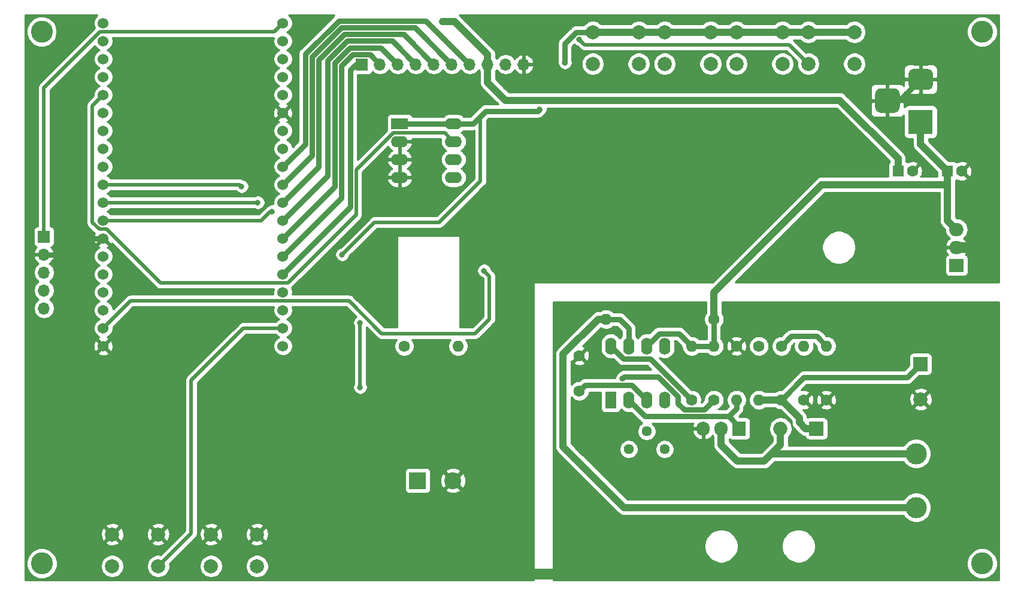
<source format=gbr>
%TF.GenerationSoftware,KiCad,Pcbnew,(5.1.6)-1*%
%TF.CreationDate,2020-11-21T12:12:01+09:00*%
%TF.ProjectId,nixieLogicV2,6e697869-654c-46f6-9769-6356322e6b69,rev?*%
%TF.SameCoordinates,Original*%
%TF.FileFunction,Copper,L2,Bot*%
%TF.FilePolarity,Positive*%
%FSLAX46Y46*%
G04 Gerber Fmt 4.6, Leading zero omitted, Abs format (unit mm)*
G04 Created by KiCad (PCBNEW (5.1.6)-1) date 2020-11-21 12:12:01*
%MOMM*%
%LPD*%
G01*
G04 APERTURE LIST*
%TA.AperFunction,ComponentPad*%
%ADD10O,2.400000X1.600000*%
%TD*%
%TA.AperFunction,ComponentPad*%
%ADD11R,2.400000X1.600000*%
%TD*%
%TA.AperFunction,ComponentPad*%
%ADD12O,1.905000X2.000000*%
%TD*%
%TA.AperFunction,ComponentPad*%
%ADD13R,1.905000X2.000000*%
%TD*%
%TA.AperFunction,ComponentPad*%
%ADD14O,2.000000X2.000000*%
%TD*%
%TA.AperFunction,ComponentPad*%
%ADD15R,2.000000X2.000000*%
%TD*%
%TA.AperFunction,ComponentPad*%
%ADD16C,1.600000*%
%TD*%
%TA.AperFunction,ComponentPad*%
%ADD17R,1.600000X1.600000*%
%TD*%
%TA.AperFunction,ComponentPad*%
%ADD18C,2.000000*%
%TD*%
%TA.AperFunction,ComponentPad*%
%ADD19R,2.400000X2.400000*%
%TD*%
%TA.AperFunction,ComponentPad*%
%ADD20C,2.400000*%
%TD*%
%TA.AperFunction,ComponentPad*%
%ADD21R,1.600000X2.400000*%
%TD*%
%TA.AperFunction,ComponentPad*%
%ADD22O,1.600000X2.400000*%
%TD*%
%TA.AperFunction,ComponentPad*%
%ADD23R,1.700000X1.700000*%
%TD*%
%TA.AperFunction,ComponentPad*%
%ADD24O,1.700000X1.700000*%
%TD*%
%TA.AperFunction,ComponentPad*%
%ADD25R,3.500000X3.500000*%
%TD*%
%TA.AperFunction,ComponentPad*%
%ADD26C,3.000000*%
%TD*%
%TA.AperFunction,ComponentPad*%
%ADD27O,1.600000X1.600000*%
%TD*%
%TA.AperFunction,ComponentPad*%
%ADD28C,1.440000*%
%TD*%
%TA.AperFunction,ComponentPad*%
%ADD29C,1.524000*%
%TD*%
%TA.AperFunction,ComponentPad*%
%ADD30R,2.000000X1.905000*%
%TD*%
%TA.AperFunction,ComponentPad*%
%ADD31O,2.000000X1.905000*%
%TD*%
%TA.AperFunction,ViaPad*%
%ADD32C,3.100000*%
%TD*%
%TA.AperFunction,ViaPad*%
%ADD33C,1.000000*%
%TD*%
%TA.AperFunction,ViaPad*%
%ADD34C,0.800000*%
%TD*%
%TA.AperFunction,Conductor*%
%ADD35C,0.500000*%
%TD*%
%TA.AperFunction,Conductor*%
%ADD36C,1.500000*%
%TD*%
%TA.AperFunction,Conductor*%
%ADD37C,0.750000*%
%TD*%
%TA.AperFunction,Conductor*%
%ADD38C,1.000000*%
%TD*%
%TA.AperFunction,Conductor*%
%ADD39C,0.254000*%
%TD*%
G04 APERTURE END LIST*
D10*
%TO.P,U3,8*%
%TO.N,+3V3*%
X143510000Y-71374000D03*
%TO.P,U3,4*%
%TO.N,GND*%
X135890000Y-78994000D03*
%TO.P,U3,7*%
%TO.N,/WP*%
X143510000Y-73914000D03*
%TO.P,U3,3*%
%TO.N,GND*%
X135890000Y-76454000D03*
%TO.P,U3,6*%
%TO.N,/SCL*%
X143510000Y-76454000D03*
%TO.P,U3,2*%
%TO.N,GND*%
X135890000Y-73914000D03*
%TO.P,U3,5*%
%TO.N,/SDA*%
X143510000Y-78994000D03*
D11*
%TO.P,U3,1*%
%TO.N,+3V3*%
X135890000Y-71374000D03*
%TD*%
D12*
%TO.P,Q1,3*%
%TO.N,GND*%
X178816000Y-114554000D03*
%TO.P,Q1,2*%
%TO.N,Net-(D2-Pad2)*%
X181356000Y-114554000D03*
D13*
%TO.P,Q1,1*%
%TO.N,Net-(D1-Pad2)*%
X183896000Y-114554000D03*
%TD*%
D14*
%TO.P,D2,2*%
%TO.N,Net-(D2-Pad2)*%
X189738000Y-114554000D03*
D15*
%TO.P,D2,1*%
%TO.N,HT*%
X194818000Y-114554000D03*
%TD*%
D16*
%TO.P,C4,1*%
%TO.N,Net-(C4-Pad1)*%
X161290000Y-109220000D03*
%TO.P,C4,2*%
%TO.N,GND*%
X161290000Y-104220000D03*
%TD*%
%TO.P,C5,2*%
%TO.N,GND*%
X215360000Y-78105000D03*
D17*
%TO.P,C5,1*%
%TO.N,+12V*%
X213360000Y-78105000D03*
%TD*%
%TO.P,C6,1*%
%TO.N,+5V*%
X206375000Y-78105000D03*
D16*
%TO.P,C6,2*%
%TO.N,GND*%
X208375000Y-78105000D03*
%TD*%
D15*
%TO.P,C8,1*%
%TO.N,HT*%
X209550000Y-105410000D03*
D18*
%TO.P,C8,2*%
%TO.N,GND*%
X209550000Y-110410000D03*
%TD*%
D19*
%TO.P,C9,1*%
%TO.N,Net-(C9-Pad1)*%
X138430000Y-121920000D03*
D20*
%TO.P,C9,2*%
%TO.N,GND*%
X143430000Y-121920000D03*
%TD*%
D21*
%TO.P,D1,1*%
%TO.N,Net-(D1-Pad1)*%
X165735000Y-110490000D03*
D22*
%TO.P,D1,5*%
%TO.N,Net-(D1-Pad5)*%
X173355000Y-102870000D03*
%TO.P,D1,2*%
%TO.N,Net-(D1-Pad2)*%
X168275000Y-110490000D03*
%TO.P,D1,6*%
%TO.N,+12V*%
X170815000Y-102870000D03*
%TO.P,D1,3*%
%TO.N,Net-(C4-Pad1)*%
X170815000Y-110490000D03*
%TO.P,D1,7*%
%TO.N,Net-(D1-Pad7)*%
X168275000Y-102870000D03*
%TO.P,D1,4*%
%TO.N,GND*%
X173355000Y-110490000D03*
%TO.P,D1,8*%
%TO.N,Net-(D1-Pad8)*%
X165735000Y-102870000D03*
%TD*%
D23*
%TO.P,J1,1*%
%TO.N,+5V*%
X85598000Y-87376000D03*
D24*
%TO.P,J1,2*%
%TO.N,GND*%
X85598000Y-89916000D03*
%TO.P,J1,3*%
%TO.N,/TX*%
X85598000Y-92456000D03*
%TO.P,J1,4*%
%TO.N,/RX*%
X85598000Y-94996000D03*
%TO.P,J1,5*%
%TO.N,/1PPS*%
X85598000Y-97536000D03*
%TD*%
D23*
%TO.P,J2,1*%
%TO.N,/DRCLK*%
X130556000Y-62992000D03*
D24*
%TO.P,J2,2*%
%TO.N,/DCLK*%
X133096000Y-62992000D03*
%TO.P,J2,3*%
%TO.N,/DSER*%
X135636000Y-62992000D03*
%TO.P,J2,4*%
%TO.N,/SER*%
X138176000Y-62992000D03*
%TO.P,J2,5*%
%TO.N,/SRCLK*%
X140716000Y-62992000D03*
%TO.P,J2,6*%
%TO.N,/SRCLR*%
X143256000Y-62992000D03*
%TO.P,J2,7*%
%TO.N,/RCLK*%
X145796000Y-62992000D03*
%TO.P,J2,8*%
%TO.N,+5V*%
X148336000Y-62992000D03*
%TO.P,J2,9*%
%TO.N,HT*%
X150876000Y-62992000D03*
%TO.P,J2,10*%
%TO.N,GND*%
X153416000Y-62992000D03*
%TD*%
D25*
%TO.P,J3,1*%
%TO.N,+12V*%
X209550000Y-71120000D03*
%TO.P,J3,2*%
%TO.N,GND*%
%TA.AperFunction,ComponentPad*%
G36*
G01*
X208550000Y-63620000D02*
X210550000Y-63620000D01*
G75*
G02*
X211300000Y-64370000I0J-750000D01*
G01*
X211300000Y-65870000D01*
G75*
G02*
X210550000Y-66620000I-750000J0D01*
G01*
X208550000Y-66620000D01*
G75*
G02*
X207800000Y-65870000I0J750000D01*
G01*
X207800000Y-64370000D01*
G75*
G02*
X208550000Y-63620000I750000J0D01*
G01*
G37*
%TD.AperFunction*%
%TO.P,J3,3*%
%TA.AperFunction,ComponentPad*%
G36*
G01*
X203975000Y-66370000D02*
X205725000Y-66370000D01*
G75*
G02*
X206600000Y-67245000I0J-875000D01*
G01*
X206600000Y-68995000D01*
G75*
G02*
X205725000Y-69870000I-875000J0D01*
G01*
X203975000Y-69870000D01*
G75*
G02*
X203100000Y-68995000I0J875000D01*
G01*
X203100000Y-67245000D01*
G75*
G02*
X203975000Y-66370000I875000J0D01*
G01*
G37*
%TD.AperFunction*%
%TD*%
D26*
%TO.P,L2,1*%
%TO.N,Net-(D1-Pad7)*%
X208915000Y-125730000D03*
%TO.P,L2,2*%
%TO.N,Net-(D2-Pad2)*%
X208915000Y-118110000D03*
%TD*%
D27*
%TO.P,R3,2*%
%TO.N,+12V*%
X180340000Y-102870000D03*
D16*
%TO.P,R3,1*%
%TO.N,Net-(D1-Pad1)*%
X180340000Y-110490000D03*
%TD*%
D27*
%TO.P,R4,2*%
%TO.N,+12V*%
X177165000Y-102870000D03*
D16*
%TO.P,R4,1*%
%TO.N,Net-(D1-Pad8)*%
X177165000Y-110490000D03*
%TD*%
D27*
%TO.P,R5,2*%
%TO.N,Net-(D1-Pad2)*%
X183515000Y-110490000D03*
D16*
%TO.P,R5,1*%
%TO.N,GND*%
X183515000Y-102870000D03*
%TD*%
%TO.P,R6,1*%
%TO.N,+12V*%
X180340000Y-99060000D03*
D27*
%TO.P,R6,2*%
%TO.N,Net-(D1-Pad7)*%
X165100000Y-99060000D03*
%TD*%
D16*
%TO.P,R8,1*%
%TO.N,Net-(R8-Pad1)*%
X186690000Y-102870000D03*
D27*
%TO.P,R8,2*%
%TO.N,HT*%
X186690000Y-110490000D03*
%TD*%
D16*
%TO.P,R9,1*%
%TO.N,GND*%
X193040000Y-110490000D03*
D27*
%TO.P,R9,2*%
%TO.N,Net-(R9-Pad2)*%
X193040000Y-102870000D03*
%TD*%
D16*
%TO.P,R11,1*%
%TO.N,/DCDC_Vol*%
X189865000Y-102870000D03*
D27*
%TO.P,R11,2*%
%TO.N,HT*%
X189865000Y-110490000D03*
%TD*%
D16*
%TO.P,R12,1*%
%TO.N,GND*%
X196215000Y-110490000D03*
D27*
%TO.P,R12,2*%
%TO.N,/DCDC_Vol*%
X196215000Y-102870000D03*
%TD*%
%TO.P,R15,2*%
%TO.N,Net-(C9-Pad1)*%
X144145000Y-102870000D03*
D16*
%TO.P,R15,1*%
%TO.N,+3V3*%
X136525000Y-102870000D03*
%TD*%
D28*
%TO.P,RV1,3*%
%TO.N,Net-(R8-Pad1)*%
X168275000Y-117475000D03*
%TO.P,RV1,2*%
%TO.N,Net-(D1-Pad5)*%
X170815000Y-114935000D03*
%TO.P,RV1,1*%
%TO.N,Net-(R9-Pad2)*%
X173355000Y-117475000D03*
%TD*%
D18*
%TO.P,SW1,1*%
%TO.N,GND*%
X101750000Y-129540000D03*
%TO.P,SW1,2*%
%TO.N,/EN*%
X101750000Y-134040000D03*
%TO.P,SW1,1*%
%TO.N,GND*%
X95250000Y-129540000D03*
%TO.P,SW1,2*%
%TO.N,/EN*%
X95250000Y-134040000D03*
%TD*%
%TO.P,SW2,2*%
%TO.N,/RTC_~RST*%
X109220000Y-134040000D03*
%TO.P,SW2,1*%
%TO.N,GND*%
X109220000Y-129540000D03*
%TO.P,SW2,2*%
%TO.N,/RTC_~RST*%
X115720000Y-134040000D03*
%TO.P,SW2,1*%
%TO.N,GND*%
X115720000Y-129540000D03*
%TD*%
%TO.P,SW3,1*%
%TO.N,+3V3*%
X169695000Y-58420000D03*
%TO.P,SW3,2*%
%TO.N,/SW_ACCEPT*%
X169695000Y-62920000D03*
%TO.P,SW3,1*%
%TO.N,+3V3*%
X163195000Y-58420000D03*
%TO.P,SW3,2*%
%TO.N,/SW_ACCEPT*%
X163195000Y-62920000D03*
%TD*%
%TO.P,SW4,2*%
%TO.N,/SW_BACK*%
X173355000Y-62920000D03*
%TO.P,SW4,1*%
%TO.N,+3V3*%
X173355000Y-58420000D03*
%TO.P,SW4,2*%
%TO.N,/SW_BACK*%
X179855000Y-62920000D03*
%TO.P,SW4,1*%
%TO.N,+3V3*%
X179855000Y-58420000D03*
%TD*%
%TO.P,SW5,1*%
%TO.N,+3V3*%
X190015000Y-58420000D03*
%TO.P,SW5,2*%
%TO.N,/SW_P*%
X190015000Y-62920000D03*
%TO.P,SW5,1*%
%TO.N,+3V3*%
X183515000Y-58420000D03*
%TO.P,SW5,2*%
%TO.N,/SW_P*%
X183515000Y-62920000D03*
%TD*%
%TO.P,SW6,2*%
%TO.N,/SW_N*%
X193675000Y-62920000D03*
%TO.P,SW6,1*%
%TO.N,+3V3*%
X193675000Y-58420000D03*
%TO.P,SW6,2*%
%TO.N,/SW_N*%
X200175000Y-62920000D03*
%TO.P,SW6,1*%
%TO.N,+3V3*%
X200175000Y-58420000D03*
%TD*%
D29*
%TO.P,U1,1*%
%TO.N,+3V3*%
X119380000Y-102870000D03*
%TO.P,U1,2*%
%TO.N,/EN*%
X119380000Y-100330000D03*
%TO.P,U1,3*%
%TO.N,Net-(U1-Pad3)*%
X119380000Y-97790000D03*
%TO.P,U1,4*%
%TO.N,Net-(U1-Pad4)*%
X119380000Y-95250000D03*
%TO.P,U1,5*%
%TO.N,/DRCLK*%
X119380000Y-92710000D03*
%TO.P,U1,6*%
%TO.N,/DCLK*%
X119380000Y-90170000D03*
%TO.P,U1,7*%
%TO.N,/DSER*%
X119380000Y-87630000D03*
%TO.P,U1,8*%
%TO.N,/SER*%
X119380000Y-85090000D03*
%TO.P,U1,9*%
%TO.N,/SRCLK*%
X119380000Y-82550000D03*
%TO.P,U1,10*%
%TO.N,/SRCLR*%
X119380000Y-80010000D03*
%TO.P,U1,11*%
%TO.N,/RCLK*%
X119380000Y-77470000D03*
%TO.P,U1,12*%
%TO.N,/DCDC_Vol*%
X119380000Y-74930000D03*
%TO.P,U1,13*%
%TO.N,/SW_ACCEPT*%
X119380000Y-72390000D03*
%TO.P,U1,14*%
%TO.N,GND*%
X119380000Y-69850000D03*
%TO.P,U1,15*%
%TO.N,/SW_BACK*%
X119380000Y-67310000D03*
%TO.P,U1,16*%
%TO.N,Net-(U1-Pad16)*%
X119380000Y-64770000D03*
%TO.P,U1,17*%
%TO.N,Net-(U1-Pad17)*%
X119380000Y-62230000D03*
%TO.P,U1,18*%
%TO.N,Net-(U1-Pad18)*%
X119380000Y-59690000D03*
%TO.P,U1,19*%
%TO.N,+5V*%
X119380000Y-57150000D03*
%TO.P,U1,20*%
%TO.N,Net-(U1-Pad20)*%
X93980000Y-57150000D03*
%TO.P,U1,21*%
%TO.N,Net-(U1-Pad21)*%
X93980000Y-59690000D03*
%TO.P,U1,22*%
%TO.N,Net-(U1-Pad22)*%
X93980000Y-62230000D03*
%TO.P,U1,23*%
%TO.N,/SW_N*%
X93980000Y-64770000D03*
%TO.P,U1,24*%
%TO.N,/WP*%
X93980000Y-67310000D03*
%TO.P,U1,25*%
%TO.N,/SW_P*%
X93980000Y-69850000D03*
%TO.P,U1,26*%
%TO.N,/1PPS*%
X93980000Y-72390000D03*
%TO.P,U1,27*%
%TO.N,/RX*%
X93980000Y-74930000D03*
%TO.P,U1,28*%
%TO.N,/TX*%
X93980000Y-77470000D03*
%TO.P,U1,29*%
%TO.N,/SS*%
X93980000Y-80010000D03*
%TO.P,U1,30*%
%TO.N,/SCLK*%
X93980000Y-82550000D03*
%TO.P,U1,31*%
%TO.N,/MISO*%
X93980000Y-85090000D03*
%TO.P,U1,32*%
%TO.N,GND*%
X93980000Y-87630000D03*
%TO.P,U1,33*%
%TO.N,/SDA*%
X93980000Y-90170000D03*
%TO.P,U1,34*%
%TO.N,Net-(U1-Pad34)*%
X93980000Y-92710000D03*
%TO.P,U1,35*%
%TO.N,Net-(U1-Pad35)*%
X93980000Y-95250000D03*
%TO.P,U1,36*%
%TO.N,/SCL*%
X93980000Y-97790000D03*
%TO.P,U1,37*%
%TO.N,/MOSI*%
X93980000Y-100330000D03*
%TO.P,U1,38*%
%TO.N,GND*%
X93980000Y-102870000D03*
%TD*%
D30*
%TO.P,U2,1*%
%TO.N,+5V*%
X214630000Y-91440000D03*
D31*
%TO.P,U2,2*%
%TO.N,GND*%
X214630000Y-88900000D03*
%TO.P,U2,3*%
%TO.N,+12V*%
X214630000Y-86360000D03*
%TD*%
D32*
%TO.N,*%
X85280500Y-58356500D03*
X85293200Y-133654800D03*
X218236800Y-133654800D03*
X218236800Y-58369200D03*
D33*
%TO.N,GND*%
X158750000Y-135128000D03*
D34*
X130810000Y-95758000D03*
X130810000Y-95758000D03*
D33*
X121666000Y-59436000D03*
X151892000Y-77216000D03*
X167894000Y-93218000D03*
X180340000Y-92456000D03*
X159512000Y-72644000D03*
D34*
X151892000Y-73660000D03*
X130810000Y-73914000D03*
X130810000Y-71120000D03*
X116586000Y-69850000D03*
X115824000Y-80010000D03*
X112268000Y-81280000D03*
%TO.N,/RTC_~RST*%
X130302000Y-99568000D03*
X130302000Y-108712000D03*
%TO.N,+5V*%
X141986000Y-56896000D03*
%TO.N,Net-(D1-Pad1)*%
X167386000Y-107442000D03*
%TO.N,+3V3*%
X127762000Y-89916000D03*
X155702000Y-69342000D03*
X159258000Y-62738000D03*
%TO.N,/SW_N*%
X161290000Y-59441979D03*
%TO.N,/SS*%
X113538000Y-80264000D03*
%TO.N,/MOSI*%
X147828000Y-92202000D03*
%TO.N,/SCLK*%
X115824000Y-82550000D03*
%TO.N,/MISO*%
X117856000Y-83820000D03*
%TD*%
D35*
%TO.N,/EN*%
X101750000Y-134040000D02*
X106426000Y-129364000D01*
X106426000Y-129364000D02*
X106426000Y-107696000D01*
X113792000Y-100330000D02*
X119380000Y-100330000D01*
X106426000Y-107696000D02*
X113792000Y-100330000D01*
D36*
%TO.N,GND*%
X153924000Y-135128000D02*
X158750000Y-135128000D01*
X158750000Y-135128000D02*
X159258000Y-135128000D01*
D37*
X206550000Y-68120000D02*
X209550000Y-65120000D01*
X204850000Y-68120000D02*
X206550000Y-68120000D01*
X85598000Y-89916000D02*
X87376000Y-89916000D01*
X89662000Y-87630000D02*
X93980000Y-87630000D01*
X87376000Y-89916000D02*
X89662000Y-87630000D01*
D36*
X215752502Y-88900000D02*
X214630000Y-88900000D01*
D35*
%TO.N,/RTC_~RST*%
X130302000Y-99568000D02*
X130302000Y-108712000D01*
D37*
%TO.N,Net-(C4-Pad1)*%
X168745001Y-108420001D02*
X170815000Y-110490000D01*
X162089999Y-108420001D02*
X168745001Y-108420001D01*
X161290000Y-109220000D02*
X162089999Y-108420001D01*
%TO.N,+12V*%
X180340000Y-99060000D02*
X180340000Y-102870000D01*
X177165000Y-102870000D02*
X180340000Y-102870000D01*
X175389990Y-101094990D02*
X177165000Y-102870000D01*
X172590010Y-101094990D02*
X175389990Y-101094990D01*
X170815000Y-102870000D02*
X172590010Y-101094990D01*
D38*
X209550000Y-74295000D02*
X213360000Y-78105000D01*
X209550000Y-71120000D02*
X209550000Y-74295000D01*
X214630000Y-86360000D02*
X213360000Y-85090000D01*
X180340000Y-99060000D02*
X180340000Y-95250000D01*
X180340000Y-95250000D02*
X195580000Y-80010000D01*
X213360000Y-85090000D02*
X213360000Y-80010000D01*
X195580000Y-80010000D02*
X213360000Y-80010000D01*
X213360000Y-80010000D02*
X213360000Y-78105000D01*
%TO.N,+5V*%
X206375000Y-78105000D02*
X206375000Y-76327000D01*
X206375000Y-76327000D02*
X198120000Y-68072000D01*
X198120000Y-68072000D02*
X150876000Y-68072000D01*
X148336000Y-65532000D02*
X148336000Y-62992000D01*
X150876000Y-68072000D02*
X148336000Y-65532000D01*
X148336000Y-61617998D02*
X143614002Y-56896000D01*
X148336000Y-62992000D02*
X148336000Y-61617998D01*
X143614002Y-56896000D02*
X141986000Y-56896000D01*
D35*
X93529999Y-58362001D02*
X118167999Y-58362001D01*
X85598000Y-66294000D02*
X93529999Y-58362001D01*
X118167999Y-58362001D02*
X119380000Y-57150000D01*
X85598000Y-87376000D02*
X85598000Y-66294000D01*
D37*
%TO.N,HT*%
X189865000Y-110490000D02*
X193040000Y-107315000D01*
X207645000Y-107315000D02*
X209550000Y-105410000D01*
X193040000Y-107315000D02*
X207645000Y-107315000D01*
D38*
X186690000Y-110490000D02*
X189865000Y-110490000D01*
X189865000Y-110490000D02*
X192405000Y-113030000D01*
X192405000Y-113030000D02*
X192405000Y-113665000D01*
X193294000Y-114554000D02*
X194818000Y-114554000D01*
X192405000Y-113665000D02*
X193294000Y-114554000D01*
D37*
%TO.N,Net-(D1-Pad1)*%
X176127001Y-111865001D02*
X175260000Y-110998000D01*
X180340000Y-110490000D02*
X178964999Y-111865001D01*
X178964999Y-111865001D02*
X176127001Y-111865001D01*
X175260000Y-110050443D02*
X172397557Y-107188000D01*
X175260000Y-110998000D02*
X175260000Y-110050443D01*
X172397557Y-107188000D02*
X167640000Y-107188000D01*
X167640000Y-107188000D02*
X167386000Y-107442000D01*
%TO.N,Net-(D1-Pad2)*%
X170600011Y-112815011D02*
X168275000Y-110490000D01*
X181189989Y-112815011D02*
X170600011Y-112815011D01*
X181189989Y-112815011D02*
X182411011Y-112815011D01*
X183896000Y-114300000D02*
X183896000Y-114554000D01*
X182411011Y-112815011D02*
X183896000Y-114300000D01*
X182411011Y-112815011D02*
X182586989Y-112815011D01*
X183515000Y-111711022D02*
X182411011Y-112815011D01*
X183515000Y-110490000D02*
X183515000Y-111711022D01*
%TO.N,Net-(D1-Pad7)*%
X165100000Y-99060000D02*
X167005000Y-99060000D01*
X168275000Y-100330000D02*
X168275000Y-102870000D01*
X167005000Y-99060000D02*
X168275000Y-100330000D01*
D38*
X163968630Y-99060000D02*
X159004000Y-104024630D01*
X165100000Y-99060000D02*
X163968630Y-99060000D01*
X159004000Y-104024630D02*
X159004000Y-117094000D01*
X167640000Y-125730000D02*
X208915000Y-125730000D01*
X159004000Y-117094000D02*
X167640000Y-125730000D01*
D37*
%TO.N,Net-(D1-Pad8)*%
X171320010Y-104645010D02*
X167510010Y-104645010D01*
X167510010Y-104645010D02*
X165735000Y-102870000D01*
X177165000Y-110490000D02*
X171320010Y-104645010D01*
D38*
%TO.N,Net-(D2-Pad2)*%
X187452000Y-119126000D02*
X189738000Y-116840000D01*
X183642000Y-119126000D02*
X187452000Y-119126000D01*
X181356000Y-114554000D02*
X181356000Y-116840000D01*
X189738000Y-116840000D02*
X189738000Y-114554000D01*
X181356000Y-116840000D02*
X183642000Y-119126000D01*
X188468000Y-118110000D02*
X187452000Y-119126000D01*
X208915000Y-118110000D02*
X188468000Y-118110000D01*
D37*
%TO.N,/DRCLK*%
X130556000Y-62992000D02*
X129667000Y-62992000D01*
X129667000Y-62992000D02*
X128905000Y-63754000D01*
X128905000Y-83185000D02*
X119380000Y-92710000D01*
X128905000Y-63754000D02*
X128905000Y-83185000D01*
%TO.N,/DCLK*%
X133096000Y-62992000D02*
X131670999Y-61566999D01*
X129245999Y-61566999D02*
X127635000Y-63177998D01*
X131670999Y-61566999D02*
X129245999Y-61566999D01*
X127635000Y-81915000D02*
X119380000Y-90170000D01*
X127635000Y-63177998D02*
X127635000Y-81915000D01*
%TO.N,/DSER*%
X135636000Y-62992000D02*
X133260989Y-60616989D01*
X128852492Y-60616989D02*
X126684990Y-62784491D01*
X133260989Y-60616989D02*
X128852492Y-60616989D01*
X126684990Y-80325010D02*
X119380000Y-87630000D01*
X126684990Y-62784491D02*
X126684990Y-80325010D01*
%TO.N,/SER*%
X138176000Y-62992000D02*
X134850979Y-59666979D01*
X128458985Y-59666979D02*
X125730000Y-62395964D01*
X134850979Y-59666979D02*
X128458985Y-59666979D01*
X125730000Y-78740000D02*
X119380000Y-85090000D01*
X125730000Y-62395964D02*
X125730000Y-78740000D01*
%TO.N,/SRCLK*%
X140716000Y-62992000D02*
X136440969Y-58716969D01*
X128065478Y-58716969D02*
X124460000Y-62322447D01*
X136440969Y-58716969D02*
X128065478Y-58716969D01*
X124460000Y-77470000D02*
X119380000Y-82550000D01*
X124460000Y-62322447D02*
X124460000Y-77470000D01*
%TO.N,/SRCLR*%
X127671971Y-57766959D02*
X123509990Y-61928940D01*
X143256000Y-62992000D02*
X138030959Y-57766959D01*
X138030959Y-57766959D02*
X127671971Y-57766959D01*
X123509990Y-75880010D02*
X119380000Y-80010000D01*
X123509990Y-61928940D02*
X123509990Y-75880010D01*
%TO.N,/RCLK*%
X127278464Y-56816949D02*
X122555000Y-61540413D01*
X145796000Y-62992000D02*
X139620949Y-56816949D01*
X139620949Y-56816949D02*
X127278464Y-56816949D01*
X122555000Y-74295000D02*
X119380000Y-77470000D01*
X122555000Y-61540413D02*
X122555000Y-74295000D01*
D38*
%TO.N,+3V3*%
X163195000Y-58420000D02*
X200175000Y-58420000D01*
D37*
X148082000Y-69596000D02*
X155448000Y-69596000D01*
X155448000Y-69596000D02*
X155702000Y-69342000D01*
X160868977Y-58420000D02*
X163195000Y-58420000D01*
X159258000Y-60030977D02*
X160868977Y-58420000D01*
X159258000Y-62738000D02*
X159258000Y-60030977D01*
X135890000Y-71374000D02*
X143510000Y-71374000D01*
X143510000Y-71374000D02*
X146304000Y-71374000D01*
D35*
X147320000Y-77351781D02*
X147320000Y-70358000D01*
D37*
X146304000Y-71374000D02*
X147320000Y-70358000D01*
X147320000Y-70358000D02*
X148082000Y-69596000D01*
D35*
X127762000Y-89916000D02*
X132334000Y-85344000D01*
X132334000Y-85344000D02*
X141478000Y-85344000D01*
X147320000Y-79502000D02*
X147320000Y-77351781D01*
X141478000Y-85344000D02*
X147320000Y-79502000D01*
D37*
%TO.N,/DCDC_Vol*%
X191240001Y-101494999D02*
X194839999Y-101494999D01*
X194839999Y-101494999D02*
X196215000Y-102870000D01*
X189865000Y-102870000D02*
X191240001Y-101494999D01*
D35*
%TO.N,/SW_N*%
X161290000Y-59441979D02*
X162046021Y-60198000D01*
X190953000Y-60198000D02*
X193675000Y-62920000D01*
X162046021Y-60198000D02*
X190953000Y-60198000D01*
%TO.N,/SS*%
X93980000Y-80010000D02*
X113284000Y-80010000D01*
X113284000Y-80010000D02*
X113538000Y-80264000D01*
%TO.N,/MOSI*%
X97847999Y-96462001D02*
X128720001Y-96462001D01*
X93980000Y-100330000D02*
X97847999Y-96462001D01*
X128720001Y-96462001D02*
X133350000Y-101092000D01*
X133350000Y-101092000D02*
X146558000Y-101092000D01*
X146558000Y-101092000D02*
X148590000Y-99060000D01*
X148590000Y-99060000D02*
X148590000Y-93472000D01*
X148590000Y-93472000D02*
X148590000Y-92964000D01*
X148590000Y-92964000D02*
X147828000Y-92202000D01*
%TO.N,/SCLK*%
X93980000Y-82550000D02*
X115824000Y-82550000D01*
%TO.N,/MISO*%
X93980000Y-85090000D02*
X116332000Y-85090000D01*
X116332000Y-85090000D02*
X117602000Y-83820000D01*
X117602000Y-83820000D02*
X117856000Y-83820000D01*
%TO.N,/WP*%
X94445763Y-86302001D02*
X93398239Y-86302001D01*
X93398239Y-86302001D02*
X92456000Y-85359762D01*
X102065763Y-93922001D02*
X94445763Y-86302001D01*
X120077759Y-93922001D02*
X102065763Y-93922001D01*
X143510000Y-73914000D02*
X142259990Y-72663990D01*
X129730010Y-77906209D02*
X129730010Y-84269750D01*
X142259990Y-72663990D02*
X134972229Y-72663990D01*
X134972229Y-72663990D02*
X129730010Y-77906209D01*
X129730010Y-84269750D02*
X120077759Y-93922001D01*
X92456000Y-68834000D02*
X93980000Y-67310000D01*
X92456000Y-85359762D02*
X92456000Y-68834000D01*
%TD*%
D39*
%TO.N,GND*%
G36*
X93089465Y-56064880D02*
G01*
X92894880Y-56259465D01*
X92741995Y-56488273D01*
X92636686Y-56742510D01*
X92583000Y-57012408D01*
X92583000Y-57287592D01*
X92636686Y-57557490D01*
X92741995Y-57811727D01*
X92776722Y-57863699D01*
X85002952Y-65637470D01*
X84969184Y-65665183D01*
X84941471Y-65698951D01*
X84941468Y-65698954D01*
X84858590Y-65799941D01*
X84776412Y-65953687D01*
X84725805Y-66120510D01*
X84708719Y-66294000D01*
X84713001Y-66337479D01*
X84713000Y-85891375D01*
X84623518Y-85900188D01*
X84503820Y-85936498D01*
X84393506Y-85995463D01*
X84296815Y-86074815D01*
X84217463Y-86171506D01*
X84158498Y-86281820D01*
X84122188Y-86401518D01*
X84109928Y-86526000D01*
X84109928Y-88226000D01*
X84122188Y-88350482D01*
X84158498Y-88470180D01*
X84217463Y-88580494D01*
X84296815Y-88677185D01*
X84393506Y-88756537D01*
X84503820Y-88815502D01*
X84584466Y-88839966D01*
X84500412Y-88915731D01*
X84326359Y-89149080D01*
X84201175Y-89411901D01*
X84156524Y-89559110D01*
X84277845Y-89789000D01*
X85471000Y-89789000D01*
X85471000Y-89769000D01*
X85725000Y-89769000D01*
X85725000Y-89789000D01*
X86918155Y-89789000D01*
X87039476Y-89559110D01*
X86994825Y-89411901D01*
X86869641Y-89149080D01*
X86695588Y-88915731D01*
X86611534Y-88839966D01*
X86692180Y-88815502D01*
X86802494Y-88756537D01*
X86899185Y-88677185D01*
X86978537Y-88580494D01*
X87037502Y-88470180D01*
X87073812Y-88350482D01*
X87086072Y-88226000D01*
X87086072Y-86526000D01*
X87073812Y-86401518D01*
X87037502Y-86281820D01*
X86978537Y-86171506D01*
X86899185Y-86074815D01*
X86802494Y-85995463D01*
X86692180Y-85936498D01*
X86572482Y-85900188D01*
X86483000Y-85891375D01*
X86483000Y-66660578D01*
X92761965Y-60381614D01*
X92894880Y-60580535D01*
X93089465Y-60775120D01*
X93318273Y-60928005D01*
X93395515Y-60960000D01*
X93318273Y-60991995D01*
X93089465Y-61144880D01*
X92894880Y-61339465D01*
X92741995Y-61568273D01*
X92636686Y-61822510D01*
X92583000Y-62092408D01*
X92583000Y-62367592D01*
X92636686Y-62637490D01*
X92741995Y-62891727D01*
X92894880Y-63120535D01*
X93089465Y-63315120D01*
X93318273Y-63468005D01*
X93395515Y-63500000D01*
X93318273Y-63531995D01*
X93089465Y-63684880D01*
X92894880Y-63879465D01*
X92741995Y-64108273D01*
X92636686Y-64362510D01*
X92583000Y-64632408D01*
X92583000Y-64907592D01*
X92636686Y-65177490D01*
X92741995Y-65431727D01*
X92894880Y-65660535D01*
X93089465Y-65855120D01*
X93318273Y-66008005D01*
X93395515Y-66040000D01*
X93318273Y-66071995D01*
X93089465Y-66224880D01*
X92894880Y-66419465D01*
X92741995Y-66648273D01*
X92636686Y-66902510D01*
X92583000Y-67172408D01*
X92583000Y-67447592D01*
X92584299Y-67454123D01*
X91860951Y-68177471D01*
X91827184Y-68205183D01*
X91799471Y-68238951D01*
X91799468Y-68238954D01*
X91716590Y-68339941D01*
X91634412Y-68493687D01*
X91583805Y-68660510D01*
X91566719Y-68834000D01*
X91571001Y-68877479D01*
X91571000Y-85316293D01*
X91566719Y-85359762D01*
X91571000Y-85403231D01*
X91571000Y-85403238D01*
X91583805Y-85533251D01*
X91634411Y-85700074D01*
X91716589Y-85853820D01*
X91827183Y-85988579D01*
X91860956Y-86016296D01*
X92741709Y-86897050D01*
X92766633Y-86927419D01*
X92657244Y-87160048D01*
X92590977Y-87427135D01*
X92578090Y-87702017D01*
X92619078Y-87974133D01*
X92712364Y-88233023D01*
X92774344Y-88348980D01*
X93014435Y-88415960D01*
X93800395Y-87630000D01*
X93786253Y-87615858D01*
X93965858Y-87436253D01*
X93980000Y-87450395D01*
X93994143Y-87436253D01*
X94173748Y-87615858D01*
X94159605Y-87630000D01*
X94945565Y-88415960D01*
X95185656Y-88348980D01*
X95203409Y-88311225D01*
X101409233Y-94517050D01*
X101436946Y-94550818D01*
X101470714Y-94578531D01*
X101470716Y-94578533D01*
X101516829Y-94616377D01*
X101571704Y-94661412D01*
X101725450Y-94743590D01*
X101892273Y-94794196D01*
X102022286Y-94807001D01*
X102022296Y-94807001D01*
X102065762Y-94811282D01*
X102109228Y-94807001D01*
X118051394Y-94807001D01*
X118036686Y-94842510D01*
X117983000Y-95112408D01*
X117983000Y-95387592D01*
X118020676Y-95577001D01*
X97891468Y-95577001D01*
X97847999Y-95572720D01*
X97804530Y-95577001D01*
X97804522Y-95577001D01*
X97674509Y-95589806D01*
X97507685Y-95640412D01*
X97353940Y-95722590D01*
X97252952Y-95805469D01*
X97252950Y-95805471D01*
X97219182Y-95833184D01*
X97191469Y-95866952D01*
X95377000Y-97681421D01*
X95377000Y-97652408D01*
X95323314Y-97382510D01*
X95218005Y-97128273D01*
X95065120Y-96899465D01*
X94870535Y-96704880D01*
X94641727Y-96551995D01*
X94564485Y-96520000D01*
X94641727Y-96488005D01*
X94870535Y-96335120D01*
X95065120Y-96140535D01*
X95218005Y-95911727D01*
X95323314Y-95657490D01*
X95377000Y-95387592D01*
X95377000Y-95112408D01*
X95323314Y-94842510D01*
X95218005Y-94588273D01*
X95065120Y-94359465D01*
X94870535Y-94164880D01*
X94641727Y-94011995D01*
X94564485Y-93980000D01*
X94641727Y-93948005D01*
X94870535Y-93795120D01*
X95065120Y-93600535D01*
X95218005Y-93371727D01*
X95323314Y-93117490D01*
X95377000Y-92847592D01*
X95377000Y-92572408D01*
X95323314Y-92302510D01*
X95218005Y-92048273D01*
X95065120Y-91819465D01*
X94870535Y-91624880D01*
X94641727Y-91471995D01*
X94564485Y-91440000D01*
X94641727Y-91408005D01*
X94870535Y-91255120D01*
X95065120Y-91060535D01*
X95218005Y-90831727D01*
X95323314Y-90577490D01*
X95377000Y-90307592D01*
X95377000Y-90032408D01*
X95323314Y-89762510D01*
X95218005Y-89508273D01*
X95065120Y-89279465D01*
X94870535Y-89084880D01*
X94641727Y-88931995D01*
X94570057Y-88902308D01*
X94583023Y-88897636D01*
X94698980Y-88835656D01*
X94765960Y-88595565D01*
X93980000Y-87809605D01*
X93194040Y-88595565D01*
X93261020Y-88835656D01*
X93396760Y-88899485D01*
X93318273Y-88931995D01*
X93089465Y-89084880D01*
X92894880Y-89279465D01*
X92741995Y-89508273D01*
X92636686Y-89762510D01*
X92583000Y-90032408D01*
X92583000Y-90307592D01*
X92636686Y-90577490D01*
X92741995Y-90831727D01*
X92894880Y-91060535D01*
X93089465Y-91255120D01*
X93318273Y-91408005D01*
X93395515Y-91440000D01*
X93318273Y-91471995D01*
X93089465Y-91624880D01*
X92894880Y-91819465D01*
X92741995Y-92048273D01*
X92636686Y-92302510D01*
X92583000Y-92572408D01*
X92583000Y-92847592D01*
X92636686Y-93117490D01*
X92741995Y-93371727D01*
X92894880Y-93600535D01*
X93089465Y-93795120D01*
X93318273Y-93948005D01*
X93395515Y-93980000D01*
X93318273Y-94011995D01*
X93089465Y-94164880D01*
X92894880Y-94359465D01*
X92741995Y-94588273D01*
X92636686Y-94842510D01*
X92583000Y-95112408D01*
X92583000Y-95387592D01*
X92636686Y-95657490D01*
X92741995Y-95911727D01*
X92894880Y-96140535D01*
X93089465Y-96335120D01*
X93318273Y-96488005D01*
X93395515Y-96520000D01*
X93318273Y-96551995D01*
X93089465Y-96704880D01*
X92894880Y-96899465D01*
X92741995Y-97128273D01*
X92636686Y-97382510D01*
X92583000Y-97652408D01*
X92583000Y-97927592D01*
X92636686Y-98197490D01*
X92741995Y-98451727D01*
X92894880Y-98680535D01*
X93089465Y-98875120D01*
X93318273Y-99028005D01*
X93395515Y-99060000D01*
X93318273Y-99091995D01*
X93089465Y-99244880D01*
X92894880Y-99439465D01*
X92741995Y-99668273D01*
X92636686Y-99922510D01*
X92583000Y-100192408D01*
X92583000Y-100467592D01*
X92636686Y-100737490D01*
X92741995Y-100991727D01*
X92894880Y-101220535D01*
X93089465Y-101415120D01*
X93318273Y-101568005D01*
X93389943Y-101597692D01*
X93376977Y-101602364D01*
X93261020Y-101664344D01*
X93194040Y-101904435D01*
X93980000Y-102690395D01*
X94765960Y-101904435D01*
X94698980Y-101664344D01*
X94563240Y-101600515D01*
X94641727Y-101568005D01*
X94870535Y-101415120D01*
X95065120Y-101220535D01*
X95218005Y-100991727D01*
X95323314Y-100737490D01*
X95377000Y-100467592D01*
X95377000Y-100192408D01*
X95375701Y-100185877D01*
X98214578Y-97347001D01*
X118051394Y-97347001D01*
X118036686Y-97382510D01*
X117983000Y-97652408D01*
X117983000Y-97927592D01*
X118036686Y-98197490D01*
X118141995Y-98451727D01*
X118294880Y-98680535D01*
X118489465Y-98875120D01*
X118718273Y-99028005D01*
X118795515Y-99060000D01*
X118718273Y-99091995D01*
X118489465Y-99244880D01*
X118294880Y-99439465D01*
X118291182Y-99445000D01*
X113835465Y-99445000D01*
X113791999Y-99440719D01*
X113748533Y-99445000D01*
X113748523Y-99445000D01*
X113618510Y-99457805D01*
X113451687Y-99508411D01*
X113297941Y-99590589D01*
X113297939Y-99590590D01*
X113297940Y-99590590D01*
X113196953Y-99673468D01*
X113196951Y-99673470D01*
X113163183Y-99701183D01*
X113135470Y-99734951D01*
X105830952Y-107039470D01*
X105797184Y-107067183D01*
X105769471Y-107100951D01*
X105769468Y-107100954D01*
X105686590Y-107201941D01*
X105604412Y-107355687D01*
X105553805Y-107522510D01*
X105536719Y-107696000D01*
X105541001Y-107739479D01*
X105541000Y-128997421D01*
X102096525Y-132441897D01*
X101911033Y-132405000D01*
X101588967Y-132405000D01*
X101273088Y-132467832D01*
X100975537Y-132591082D01*
X100707748Y-132770013D01*
X100480013Y-132997748D01*
X100301082Y-133265537D01*
X100177832Y-133563088D01*
X100115000Y-133878967D01*
X100115000Y-134201033D01*
X100177832Y-134516912D01*
X100301082Y-134814463D01*
X100480013Y-135082252D01*
X100707748Y-135309987D01*
X100975537Y-135488918D01*
X101273088Y-135612168D01*
X101588967Y-135675000D01*
X101911033Y-135675000D01*
X102226912Y-135612168D01*
X102524463Y-135488918D01*
X102792252Y-135309987D01*
X103019987Y-135082252D01*
X103198918Y-134814463D01*
X103322168Y-134516912D01*
X103385000Y-134201033D01*
X103385000Y-133878967D01*
X107585000Y-133878967D01*
X107585000Y-134201033D01*
X107647832Y-134516912D01*
X107771082Y-134814463D01*
X107950013Y-135082252D01*
X108177748Y-135309987D01*
X108445537Y-135488918D01*
X108743088Y-135612168D01*
X109058967Y-135675000D01*
X109381033Y-135675000D01*
X109696912Y-135612168D01*
X109994463Y-135488918D01*
X110262252Y-135309987D01*
X110489987Y-135082252D01*
X110668918Y-134814463D01*
X110792168Y-134516912D01*
X110855000Y-134201033D01*
X110855000Y-133878967D01*
X114085000Y-133878967D01*
X114085000Y-134201033D01*
X114147832Y-134516912D01*
X114271082Y-134814463D01*
X114450013Y-135082252D01*
X114677748Y-135309987D01*
X114945537Y-135488918D01*
X115243088Y-135612168D01*
X115558967Y-135675000D01*
X115881033Y-135675000D01*
X116196912Y-135612168D01*
X116494463Y-135488918D01*
X116762252Y-135309987D01*
X116989987Y-135082252D01*
X117168918Y-134814463D01*
X117292168Y-134516912D01*
X117355000Y-134201033D01*
X117355000Y-133878967D01*
X117292168Y-133563088D01*
X117168918Y-133265537D01*
X116989987Y-132997748D01*
X116762252Y-132770013D01*
X116494463Y-132591082D01*
X116196912Y-132467832D01*
X115881033Y-132405000D01*
X115558967Y-132405000D01*
X115243088Y-132467832D01*
X114945537Y-132591082D01*
X114677748Y-132770013D01*
X114450013Y-132997748D01*
X114271082Y-133265537D01*
X114147832Y-133563088D01*
X114085000Y-133878967D01*
X110855000Y-133878967D01*
X110792168Y-133563088D01*
X110668918Y-133265537D01*
X110489987Y-132997748D01*
X110262252Y-132770013D01*
X109994463Y-132591082D01*
X109696912Y-132467832D01*
X109381033Y-132405000D01*
X109058967Y-132405000D01*
X108743088Y-132467832D01*
X108445537Y-132591082D01*
X108177748Y-132770013D01*
X107950013Y-132997748D01*
X107771082Y-133265537D01*
X107647832Y-133563088D01*
X107585000Y-133878967D01*
X103385000Y-133878967D01*
X103348103Y-133693475D01*
X106366165Y-130675413D01*
X108264192Y-130675413D01*
X108359956Y-130939814D01*
X108649571Y-131080704D01*
X108961108Y-131162384D01*
X109282595Y-131181718D01*
X109601675Y-131137961D01*
X109906088Y-131032795D01*
X110080044Y-130939814D01*
X110175808Y-130675413D01*
X114764192Y-130675413D01*
X114859956Y-130939814D01*
X115149571Y-131080704D01*
X115461108Y-131162384D01*
X115782595Y-131181718D01*
X116101675Y-131137961D01*
X116406088Y-131032795D01*
X116580044Y-130939814D01*
X116675808Y-130675413D01*
X115720000Y-129719605D01*
X114764192Y-130675413D01*
X110175808Y-130675413D01*
X109220000Y-129719605D01*
X108264192Y-130675413D01*
X106366165Y-130675413D01*
X107021050Y-130020528D01*
X107054817Y-129992817D01*
X107113203Y-129921675D01*
X107165411Y-129858059D01*
X107247589Y-129704314D01*
X107278445Y-129602595D01*
X107578282Y-129602595D01*
X107622039Y-129921675D01*
X107727205Y-130226088D01*
X107820186Y-130400044D01*
X108084587Y-130495808D01*
X109040395Y-129540000D01*
X109399605Y-129540000D01*
X110355413Y-130495808D01*
X110619814Y-130400044D01*
X110760704Y-130110429D01*
X110842384Y-129798892D01*
X110854189Y-129602595D01*
X114078282Y-129602595D01*
X114122039Y-129921675D01*
X114227205Y-130226088D01*
X114320186Y-130400044D01*
X114584587Y-130495808D01*
X115540395Y-129540000D01*
X115899605Y-129540000D01*
X116855413Y-130495808D01*
X117119814Y-130400044D01*
X117260704Y-130110429D01*
X117342384Y-129798892D01*
X117361718Y-129477405D01*
X117317961Y-129158325D01*
X117212795Y-128853912D01*
X117119814Y-128679956D01*
X116855413Y-128584192D01*
X115899605Y-129540000D01*
X115540395Y-129540000D01*
X114584587Y-128584192D01*
X114320186Y-128679956D01*
X114179296Y-128969571D01*
X114097616Y-129281108D01*
X114078282Y-129602595D01*
X110854189Y-129602595D01*
X110861718Y-129477405D01*
X110817961Y-129158325D01*
X110712795Y-128853912D01*
X110619814Y-128679956D01*
X110355413Y-128584192D01*
X109399605Y-129540000D01*
X109040395Y-129540000D01*
X108084587Y-128584192D01*
X107820186Y-128679956D01*
X107679296Y-128969571D01*
X107597616Y-129281108D01*
X107578282Y-129602595D01*
X107278445Y-129602595D01*
X107298195Y-129537490D01*
X107298195Y-129537489D01*
X107311000Y-129407477D01*
X107311000Y-129407469D01*
X107315281Y-129364000D01*
X107311000Y-129320531D01*
X107311000Y-128404587D01*
X108264192Y-128404587D01*
X109220000Y-129360395D01*
X110175808Y-128404587D01*
X114764192Y-128404587D01*
X115720000Y-129360395D01*
X116675808Y-128404587D01*
X116580044Y-128140186D01*
X116290429Y-127999296D01*
X115978892Y-127917616D01*
X115657405Y-127898282D01*
X115338325Y-127942039D01*
X115033912Y-128047205D01*
X114859956Y-128140186D01*
X114764192Y-128404587D01*
X110175808Y-128404587D01*
X110080044Y-128140186D01*
X109790429Y-127999296D01*
X109478892Y-127917616D01*
X109157405Y-127898282D01*
X108838325Y-127942039D01*
X108533912Y-128047205D01*
X108359956Y-128140186D01*
X108264192Y-128404587D01*
X107311000Y-128404587D01*
X107311000Y-120720000D01*
X136591928Y-120720000D01*
X136591928Y-123120000D01*
X136604188Y-123244482D01*
X136640498Y-123364180D01*
X136699463Y-123474494D01*
X136778815Y-123571185D01*
X136875506Y-123650537D01*
X136985820Y-123709502D01*
X137105518Y-123745812D01*
X137230000Y-123758072D01*
X139630000Y-123758072D01*
X139754482Y-123745812D01*
X139874180Y-123709502D01*
X139984494Y-123650537D01*
X140081185Y-123571185D01*
X140160537Y-123474494D01*
X140219502Y-123364180D01*
X140255812Y-123244482D01*
X140260391Y-123197980D01*
X142331626Y-123197980D01*
X142451514Y-123482836D01*
X142775210Y-123643699D01*
X143124069Y-123738322D01*
X143484684Y-123763067D01*
X143843198Y-123716985D01*
X144185833Y-123601846D01*
X144408486Y-123482836D01*
X144528374Y-123197980D01*
X143430000Y-122099605D01*
X142331626Y-123197980D01*
X140260391Y-123197980D01*
X140268072Y-123120000D01*
X140268072Y-121974684D01*
X141586933Y-121974684D01*
X141633015Y-122333198D01*
X141748154Y-122675833D01*
X141867164Y-122898486D01*
X142152020Y-123018374D01*
X143250395Y-121920000D01*
X143609605Y-121920000D01*
X144707980Y-123018374D01*
X144992836Y-122898486D01*
X145153699Y-122574790D01*
X145248322Y-122225931D01*
X145273067Y-121865316D01*
X145226985Y-121506802D01*
X145111846Y-121164167D01*
X144992836Y-120941514D01*
X144707980Y-120821626D01*
X143609605Y-121920000D01*
X143250395Y-121920000D01*
X142152020Y-120821626D01*
X141867164Y-120941514D01*
X141706301Y-121265210D01*
X141611678Y-121614069D01*
X141586933Y-121974684D01*
X140268072Y-121974684D01*
X140268072Y-120720000D01*
X140260392Y-120642020D01*
X142331626Y-120642020D01*
X143430000Y-121740395D01*
X144528374Y-120642020D01*
X144408486Y-120357164D01*
X144084790Y-120196301D01*
X143735931Y-120101678D01*
X143375316Y-120076933D01*
X143016802Y-120123015D01*
X142674167Y-120238154D01*
X142451514Y-120357164D01*
X142331626Y-120642020D01*
X140260392Y-120642020D01*
X140255812Y-120595518D01*
X140219502Y-120475820D01*
X140160537Y-120365506D01*
X140081185Y-120268815D01*
X139984494Y-120189463D01*
X139874180Y-120130498D01*
X139754482Y-120094188D01*
X139630000Y-120081928D01*
X137230000Y-120081928D01*
X137105518Y-120094188D01*
X136985820Y-120130498D01*
X136875506Y-120189463D01*
X136778815Y-120268815D01*
X136699463Y-120365506D01*
X136640498Y-120475820D01*
X136604188Y-120595518D01*
X136591928Y-120720000D01*
X107311000Y-120720000D01*
X107311000Y-108062578D01*
X114158579Y-101215000D01*
X118291182Y-101215000D01*
X118294880Y-101220535D01*
X118489465Y-101415120D01*
X118718273Y-101568005D01*
X118795515Y-101600000D01*
X118718273Y-101631995D01*
X118489465Y-101784880D01*
X118294880Y-101979465D01*
X118141995Y-102208273D01*
X118036686Y-102462510D01*
X117983000Y-102732408D01*
X117983000Y-103007592D01*
X118036686Y-103277490D01*
X118141995Y-103531727D01*
X118294880Y-103760535D01*
X118489465Y-103955120D01*
X118718273Y-104108005D01*
X118972510Y-104213314D01*
X119242408Y-104267000D01*
X119517592Y-104267000D01*
X119787490Y-104213314D01*
X120041727Y-104108005D01*
X120270535Y-103955120D01*
X120465120Y-103760535D01*
X120618005Y-103531727D01*
X120723314Y-103277490D01*
X120777000Y-103007592D01*
X120777000Y-102732408D01*
X120723314Y-102462510D01*
X120618005Y-102208273D01*
X120465120Y-101979465D01*
X120270535Y-101784880D01*
X120041727Y-101631995D01*
X119964485Y-101600000D01*
X120041727Y-101568005D01*
X120270535Y-101415120D01*
X120465120Y-101220535D01*
X120618005Y-100991727D01*
X120723314Y-100737490D01*
X120777000Y-100467592D01*
X120777000Y-100192408D01*
X120723314Y-99922510D01*
X120618005Y-99668273D01*
X120465120Y-99439465D01*
X120270535Y-99244880D01*
X120041727Y-99091995D01*
X119964485Y-99060000D01*
X120041727Y-99028005D01*
X120270535Y-98875120D01*
X120465120Y-98680535D01*
X120618005Y-98451727D01*
X120723314Y-98197490D01*
X120777000Y-97927592D01*
X120777000Y-97652408D01*
X120723314Y-97382510D01*
X120708606Y-97347001D01*
X128353423Y-97347001D01*
X129719112Y-98712690D01*
X129642226Y-98764063D01*
X129498063Y-98908226D01*
X129384795Y-99077744D01*
X129306774Y-99266102D01*
X129267000Y-99466061D01*
X129267000Y-99669939D01*
X129306774Y-99869898D01*
X129384795Y-100058256D01*
X129417000Y-100106454D01*
X129417001Y-108173544D01*
X129384795Y-108221744D01*
X129306774Y-108410102D01*
X129267000Y-108610061D01*
X129267000Y-108813939D01*
X129306774Y-109013898D01*
X129384795Y-109202256D01*
X129498063Y-109371774D01*
X129642226Y-109515937D01*
X129811744Y-109629205D01*
X130000102Y-109707226D01*
X130200061Y-109747000D01*
X130403939Y-109747000D01*
X130603898Y-109707226D01*
X130792256Y-109629205D01*
X130961774Y-109515937D01*
X131105937Y-109371774D01*
X131219205Y-109202256D01*
X131297226Y-109013898D01*
X131337000Y-108813939D01*
X131337000Y-108610061D01*
X131297226Y-108410102D01*
X131219205Y-108221744D01*
X131187000Y-108173546D01*
X131187000Y-100180579D01*
X132693470Y-101687049D01*
X132721183Y-101720817D01*
X132754951Y-101748530D01*
X132754953Y-101748532D01*
X132799243Y-101784880D01*
X132855941Y-101831411D01*
X133009687Y-101913589D01*
X133176510Y-101964195D01*
X133306523Y-101977000D01*
X133306533Y-101977000D01*
X133349999Y-101981281D01*
X133393465Y-101977000D01*
X135395824Y-101977000D01*
X135253320Y-102190273D01*
X135145147Y-102451426D01*
X135090000Y-102728665D01*
X135090000Y-103011335D01*
X135145147Y-103288574D01*
X135253320Y-103549727D01*
X135410363Y-103784759D01*
X135610241Y-103984637D01*
X135845273Y-104141680D01*
X136106426Y-104249853D01*
X136383665Y-104305000D01*
X136666335Y-104305000D01*
X136943574Y-104249853D01*
X137204727Y-104141680D01*
X137439759Y-103984637D01*
X137639637Y-103784759D01*
X137796680Y-103549727D01*
X137904853Y-103288574D01*
X137960000Y-103011335D01*
X137960000Y-102728665D01*
X137904853Y-102451426D01*
X137796680Y-102190273D01*
X137654176Y-101977000D01*
X143015824Y-101977000D01*
X142873320Y-102190273D01*
X142765147Y-102451426D01*
X142710000Y-102728665D01*
X142710000Y-103011335D01*
X142765147Y-103288574D01*
X142873320Y-103549727D01*
X143030363Y-103784759D01*
X143230241Y-103984637D01*
X143465273Y-104141680D01*
X143726426Y-104249853D01*
X144003665Y-104305000D01*
X144286335Y-104305000D01*
X144563574Y-104249853D01*
X144824727Y-104141680D01*
X145059759Y-103984637D01*
X145259637Y-103784759D01*
X145416680Y-103549727D01*
X145524853Y-103288574D01*
X145580000Y-103011335D01*
X145580000Y-102728665D01*
X145524853Y-102451426D01*
X145416680Y-102190273D01*
X145274176Y-101977000D01*
X146514531Y-101977000D01*
X146558000Y-101981281D01*
X146601469Y-101977000D01*
X146601477Y-101977000D01*
X146731490Y-101964195D01*
X146898313Y-101913589D01*
X147052059Y-101831411D01*
X147186817Y-101720817D01*
X147214534Y-101687044D01*
X149185050Y-99716529D01*
X149218817Y-99688817D01*
X149281559Y-99612367D01*
X149329410Y-99554060D01*
X149329411Y-99554059D01*
X149411589Y-99400313D01*
X149462195Y-99233490D01*
X149475000Y-99103477D01*
X149475000Y-99103469D01*
X149479281Y-99060000D01*
X149475000Y-99016531D01*
X149475000Y-93007469D01*
X149479281Y-92964000D01*
X149475000Y-92920531D01*
X149475000Y-92920523D01*
X149462195Y-92790510D01*
X149411589Y-92623687D01*
X149329411Y-92469941D01*
X149246532Y-92368953D01*
X149246530Y-92368951D01*
X149218817Y-92335183D01*
X149185049Y-92307470D01*
X148834535Y-91956956D01*
X148823226Y-91900102D01*
X148745205Y-91711744D01*
X148631937Y-91542226D01*
X148487774Y-91398063D01*
X148318256Y-91284795D01*
X148129898Y-91206774D01*
X147929939Y-91167000D01*
X147726061Y-91167000D01*
X147526102Y-91206774D01*
X147337744Y-91284795D01*
X147168226Y-91398063D01*
X147024063Y-91542226D01*
X146910795Y-91711744D01*
X146832774Y-91900102D01*
X146793000Y-92100061D01*
X146793000Y-92303939D01*
X146832774Y-92503898D01*
X146910795Y-92692256D01*
X147024063Y-92861774D01*
X147168226Y-93005937D01*
X147337744Y-93119205D01*
X147526102Y-93197226D01*
X147582956Y-93208535D01*
X147705000Y-93330579D01*
X147705000Y-93515476D01*
X147705001Y-93515486D01*
X147705000Y-98693421D01*
X146191422Y-100207000D01*
X144399000Y-100207000D01*
X144399000Y-87376000D01*
X144396560Y-87351224D01*
X144389333Y-87327399D01*
X144377597Y-87305443D01*
X144361803Y-87286197D01*
X144342557Y-87270403D01*
X144320601Y-87258667D01*
X144296776Y-87251440D01*
X144272000Y-87249000D01*
X135636000Y-87249000D01*
X135611224Y-87251440D01*
X135587399Y-87258667D01*
X135565443Y-87270403D01*
X135546197Y-87286197D01*
X135530403Y-87305443D01*
X135518667Y-87327399D01*
X135511440Y-87351224D01*
X135509000Y-87376000D01*
X135509000Y-100207000D01*
X133716579Y-100207000D01*
X129376535Y-95866957D01*
X129348818Y-95833184D01*
X129214060Y-95722590D01*
X129060314Y-95640412D01*
X128893491Y-95589806D01*
X128763478Y-95577001D01*
X128763470Y-95577001D01*
X128720001Y-95572720D01*
X128676532Y-95577001D01*
X120739324Y-95577001D01*
X120777000Y-95387592D01*
X120777000Y-95112408D01*
X120723314Y-94842510D01*
X120628897Y-94614568D01*
X120706576Y-94550818D01*
X120734293Y-94517045D01*
X130325059Y-84926280D01*
X130358827Y-84898567D01*
X130469421Y-84763809D01*
X130551599Y-84610063D01*
X130602205Y-84443240D01*
X130615010Y-84313227D01*
X130615010Y-84313217D01*
X130619291Y-84269751D01*
X130615010Y-84226285D01*
X130615010Y-79343039D01*
X134098096Y-79343039D01*
X134115633Y-79425818D01*
X134226285Y-79685646D01*
X134385500Y-79918895D01*
X134587161Y-80116601D01*
X134823517Y-80271166D01*
X135085486Y-80376650D01*
X135363000Y-80429000D01*
X135763000Y-80429000D01*
X135763000Y-79121000D01*
X136017000Y-79121000D01*
X136017000Y-80429000D01*
X136417000Y-80429000D01*
X136694514Y-80376650D01*
X136956483Y-80271166D01*
X137192839Y-80116601D01*
X137394500Y-79918895D01*
X137553715Y-79685646D01*
X137664367Y-79425818D01*
X137681904Y-79343039D01*
X137559915Y-79121000D01*
X136017000Y-79121000D01*
X135763000Y-79121000D01*
X134220085Y-79121000D01*
X134098096Y-79343039D01*
X130615010Y-79343039D01*
X130615010Y-78272787D01*
X132084758Y-76803039D01*
X134098096Y-76803039D01*
X134115633Y-76885818D01*
X134226285Y-77145646D01*
X134385500Y-77378895D01*
X134587161Y-77576601D01*
X134812559Y-77724000D01*
X134587161Y-77871399D01*
X134385500Y-78069105D01*
X134226285Y-78302354D01*
X134115633Y-78562182D01*
X134098096Y-78644961D01*
X134220085Y-78867000D01*
X135763000Y-78867000D01*
X135763000Y-76581000D01*
X136017000Y-76581000D01*
X136017000Y-78867000D01*
X137559915Y-78867000D01*
X137681904Y-78644961D01*
X137664367Y-78562182D01*
X137553715Y-78302354D01*
X137394500Y-78069105D01*
X137192839Y-77871399D01*
X136967441Y-77724000D01*
X137192839Y-77576601D01*
X137394500Y-77378895D01*
X137553715Y-77145646D01*
X137664367Y-76885818D01*
X137681904Y-76803039D01*
X137559915Y-76581000D01*
X136017000Y-76581000D01*
X135763000Y-76581000D01*
X134220085Y-76581000D01*
X134098096Y-76803039D01*
X132084758Y-76803039D01*
X134248949Y-74638849D01*
X134385500Y-74838895D01*
X134587161Y-75036601D01*
X134812559Y-75184000D01*
X134587161Y-75331399D01*
X134385500Y-75529105D01*
X134226285Y-75762354D01*
X134115633Y-76022182D01*
X134098096Y-76104961D01*
X134220085Y-76327000D01*
X135763000Y-76327000D01*
X135763000Y-74041000D01*
X136017000Y-74041000D01*
X136017000Y-76327000D01*
X137559915Y-76327000D01*
X137681904Y-76104961D01*
X137664367Y-76022182D01*
X137553715Y-75762354D01*
X137394500Y-75529105D01*
X137192839Y-75331399D01*
X136967441Y-75184000D01*
X137192839Y-75036601D01*
X137394500Y-74838895D01*
X137553715Y-74605646D01*
X137664367Y-74345818D01*
X137681904Y-74263039D01*
X137559915Y-74041000D01*
X136017000Y-74041000D01*
X135763000Y-74041000D01*
X135743000Y-74041000D01*
X135743000Y-73787000D01*
X135763000Y-73787000D01*
X135763000Y-73767000D01*
X136017000Y-73767000D01*
X136017000Y-73787000D01*
X137559915Y-73787000D01*
X137681904Y-73564961D01*
X137678520Y-73548990D01*
X141721154Y-73548990D01*
X141695764Y-73632691D01*
X141668057Y-73914000D01*
X141695764Y-74195309D01*
X141777818Y-74465808D01*
X141911068Y-74715101D01*
X142090392Y-74933608D01*
X142308899Y-75112932D01*
X142441858Y-75184000D01*
X142308899Y-75255068D01*
X142090392Y-75434392D01*
X141911068Y-75652899D01*
X141777818Y-75902192D01*
X141695764Y-76172691D01*
X141668057Y-76454000D01*
X141695764Y-76735309D01*
X141777818Y-77005808D01*
X141911068Y-77255101D01*
X142090392Y-77473608D01*
X142308899Y-77652932D01*
X142441858Y-77724000D01*
X142308899Y-77795068D01*
X142090392Y-77974392D01*
X141911068Y-78192899D01*
X141777818Y-78442192D01*
X141695764Y-78712691D01*
X141668057Y-78994000D01*
X141695764Y-79275309D01*
X141777818Y-79545808D01*
X141911068Y-79795101D01*
X142090392Y-80013608D01*
X142308899Y-80192932D01*
X142558192Y-80326182D01*
X142828691Y-80408236D01*
X143039508Y-80429000D01*
X143980492Y-80429000D01*
X144191309Y-80408236D01*
X144461808Y-80326182D01*
X144711101Y-80192932D01*
X144929608Y-80013608D01*
X145108932Y-79795101D01*
X145242182Y-79545808D01*
X145324236Y-79275309D01*
X145351943Y-78994000D01*
X145324236Y-78712691D01*
X145242182Y-78442192D01*
X145108932Y-78192899D01*
X144929608Y-77974392D01*
X144711101Y-77795068D01*
X144578142Y-77724000D01*
X144711101Y-77652932D01*
X144929608Y-77473608D01*
X145108932Y-77255101D01*
X145242182Y-77005808D01*
X145324236Y-76735309D01*
X145351943Y-76454000D01*
X145324236Y-76172691D01*
X145242182Y-75902192D01*
X145108932Y-75652899D01*
X144929608Y-75434392D01*
X144711101Y-75255068D01*
X144578142Y-75184000D01*
X144711101Y-75112932D01*
X144929608Y-74933608D01*
X145108932Y-74715101D01*
X145242182Y-74465808D01*
X145324236Y-74195309D01*
X145351943Y-73914000D01*
X145324236Y-73632691D01*
X145242182Y-73362192D01*
X145108932Y-73112899D01*
X144929608Y-72894392D01*
X144711101Y-72715068D01*
X144578142Y-72644000D01*
X144711101Y-72572932D01*
X144929608Y-72393608D01*
X144937493Y-72384000D01*
X146254392Y-72384000D01*
X146304000Y-72388886D01*
X146435001Y-72375983D01*
X146435000Y-77395257D01*
X146435001Y-77395267D01*
X146435000Y-79135421D01*
X141111422Y-84459000D01*
X132377465Y-84459000D01*
X132333999Y-84454719D01*
X132290533Y-84459000D01*
X132290523Y-84459000D01*
X132160510Y-84471805D01*
X131993687Y-84522411D01*
X131839941Y-84604589D01*
X131839939Y-84604590D01*
X131839940Y-84604590D01*
X131738953Y-84687468D01*
X131738951Y-84687470D01*
X131705183Y-84715183D01*
X131677470Y-84748951D01*
X127516957Y-88909465D01*
X127460102Y-88920774D01*
X127271744Y-88998795D01*
X127102226Y-89112063D01*
X126958063Y-89256226D01*
X126844795Y-89425744D01*
X126766774Y-89614102D01*
X126727000Y-89814061D01*
X126727000Y-90017939D01*
X126766774Y-90217898D01*
X126844795Y-90406256D01*
X126958063Y-90575774D01*
X127102226Y-90719937D01*
X127271744Y-90833205D01*
X127460102Y-90911226D01*
X127660061Y-90951000D01*
X127863939Y-90951000D01*
X128063898Y-90911226D01*
X128252256Y-90833205D01*
X128421774Y-90719937D01*
X128565937Y-90575774D01*
X128679205Y-90406256D01*
X128757226Y-90217898D01*
X128768535Y-90161043D01*
X132700579Y-86229000D01*
X141434531Y-86229000D01*
X141478000Y-86233281D01*
X141521469Y-86229000D01*
X141521477Y-86229000D01*
X141651490Y-86216195D01*
X141818313Y-86165589D01*
X141972059Y-86083411D01*
X142106817Y-85972817D01*
X142134534Y-85939044D01*
X147915051Y-80158528D01*
X147948817Y-80130817D01*
X147981898Y-80090509D01*
X148059411Y-79996059D01*
X148141589Y-79842314D01*
X148192195Y-79675490D01*
X148192839Y-79668954D01*
X148205000Y-79545477D01*
X148205000Y-79545469D01*
X148209281Y-79502000D01*
X148205000Y-79458531D01*
X148205000Y-70901355D01*
X148500356Y-70606000D01*
X155398392Y-70606000D01*
X155448000Y-70610886D01*
X155645994Y-70591385D01*
X155836380Y-70533632D01*
X156011840Y-70439847D01*
X156165633Y-70313633D01*
X156197262Y-70275093D01*
X156255222Y-70217133D01*
X156361774Y-70145937D01*
X156505937Y-70001774D01*
X156619205Y-69832256D01*
X156697226Y-69643898D01*
X156737000Y-69443939D01*
X156737000Y-69240061D01*
X156730424Y-69207000D01*
X197649869Y-69207000D01*
X205218762Y-76775894D01*
X205123815Y-76853815D01*
X205044463Y-76950506D01*
X204985498Y-77060820D01*
X204949188Y-77180518D01*
X204936928Y-77305000D01*
X204936928Y-78875000D01*
X195635752Y-78875000D01*
X195580000Y-78869509D01*
X195357501Y-78891423D01*
X195143553Y-78956324D01*
X194946377Y-79061716D01*
X194816856Y-79168011D01*
X194816854Y-79168013D01*
X194773551Y-79203551D01*
X194738013Y-79246854D01*
X180131869Y-93853000D01*
X154940000Y-93853000D01*
X154915224Y-93855440D01*
X154891399Y-93862667D01*
X154869443Y-93874403D01*
X154850197Y-93890197D01*
X154834403Y-93909443D01*
X154822667Y-93931399D01*
X154815440Y-93955224D01*
X154813000Y-93980000D01*
X154813000Y-135992000D01*
X82956000Y-135992000D01*
X82956000Y-133439596D01*
X83108200Y-133439596D01*
X83108200Y-133870004D01*
X83192169Y-134292141D01*
X83356878Y-134689785D01*
X83596000Y-135047656D01*
X83900344Y-135352000D01*
X84258215Y-135591122D01*
X84655859Y-135755831D01*
X85077996Y-135839800D01*
X85508404Y-135839800D01*
X85930541Y-135755831D01*
X86328185Y-135591122D01*
X86686056Y-135352000D01*
X86990400Y-135047656D01*
X87229522Y-134689785D01*
X87394231Y-134292141D01*
X87476417Y-133878967D01*
X93615000Y-133878967D01*
X93615000Y-134201033D01*
X93677832Y-134516912D01*
X93801082Y-134814463D01*
X93980013Y-135082252D01*
X94207748Y-135309987D01*
X94475537Y-135488918D01*
X94773088Y-135612168D01*
X95088967Y-135675000D01*
X95411033Y-135675000D01*
X95726912Y-135612168D01*
X96024463Y-135488918D01*
X96292252Y-135309987D01*
X96519987Y-135082252D01*
X96698918Y-134814463D01*
X96822168Y-134516912D01*
X96885000Y-134201033D01*
X96885000Y-133878967D01*
X96822168Y-133563088D01*
X96698918Y-133265537D01*
X96519987Y-132997748D01*
X96292252Y-132770013D01*
X96024463Y-132591082D01*
X95726912Y-132467832D01*
X95411033Y-132405000D01*
X95088967Y-132405000D01*
X94773088Y-132467832D01*
X94475537Y-132591082D01*
X94207748Y-132770013D01*
X93980013Y-132997748D01*
X93801082Y-133265537D01*
X93677832Y-133563088D01*
X93615000Y-133878967D01*
X87476417Y-133878967D01*
X87478200Y-133870004D01*
X87478200Y-133439596D01*
X87394231Y-133017459D01*
X87229522Y-132619815D01*
X86990400Y-132261944D01*
X86686056Y-131957600D01*
X86328185Y-131718478D01*
X85930541Y-131553769D01*
X85508404Y-131469800D01*
X85077996Y-131469800D01*
X84655859Y-131553769D01*
X84258215Y-131718478D01*
X83900344Y-131957600D01*
X83596000Y-132261944D01*
X83356878Y-132619815D01*
X83192169Y-133017459D01*
X83108200Y-133439596D01*
X82956000Y-133439596D01*
X82956000Y-130675413D01*
X94294192Y-130675413D01*
X94389956Y-130939814D01*
X94679571Y-131080704D01*
X94991108Y-131162384D01*
X95312595Y-131181718D01*
X95631675Y-131137961D01*
X95936088Y-131032795D01*
X96110044Y-130939814D01*
X96205808Y-130675413D01*
X100794192Y-130675413D01*
X100889956Y-130939814D01*
X101179571Y-131080704D01*
X101491108Y-131162384D01*
X101812595Y-131181718D01*
X102131675Y-131137961D01*
X102436088Y-131032795D01*
X102610044Y-130939814D01*
X102705808Y-130675413D01*
X101750000Y-129719605D01*
X100794192Y-130675413D01*
X96205808Y-130675413D01*
X95250000Y-129719605D01*
X94294192Y-130675413D01*
X82956000Y-130675413D01*
X82956000Y-129602595D01*
X93608282Y-129602595D01*
X93652039Y-129921675D01*
X93757205Y-130226088D01*
X93850186Y-130400044D01*
X94114587Y-130495808D01*
X95070395Y-129540000D01*
X95429605Y-129540000D01*
X96385413Y-130495808D01*
X96649814Y-130400044D01*
X96790704Y-130110429D01*
X96872384Y-129798892D01*
X96884189Y-129602595D01*
X100108282Y-129602595D01*
X100152039Y-129921675D01*
X100257205Y-130226088D01*
X100350186Y-130400044D01*
X100614587Y-130495808D01*
X101570395Y-129540000D01*
X101929605Y-129540000D01*
X102885413Y-130495808D01*
X103149814Y-130400044D01*
X103290704Y-130110429D01*
X103372384Y-129798892D01*
X103391718Y-129477405D01*
X103347961Y-129158325D01*
X103242795Y-128853912D01*
X103149814Y-128679956D01*
X102885413Y-128584192D01*
X101929605Y-129540000D01*
X101570395Y-129540000D01*
X100614587Y-128584192D01*
X100350186Y-128679956D01*
X100209296Y-128969571D01*
X100127616Y-129281108D01*
X100108282Y-129602595D01*
X96884189Y-129602595D01*
X96891718Y-129477405D01*
X96847961Y-129158325D01*
X96742795Y-128853912D01*
X96649814Y-128679956D01*
X96385413Y-128584192D01*
X95429605Y-129540000D01*
X95070395Y-129540000D01*
X94114587Y-128584192D01*
X93850186Y-128679956D01*
X93709296Y-128969571D01*
X93627616Y-129281108D01*
X93608282Y-129602595D01*
X82956000Y-129602595D01*
X82956000Y-128404587D01*
X94294192Y-128404587D01*
X95250000Y-129360395D01*
X96205808Y-128404587D01*
X100794192Y-128404587D01*
X101750000Y-129360395D01*
X102705808Y-128404587D01*
X102610044Y-128140186D01*
X102320429Y-127999296D01*
X102008892Y-127917616D01*
X101687405Y-127898282D01*
X101368325Y-127942039D01*
X101063912Y-128047205D01*
X100889956Y-128140186D01*
X100794192Y-128404587D01*
X96205808Y-128404587D01*
X96110044Y-128140186D01*
X95820429Y-127999296D01*
X95508892Y-127917616D01*
X95187405Y-127898282D01*
X94868325Y-127942039D01*
X94563912Y-128047205D01*
X94389956Y-128140186D01*
X94294192Y-128404587D01*
X82956000Y-128404587D01*
X82956000Y-103835565D01*
X93194040Y-103835565D01*
X93261020Y-104075656D01*
X93510048Y-104192756D01*
X93777135Y-104259023D01*
X94052017Y-104271910D01*
X94324133Y-104230922D01*
X94583023Y-104137636D01*
X94698980Y-104075656D01*
X94765960Y-103835565D01*
X93980000Y-103049605D01*
X93194040Y-103835565D01*
X82956000Y-103835565D01*
X82956000Y-102942017D01*
X92578090Y-102942017D01*
X92619078Y-103214133D01*
X92712364Y-103473023D01*
X92774344Y-103588980D01*
X93014435Y-103655960D01*
X93800395Y-102870000D01*
X94159605Y-102870000D01*
X94945565Y-103655960D01*
X95185656Y-103588980D01*
X95302756Y-103339952D01*
X95369023Y-103072865D01*
X95381910Y-102797983D01*
X95340922Y-102525867D01*
X95247636Y-102266977D01*
X95185656Y-102151020D01*
X94945565Y-102084040D01*
X94159605Y-102870000D01*
X93800395Y-102870000D01*
X93014435Y-102084040D01*
X92774344Y-102151020D01*
X92657244Y-102400048D01*
X92590977Y-102667135D01*
X92578090Y-102942017D01*
X82956000Y-102942017D01*
X82956000Y-92309740D01*
X84113000Y-92309740D01*
X84113000Y-92602260D01*
X84170068Y-92889158D01*
X84282010Y-93159411D01*
X84444525Y-93402632D01*
X84651368Y-93609475D01*
X84825760Y-93726000D01*
X84651368Y-93842525D01*
X84444525Y-94049368D01*
X84282010Y-94292589D01*
X84170068Y-94562842D01*
X84113000Y-94849740D01*
X84113000Y-95142260D01*
X84170068Y-95429158D01*
X84282010Y-95699411D01*
X84444525Y-95942632D01*
X84651368Y-96149475D01*
X84825760Y-96266000D01*
X84651368Y-96382525D01*
X84444525Y-96589368D01*
X84282010Y-96832589D01*
X84170068Y-97102842D01*
X84113000Y-97389740D01*
X84113000Y-97682260D01*
X84170068Y-97969158D01*
X84282010Y-98239411D01*
X84444525Y-98482632D01*
X84651368Y-98689475D01*
X84894589Y-98851990D01*
X85164842Y-98963932D01*
X85451740Y-99021000D01*
X85744260Y-99021000D01*
X86031158Y-98963932D01*
X86301411Y-98851990D01*
X86544632Y-98689475D01*
X86751475Y-98482632D01*
X86913990Y-98239411D01*
X87025932Y-97969158D01*
X87083000Y-97682260D01*
X87083000Y-97389740D01*
X87025932Y-97102842D01*
X86913990Y-96832589D01*
X86751475Y-96589368D01*
X86544632Y-96382525D01*
X86370240Y-96266000D01*
X86544632Y-96149475D01*
X86751475Y-95942632D01*
X86913990Y-95699411D01*
X87025932Y-95429158D01*
X87083000Y-95142260D01*
X87083000Y-94849740D01*
X87025932Y-94562842D01*
X86913990Y-94292589D01*
X86751475Y-94049368D01*
X86544632Y-93842525D01*
X86370240Y-93726000D01*
X86544632Y-93609475D01*
X86751475Y-93402632D01*
X86913990Y-93159411D01*
X87025932Y-92889158D01*
X87083000Y-92602260D01*
X87083000Y-92309740D01*
X87025932Y-92022842D01*
X86913990Y-91752589D01*
X86751475Y-91509368D01*
X86544632Y-91302525D01*
X86362466Y-91180805D01*
X86479355Y-91111178D01*
X86695588Y-90916269D01*
X86869641Y-90682920D01*
X86994825Y-90420099D01*
X87039476Y-90272890D01*
X86918155Y-90043000D01*
X85725000Y-90043000D01*
X85725000Y-90063000D01*
X85471000Y-90063000D01*
X85471000Y-90043000D01*
X84277845Y-90043000D01*
X84156524Y-90272890D01*
X84201175Y-90420099D01*
X84326359Y-90682920D01*
X84500412Y-90916269D01*
X84716645Y-91111178D01*
X84833534Y-91180805D01*
X84651368Y-91302525D01*
X84444525Y-91509368D01*
X84282010Y-91752589D01*
X84170068Y-92022842D01*
X84113000Y-92309740D01*
X82956000Y-92309740D01*
X82956000Y-58141296D01*
X83095500Y-58141296D01*
X83095500Y-58571704D01*
X83179469Y-58993841D01*
X83344178Y-59391485D01*
X83583300Y-59749356D01*
X83887644Y-60053700D01*
X84245515Y-60292822D01*
X84643159Y-60457531D01*
X85065296Y-60541500D01*
X85495704Y-60541500D01*
X85917841Y-60457531D01*
X86315485Y-60292822D01*
X86673356Y-60053700D01*
X86977700Y-59749356D01*
X87216822Y-59391485D01*
X87381531Y-58993841D01*
X87465500Y-58571704D01*
X87465500Y-58141296D01*
X87381531Y-57719159D01*
X87216822Y-57321515D01*
X86977700Y-56963644D01*
X86673356Y-56659300D01*
X86315485Y-56420178D01*
X85917841Y-56255469D01*
X85495704Y-56171500D01*
X85065296Y-56171500D01*
X84643159Y-56255469D01*
X84245515Y-56420178D01*
X83887644Y-56659300D01*
X83583300Y-56963644D01*
X83344178Y-57321515D01*
X83179469Y-57719159D01*
X83095500Y-58141296D01*
X82956000Y-58141296D01*
X82956000Y-56032000D01*
X93138673Y-56032000D01*
X93089465Y-56064880D01*
G37*
X93089465Y-56064880D02*
X92894880Y-56259465D01*
X92741995Y-56488273D01*
X92636686Y-56742510D01*
X92583000Y-57012408D01*
X92583000Y-57287592D01*
X92636686Y-57557490D01*
X92741995Y-57811727D01*
X92776722Y-57863699D01*
X85002952Y-65637470D01*
X84969184Y-65665183D01*
X84941471Y-65698951D01*
X84941468Y-65698954D01*
X84858590Y-65799941D01*
X84776412Y-65953687D01*
X84725805Y-66120510D01*
X84708719Y-66294000D01*
X84713001Y-66337479D01*
X84713000Y-85891375D01*
X84623518Y-85900188D01*
X84503820Y-85936498D01*
X84393506Y-85995463D01*
X84296815Y-86074815D01*
X84217463Y-86171506D01*
X84158498Y-86281820D01*
X84122188Y-86401518D01*
X84109928Y-86526000D01*
X84109928Y-88226000D01*
X84122188Y-88350482D01*
X84158498Y-88470180D01*
X84217463Y-88580494D01*
X84296815Y-88677185D01*
X84393506Y-88756537D01*
X84503820Y-88815502D01*
X84584466Y-88839966D01*
X84500412Y-88915731D01*
X84326359Y-89149080D01*
X84201175Y-89411901D01*
X84156524Y-89559110D01*
X84277845Y-89789000D01*
X85471000Y-89789000D01*
X85471000Y-89769000D01*
X85725000Y-89769000D01*
X85725000Y-89789000D01*
X86918155Y-89789000D01*
X87039476Y-89559110D01*
X86994825Y-89411901D01*
X86869641Y-89149080D01*
X86695588Y-88915731D01*
X86611534Y-88839966D01*
X86692180Y-88815502D01*
X86802494Y-88756537D01*
X86899185Y-88677185D01*
X86978537Y-88580494D01*
X87037502Y-88470180D01*
X87073812Y-88350482D01*
X87086072Y-88226000D01*
X87086072Y-86526000D01*
X87073812Y-86401518D01*
X87037502Y-86281820D01*
X86978537Y-86171506D01*
X86899185Y-86074815D01*
X86802494Y-85995463D01*
X86692180Y-85936498D01*
X86572482Y-85900188D01*
X86483000Y-85891375D01*
X86483000Y-66660578D01*
X92761965Y-60381614D01*
X92894880Y-60580535D01*
X93089465Y-60775120D01*
X93318273Y-60928005D01*
X93395515Y-60960000D01*
X93318273Y-60991995D01*
X93089465Y-61144880D01*
X92894880Y-61339465D01*
X92741995Y-61568273D01*
X92636686Y-61822510D01*
X92583000Y-62092408D01*
X92583000Y-62367592D01*
X92636686Y-62637490D01*
X92741995Y-62891727D01*
X92894880Y-63120535D01*
X93089465Y-63315120D01*
X93318273Y-63468005D01*
X93395515Y-63500000D01*
X93318273Y-63531995D01*
X93089465Y-63684880D01*
X92894880Y-63879465D01*
X92741995Y-64108273D01*
X92636686Y-64362510D01*
X92583000Y-64632408D01*
X92583000Y-64907592D01*
X92636686Y-65177490D01*
X92741995Y-65431727D01*
X92894880Y-65660535D01*
X93089465Y-65855120D01*
X93318273Y-66008005D01*
X93395515Y-66040000D01*
X93318273Y-66071995D01*
X93089465Y-66224880D01*
X92894880Y-66419465D01*
X92741995Y-66648273D01*
X92636686Y-66902510D01*
X92583000Y-67172408D01*
X92583000Y-67447592D01*
X92584299Y-67454123D01*
X91860951Y-68177471D01*
X91827184Y-68205183D01*
X91799471Y-68238951D01*
X91799468Y-68238954D01*
X91716590Y-68339941D01*
X91634412Y-68493687D01*
X91583805Y-68660510D01*
X91566719Y-68834000D01*
X91571001Y-68877479D01*
X91571000Y-85316293D01*
X91566719Y-85359762D01*
X91571000Y-85403231D01*
X91571000Y-85403238D01*
X91583805Y-85533251D01*
X91634411Y-85700074D01*
X91716589Y-85853820D01*
X91827183Y-85988579D01*
X91860956Y-86016296D01*
X92741709Y-86897050D01*
X92766633Y-86927419D01*
X92657244Y-87160048D01*
X92590977Y-87427135D01*
X92578090Y-87702017D01*
X92619078Y-87974133D01*
X92712364Y-88233023D01*
X92774344Y-88348980D01*
X93014435Y-88415960D01*
X93800395Y-87630000D01*
X93786253Y-87615858D01*
X93965858Y-87436253D01*
X93980000Y-87450395D01*
X93994143Y-87436253D01*
X94173748Y-87615858D01*
X94159605Y-87630000D01*
X94945565Y-88415960D01*
X95185656Y-88348980D01*
X95203409Y-88311225D01*
X101409233Y-94517050D01*
X101436946Y-94550818D01*
X101470714Y-94578531D01*
X101470716Y-94578533D01*
X101516829Y-94616377D01*
X101571704Y-94661412D01*
X101725450Y-94743590D01*
X101892273Y-94794196D01*
X102022286Y-94807001D01*
X102022296Y-94807001D01*
X102065762Y-94811282D01*
X102109228Y-94807001D01*
X118051394Y-94807001D01*
X118036686Y-94842510D01*
X117983000Y-95112408D01*
X117983000Y-95387592D01*
X118020676Y-95577001D01*
X97891468Y-95577001D01*
X97847999Y-95572720D01*
X97804530Y-95577001D01*
X97804522Y-95577001D01*
X97674509Y-95589806D01*
X97507685Y-95640412D01*
X97353940Y-95722590D01*
X97252952Y-95805469D01*
X97252950Y-95805471D01*
X97219182Y-95833184D01*
X97191469Y-95866952D01*
X95377000Y-97681421D01*
X95377000Y-97652408D01*
X95323314Y-97382510D01*
X95218005Y-97128273D01*
X95065120Y-96899465D01*
X94870535Y-96704880D01*
X94641727Y-96551995D01*
X94564485Y-96520000D01*
X94641727Y-96488005D01*
X94870535Y-96335120D01*
X95065120Y-96140535D01*
X95218005Y-95911727D01*
X95323314Y-95657490D01*
X95377000Y-95387592D01*
X95377000Y-95112408D01*
X95323314Y-94842510D01*
X95218005Y-94588273D01*
X95065120Y-94359465D01*
X94870535Y-94164880D01*
X94641727Y-94011995D01*
X94564485Y-93980000D01*
X94641727Y-93948005D01*
X94870535Y-93795120D01*
X95065120Y-93600535D01*
X95218005Y-93371727D01*
X95323314Y-93117490D01*
X95377000Y-92847592D01*
X95377000Y-92572408D01*
X95323314Y-92302510D01*
X95218005Y-92048273D01*
X95065120Y-91819465D01*
X94870535Y-91624880D01*
X94641727Y-91471995D01*
X94564485Y-91440000D01*
X94641727Y-91408005D01*
X94870535Y-91255120D01*
X95065120Y-91060535D01*
X95218005Y-90831727D01*
X95323314Y-90577490D01*
X95377000Y-90307592D01*
X95377000Y-90032408D01*
X95323314Y-89762510D01*
X95218005Y-89508273D01*
X95065120Y-89279465D01*
X94870535Y-89084880D01*
X94641727Y-88931995D01*
X94570057Y-88902308D01*
X94583023Y-88897636D01*
X94698980Y-88835656D01*
X94765960Y-88595565D01*
X93980000Y-87809605D01*
X93194040Y-88595565D01*
X93261020Y-88835656D01*
X93396760Y-88899485D01*
X93318273Y-88931995D01*
X93089465Y-89084880D01*
X92894880Y-89279465D01*
X92741995Y-89508273D01*
X92636686Y-89762510D01*
X92583000Y-90032408D01*
X92583000Y-90307592D01*
X92636686Y-90577490D01*
X92741995Y-90831727D01*
X92894880Y-91060535D01*
X93089465Y-91255120D01*
X93318273Y-91408005D01*
X93395515Y-91440000D01*
X93318273Y-91471995D01*
X93089465Y-91624880D01*
X92894880Y-91819465D01*
X92741995Y-92048273D01*
X92636686Y-92302510D01*
X92583000Y-92572408D01*
X92583000Y-92847592D01*
X92636686Y-93117490D01*
X92741995Y-93371727D01*
X92894880Y-93600535D01*
X93089465Y-93795120D01*
X93318273Y-93948005D01*
X93395515Y-93980000D01*
X93318273Y-94011995D01*
X93089465Y-94164880D01*
X92894880Y-94359465D01*
X92741995Y-94588273D01*
X92636686Y-94842510D01*
X92583000Y-95112408D01*
X92583000Y-95387592D01*
X92636686Y-95657490D01*
X92741995Y-95911727D01*
X92894880Y-96140535D01*
X93089465Y-96335120D01*
X93318273Y-96488005D01*
X93395515Y-96520000D01*
X93318273Y-96551995D01*
X93089465Y-96704880D01*
X92894880Y-96899465D01*
X92741995Y-97128273D01*
X92636686Y-97382510D01*
X92583000Y-97652408D01*
X92583000Y-97927592D01*
X92636686Y-98197490D01*
X92741995Y-98451727D01*
X92894880Y-98680535D01*
X93089465Y-98875120D01*
X93318273Y-99028005D01*
X93395515Y-99060000D01*
X93318273Y-99091995D01*
X93089465Y-99244880D01*
X92894880Y-99439465D01*
X92741995Y-99668273D01*
X92636686Y-99922510D01*
X92583000Y-100192408D01*
X92583000Y-100467592D01*
X92636686Y-100737490D01*
X92741995Y-100991727D01*
X92894880Y-101220535D01*
X93089465Y-101415120D01*
X93318273Y-101568005D01*
X93389943Y-101597692D01*
X93376977Y-101602364D01*
X93261020Y-101664344D01*
X93194040Y-101904435D01*
X93980000Y-102690395D01*
X94765960Y-101904435D01*
X94698980Y-101664344D01*
X94563240Y-101600515D01*
X94641727Y-101568005D01*
X94870535Y-101415120D01*
X95065120Y-101220535D01*
X95218005Y-100991727D01*
X95323314Y-100737490D01*
X95377000Y-100467592D01*
X95377000Y-100192408D01*
X95375701Y-100185877D01*
X98214578Y-97347001D01*
X118051394Y-97347001D01*
X118036686Y-97382510D01*
X117983000Y-97652408D01*
X117983000Y-97927592D01*
X118036686Y-98197490D01*
X118141995Y-98451727D01*
X118294880Y-98680535D01*
X118489465Y-98875120D01*
X118718273Y-99028005D01*
X118795515Y-99060000D01*
X118718273Y-99091995D01*
X118489465Y-99244880D01*
X118294880Y-99439465D01*
X118291182Y-99445000D01*
X113835465Y-99445000D01*
X113791999Y-99440719D01*
X113748533Y-99445000D01*
X113748523Y-99445000D01*
X113618510Y-99457805D01*
X113451687Y-99508411D01*
X113297941Y-99590589D01*
X113297939Y-99590590D01*
X113297940Y-99590590D01*
X113196953Y-99673468D01*
X113196951Y-99673470D01*
X113163183Y-99701183D01*
X113135470Y-99734951D01*
X105830952Y-107039470D01*
X105797184Y-107067183D01*
X105769471Y-107100951D01*
X105769468Y-107100954D01*
X105686590Y-107201941D01*
X105604412Y-107355687D01*
X105553805Y-107522510D01*
X105536719Y-107696000D01*
X105541001Y-107739479D01*
X105541000Y-128997421D01*
X102096525Y-132441897D01*
X101911033Y-132405000D01*
X101588967Y-132405000D01*
X101273088Y-132467832D01*
X100975537Y-132591082D01*
X100707748Y-132770013D01*
X100480013Y-132997748D01*
X100301082Y-133265537D01*
X100177832Y-133563088D01*
X100115000Y-133878967D01*
X100115000Y-134201033D01*
X100177832Y-134516912D01*
X100301082Y-134814463D01*
X100480013Y-135082252D01*
X100707748Y-135309987D01*
X100975537Y-135488918D01*
X101273088Y-135612168D01*
X101588967Y-135675000D01*
X101911033Y-135675000D01*
X102226912Y-135612168D01*
X102524463Y-135488918D01*
X102792252Y-135309987D01*
X103019987Y-135082252D01*
X103198918Y-134814463D01*
X103322168Y-134516912D01*
X103385000Y-134201033D01*
X103385000Y-133878967D01*
X107585000Y-133878967D01*
X107585000Y-134201033D01*
X107647832Y-134516912D01*
X107771082Y-134814463D01*
X107950013Y-135082252D01*
X108177748Y-135309987D01*
X108445537Y-135488918D01*
X108743088Y-135612168D01*
X109058967Y-135675000D01*
X109381033Y-135675000D01*
X109696912Y-135612168D01*
X109994463Y-135488918D01*
X110262252Y-135309987D01*
X110489987Y-135082252D01*
X110668918Y-134814463D01*
X110792168Y-134516912D01*
X110855000Y-134201033D01*
X110855000Y-133878967D01*
X114085000Y-133878967D01*
X114085000Y-134201033D01*
X114147832Y-134516912D01*
X114271082Y-134814463D01*
X114450013Y-135082252D01*
X114677748Y-135309987D01*
X114945537Y-135488918D01*
X115243088Y-135612168D01*
X115558967Y-135675000D01*
X115881033Y-135675000D01*
X116196912Y-135612168D01*
X116494463Y-135488918D01*
X116762252Y-135309987D01*
X116989987Y-135082252D01*
X117168918Y-134814463D01*
X117292168Y-134516912D01*
X117355000Y-134201033D01*
X117355000Y-133878967D01*
X117292168Y-133563088D01*
X117168918Y-133265537D01*
X116989987Y-132997748D01*
X116762252Y-132770013D01*
X116494463Y-132591082D01*
X116196912Y-132467832D01*
X115881033Y-132405000D01*
X115558967Y-132405000D01*
X115243088Y-132467832D01*
X114945537Y-132591082D01*
X114677748Y-132770013D01*
X114450013Y-132997748D01*
X114271082Y-133265537D01*
X114147832Y-133563088D01*
X114085000Y-133878967D01*
X110855000Y-133878967D01*
X110792168Y-133563088D01*
X110668918Y-133265537D01*
X110489987Y-132997748D01*
X110262252Y-132770013D01*
X109994463Y-132591082D01*
X109696912Y-132467832D01*
X109381033Y-132405000D01*
X109058967Y-132405000D01*
X108743088Y-132467832D01*
X108445537Y-132591082D01*
X108177748Y-132770013D01*
X107950013Y-132997748D01*
X107771082Y-133265537D01*
X107647832Y-133563088D01*
X107585000Y-133878967D01*
X103385000Y-133878967D01*
X103348103Y-133693475D01*
X106366165Y-130675413D01*
X108264192Y-130675413D01*
X108359956Y-130939814D01*
X108649571Y-131080704D01*
X108961108Y-131162384D01*
X109282595Y-131181718D01*
X109601675Y-131137961D01*
X109906088Y-131032795D01*
X110080044Y-130939814D01*
X110175808Y-130675413D01*
X114764192Y-130675413D01*
X114859956Y-130939814D01*
X115149571Y-131080704D01*
X115461108Y-131162384D01*
X115782595Y-131181718D01*
X116101675Y-131137961D01*
X116406088Y-131032795D01*
X116580044Y-130939814D01*
X116675808Y-130675413D01*
X115720000Y-129719605D01*
X114764192Y-130675413D01*
X110175808Y-130675413D01*
X109220000Y-129719605D01*
X108264192Y-130675413D01*
X106366165Y-130675413D01*
X107021050Y-130020528D01*
X107054817Y-129992817D01*
X107113203Y-129921675D01*
X107165411Y-129858059D01*
X107247589Y-129704314D01*
X107278445Y-129602595D01*
X107578282Y-129602595D01*
X107622039Y-129921675D01*
X107727205Y-130226088D01*
X107820186Y-130400044D01*
X108084587Y-130495808D01*
X109040395Y-129540000D01*
X109399605Y-129540000D01*
X110355413Y-130495808D01*
X110619814Y-130400044D01*
X110760704Y-130110429D01*
X110842384Y-129798892D01*
X110854189Y-129602595D01*
X114078282Y-129602595D01*
X114122039Y-129921675D01*
X114227205Y-130226088D01*
X114320186Y-130400044D01*
X114584587Y-130495808D01*
X115540395Y-129540000D01*
X115899605Y-129540000D01*
X116855413Y-130495808D01*
X117119814Y-130400044D01*
X117260704Y-130110429D01*
X117342384Y-129798892D01*
X117361718Y-129477405D01*
X117317961Y-129158325D01*
X117212795Y-128853912D01*
X117119814Y-128679956D01*
X116855413Y-128584192D01*
X115899605Y-129540000D01*
X115540395Y-129540000D01*
X114584587Y-128584192D01*
X114320186Y-128679956D01*
X114179296Y-128969571D01*
X114097616Y-129281108D01*
X114078282Y-129602595D01*
X110854189Y-129602595D01*
X110861718Y-129477405D01*
X110817961Y-129158325D01*
X110712795Y-128853912D01*
X110619814Y-128679956D01*
X110355413Y-128584192D01*
X109399605Y-129540000D01*
X109040395Y-129540000D01*
X108084587Y-128584192D01*
X107820186Y-128679956D01*
X107679296Y-128969571D01*
X107597616Y-129281108D01*
X107578282Y-129602595D01*
X107278445Y-129602595D01*
X107298195Y-129537490D01*
X107298195Y-129537489D01*
X107311000Y-129407477D01*
X107311000Y-129407469D01*
X107315281Y-129364000D01*
X107311000Y-129320531D01*
X107311000Y-128404587D01*
X108264192Y-128404587D01*
X109220000Y-129360395D01*
X110175808Y-128404587D01*
X114764192Y-128404587D01*
X115720000Y-129360395D01*
X116675808Y-128404587D01*
X116580044Y-128140186D01*
X116290429Y-127999296D01*
X115978892Y-127917616D01*
X115657405Y-127898282D01*
X115338325Y-127942039D01*
X115033912Y-128047205D01*
X114859956Y-128140186D01*
X114764192Y-128404587D01*
X110175808Y-128404587D01*
X110080044Y-128140186D01*
X109790429Y-127999296D01*
X109478892Y-127917616D01*
X109157405Y-127898282D01*
X108838325Y-127942039D01*
X108533912Y-128047205D01*
X108359956Y-128140186D01*
X108264192Y-128404587D01*
X107311000Y-128404587D01*
X107311000Y-120720000D01*
X136591928Y-120720000D01*
X136591928Y-123120000D01*
X136604188Y-123244482D01*
X136640498Y-123364180D01*
X136699463Y-123474494D01*
X136778815Y-123571185D01*
X136875506Y-123650537D01*
X136985820Y-123709502D01*
X137105518Y-123745812D01*
X137230000Y-123758072D01*
X139630000Y-123758072D01*
X139754482Y-123745812D01*
X139874180Y-123709502D01*
X139984494Y-123650537D01*
X140081185Y-123571185D01*
X140160537Y-123474494D01*
X140219502Y-123364180D01*
X140255812Y-123244482D01*
X140260391Y-123197980D01*
X142331626Y-123197980D01*
X142451514Y-123482836D01*
X142775210Y-123643699D01*
X143124069Y-123738322D01*
X143484684Y-123763067D01*
X143843198Y-123716985D01*
X144185833Y-123601846D01*
X144408486Y-123482836D01*
X144528374Y-123197980D01*
X143430000Y-122099605D01*
X142331626Y-123197980D01*
X140260391Y-123197980D01*
X140268072Y-123120000D01*
X140268072Y-121974684D01*
X141586933Y-121974684D01*
X141633015Y-122333198D01*
X141748154Y-122675833D01*
X141867164Y-122898486D01*
X142152020Y-123018374D01*
X143250395Y-121920000D01*
X143609605Y-121920000D01*
X144707980Y-123018374D01*
X144992836Y-122898486D01*
X145153699Y-122574790D01*
X145248322Y-122225931D01*
X145273067Y-121865316D01*
X145226985Y-121506802D01*
X145111846Y-121164167D01*
X144992836Y-120941514D01*
X144707980Y-120821626D01*
X143609605Y-121920000D01*
X143250395Y-121920000D01*
X142152020Y-120821626D01*
X141867164Y-120941514D01*
X141706301Y-121265210D01*
X141611678Y-121614069D01*
X141586933Y-121974684D01*
X140268072Y-121974684D01*
X140268072Y-120720000D01*
X140260392Y-120642020D01*
X142331626Y-120642020D01*
X143430000Y-121740395D01*
X144528374Y-120642020D01*
X144408486Y-120357164D01*
X144084790Y-120196301D01*
X143735931Y-120101678D01*
X143375316Y-120076933D01*
X143016802Y-120123015D01*
X142674167Y-120238154D01*
X142451514Y-120357164D01*
X142331626Y-120642020D01*
X140260392Y-120642020D01*
X140255812Y-120595518D01*
X140219502Y-120475820D01*
X140160537Y-120365506D01*
X140081185Y-120268815D01*
X139984494Y-120189463D01*
X139874180Y-120130498D01*
X139754482Y-120094188D01*
X139630000Y-120081928D01*
X137230000Y-120081928D01*
X137105518Y-120094188D01*
X136985820Y-120130498D01*
X136875506Y-120189463D01*
X136778815Y-120268815D01*
X136699463Y-120365506D01*
X136640498Y-120475820D01*
X136604188Y-120595518D01*
X136591928Y-120720000D01*
X107311000Y-120720000D01*
X107311000Y-108062578D01*
X114158579Y-101215000D01*
X118291182Y-101215000D01*
X118294880Y-101220535D01*
X118489465Y-101415120D01*
X118718273Y-101568005D01*
X118795515Y-101600000D01*
X118718273Y-101631995D01*
X118489465Y-101784880D01*
X118294880Y-101979465D01*
X118141995Y-102208273D01*
X118036686Y-102462510D01*
X117983000Y-102732408D01*
X117983000Y-103007592D01*
X118036686Y-103277490D01*
X118141995Y-103531727D01*
X118294880Y-103760535D01*
X118489465Y-103955120D01*
X118718273Y-104108005D01*
X118972510Y-104213314D01*
X119242408Y-104267000D01*
X119517592Y-104267000D01*
X119787490Y-104213314D01*
X120041727Y-104108005D01*
X120270535Y-103955120D01*
X120465120Y-103760535D01*
X120618005Y-103531727D01*
X120723314Y-103277490D01*
X120777000Y-103007592D01*
X120777000Y-102732408D01*
X120723314Y-102462510D01*
X120618005Y-102208273D01*
X120465120Y-101979465D01*
X120270535Y-101784880D01*
X120041727Y-101631995D01*
X119964485Y-101600000D01*
X120041727Y-101568005D01*
X120270535Y-101415120D01*
X120465120Y-101220535D01*
X120618005Y-100991727D01*
X120723314Y-100737490D01*
X120777000Y-100467592D01*
X120777000Y-100192408D01*
X120723314Y-99922510D01*
X120618005Y-99668273D01*
X120465120Y-99439465D01*
X120270535Y-99244880D01*
X120041727Y-99091995D01*
X119964485Y-99060000D01*
X120041727Y-99028005D01*
X120270535Y-98875120D01*
X120465120Y-98680535D01*
X120618005Y-98451727D01*
X120723314Y-98197490D01*
X120777000Y-97927592D01*
X120777000Y-97652408D01*
X120723314Y-97382510D01*
X120708606Y-97347001D01*
X128353423Y-97347001D01*
X129719112Y-98712690D01*
X129642226Y-98764063D01*
X129498063Y-98908226D01*
X129384795Y-99077744D01*
X129306774Y-99266102D01*
X129267000Y-99466061D01*
X129267000Y-99669939D01*
X129306774Y-99869898D01*
X129384795Y-100058256D01*
X129417000Y-100106454D01*
X129417001Y-108173544D01*
X129384795Y-108221744D01*
X129306774Y-108410102D01*
X129267000Y-108610061D01*
X129267000Y-108813939D01*
X129306774Y-109013898D01*
X129384795Y-109202256D01*
X129498063Y-109371774D01*
X129642226Y-109515937D01*
X129811744Y-109629205D01*
X130000102Y-109707226D01*
X130200061Y-109747000D01*
X130403939Y-109747000D01*
X130603898Y-109707226D01*
X130792256Y-109629205D01*
X130961774Y-109515937D01*
X131105937Y-109371774D01*
X131219205Y-109202256D01*
X131297226Y-109013898D01*
X131337000Y-108813939D01*
X131337000Y-108610061D01*
X131297226Y-108410102D01*
X131219205Y-108221744D01*
X131187000Y-108173546D01*
X131187000Y-100180579D01*
X132693470Y-101687049D01*
X132721183Y-101720817D01*
X132754951Y-101748530D01*
X132754953Y-101748532D01*
X132799243Y-101784880D01*
X132855941Y-101831411D01*
X133009687Y-101913589D01*
X133176510Y-101964195D01*
X133306523Y-101977000D01*
X133306533Y-101977000D01*
X133349999Y-101981281D01*
X133393465Y-101977000D01*
X135395824Y-101977000D01*
X135253320Y-102190273D01*
X135145147Y-102451426D01*
X135090000Y-102728665D01*
X135090000Y-103011335D01*
X135145147Y-103288574D01*
X135253320Y-103549727D01*
X135410363Y-103784759D01*
X135610241Y-103984637D01*
X135845273Y-104141680D01*
X136106426Y-104249853D01*
X136383665Y-104305000D01*
X136666335Y-104305000D01*
X136943574Y-104249853D01*
X137204727Y-104141680D01*
X137439759Y-103984637D01*
X137639637Y-103784759D01*
X137796680Y-103549727D01*
X137904853Y-103288574D01*
X137960000Y-103011335D01*
X137960000Y-102728665D01*
X137904853Y-102451426D01*
X137796680Y-102190273D01*
X137654176Y-101977000D01*
X143015824Y-101977000D01*
X142873320Y-102190273D01*
X142765147Y-102451426D01*
X142710000Y-102728665D01*
X142710000Y-103011335D01*
X142765147Y-103288574D01*
X142873320Y-103549727D01*
X143030363Y-103784759D01*
X143230241Y-103984637D01*
X143465273Y-104141680D01*
X143726426Y-104249853D01*
X144003665Y-104305000D01*
X144286335Y-104305000D01*
X144563574Y-104249853D01*
X144824727Y-104141680D01*
X145059759Y-103984637D01*
X145259637Y-103784759D01*
X145416680Y-103549727D01*
X145524853Y-103288574D01*
X145580000Y-103011335D01*
X145580000Y-102728665D01*
X145524853Y-102451426D01*
X145416680Y-102190273D01*
X145274176Y-101977000D01*
X146514531Y-101977000D01*
X146558000Y-101981281D01*
X146601469Y-101977000D01*
X146601477Y-101977000D01*
X146731490Y-101964195D01*
X146898313Y-101913589D01*
X147052059Y-101831411D01*
X147186817Y-101720817D01*
X147214534Y-101687044D01*
X149185050Y-99716529D01*
X149218817Y-99688817D01*
X149281559Y-99612367D01*
X149329410Y-99554060D01*
X149329411Y-99554059D01*
X149411589Y-99400313D01*
X149462195Y-99233490D01*
X149475000Y-99103477D01*
X149475000Y-99103469D01*
X149479281Y-99060000D01*
X149475000Y-99016531D01*
X149475000Y-93007469D01*
X149479281Y-92964000D01*
X149475000Y-92920531D01*
X149475000Y-92920523D01*
X149462195Y-92790510D01*
X149411589Y-92623687D01*
X149329411Y-92469941D01*
X149246532Y-92368953D01*
X149246530Y-92368951D01*
X149218817Y-92335183D01*
X149185049Y-92307470D01*
X148834535Y-91956956D01*
X148823226Y-91900102D01*
X148745205Y-91711744D01*
X148631937Y-91542226D01*
X148487774Y-91398063D01*
X148318256Y-91284795D01*
X148129898Y-91206774D01*
X147929939Y-91167000D01*
X147726061Y-91167000D01*
X147526102Y-91206774D01*
X147337744Y-91284795D01*
X147168226Y-91398063D01*
X147024063Y-91542226D01*
X146910795Y-91711744D01*
X146832774Y-91900102D01*
X146793000Y-92100061D01*
X146793000Y-92303939D01*
X146832774Y-92503898D01*
X146910795Y-92692256D01*
X147024063Y-92861774D01*
X147168226Y-93005937D01*
X147337744Y-93119205D01*
X147526102Y-93197226D01*
X147582956Y-93208535D01*
X147705000Y-93330579D01*
X147705000Y-93515476D01*
X147705001Y-93515486D01*
X147705000Y-98693421D01*
X146191422Y-100207000D01*
X144399000Y-100207000D01*
X144399000Y-87376000D01*
X144396560Y-87351224D01*
X144389333Y-87327399D01*
X144377597Y-87305443D01*
X144361803Y-87286197D01*
X144342557Y-87270403D01*
X144320601Y-87258667D01*
X144296776Y-87251440D01*
X144272000Y-87249000D01*
X135636000Y-87249000D01*
X135611224Y-87251440D01*
X135587399Y-87258667D01*
X135565443Y-87270403D01*
X135546197Y-87286197D01*
X135530403Y-87305443D01*
X135518667Y-87327399D01*
X135511440Y-87351224D01*
X135509000Y-87376000D01*
X135509000Y-100207000D01*
X133716579Y-100207000D01*
X129376535Y-95866957D01*
X129348818Y-95833184D01*
X129214060Y-95722590D01*
X129060314Y-95640412D01*
X128893491Y-95589806D01*
X128763478Y-95577001D01*
X128763470Y-95577001D01*
X128720001Y-95572720D01*
X128676532Y-95577001D01*
X120739324Y-95577001D01*
X120777000Y-95387592D01*
X120777000Y-95112408D01*
X120723314Y-94842510D01*
X120628897Y-94614568D01*
X120706576Y-94550818D01*
X120734293Y-94517045D01*
X130325059Y-84926280D01*
X130358827Y-84898567D01*
X130469421Y-84763809D01*
X130551599Y-84610063D01*
X130602205Y-84443240D01*
X130615010Y-84313227D01*
X130615010Y-84313217D01*
X130619291Y-84269751D01*
X130615010Y-84226285D01*
X130615010Y-79343039D01*
X134098096Y-79343039D01*
X134115633Y-79425818D01*
X134226285Y-79685646D01*
X134385500Y-79918895D01*
X134587161Y-80116601D01*
X134823517Y-80271166D01*
X135085486Y-80376650D01*
X135363000Y-80429000D01*
X135763000Y-80429000D01*
X135763000Y-79121000D01*
X136017000Y-79121000D01*
X136017000Y-80429000D01*
X136417000Y-80429000D01*
X136694514Y-80376650D01*
X136956483Y-80271166D01*
X137192839Y-80116601D01*
X137394500Y-79918895D01*
X137553715Y-79685646D01*
X137664367Y-79425818D01*
X137681904Y-79343039D01*
X137559915Y-79121000D01*
X136017000Y-79121000D01*
X135763000Y-79121000D01*
X134220085Y-79121000D01*
X134098096Y-79343039D01*
X130615010Y-79343039D01*
X130615010Y-78272787D01*
X132084758Y-76803039D01*
X134098096Y-76803039D01*
X134115633Y-76885818D01*
X134226285Y-77145646D01*
X134385500Y-77378895D01*
X134587161Y-77576601D01*
X134812559Y-77724000D01*
X134587161Y-77871399D01*
X134385500Y-78069105D01*
X134226285Y-78302354D01*
X134115633Y-78562182D01*
X134098096Y-78644961D01*
X134220085Y-78867000D01*
X135763000Y-78867000D01*
X135763000Y-76581000D01*
X136017000Y-76581000D01*
X136017000Y-78867000D01*
X137559915Y-78867000D01*
X137681904Y-78644961D01*
X137664367Y-78562182D01*
X137553715Y-78302354D01*
X137394500Y-78069105D01*
X137192839Y-77871399D01*
X136967441Y-77724000D01*
X137192839Y-77576601D01*
X137394500Y-77378895D01*
X137553715Y-77145646D01*
X137664367Y-76885818D01*
X137681904Y-76803039D01*
X137559915Y-76581000D01*
X136017000Y-76581000D01*
X135763000Y-76581000D01*
X134220085Y-76581000D01*
X134098096Y-76803039D01*
X132084758Y-76803039D01*
X134248949Y-74638849D01*
X134385500Y-74838895D01*
X134587161Y-75036601D01*
X134812559Y-75184000D01*
X134587161Y-75331399D01*
X134385500Y-75529105D01*
X134226285Y-75762354D01*
X134115633Y-76022182D01*
X134098096Y-76104961D01*
X134220085Y-76327000D01*
X135763000Y-76327000D01*
X135763000Y-74041000D01*
X136017000Y-74041000D01*
X136017000Y-76327000D01*
X137559915Y-76327000D01*
X137681904Y-76104961D01*
X137664367Y-76022182D01*
X137553715Y-75762354D01*
X137394500Y-75529105D01*
X137192839Y-75331399D01*
X136967441Y-75184000D01*
X137192839Y-75036601D01*
X137394500Y-74838895D01*
X137553715Y-74605646D01*
X137664367Y-74345818D01*
X137681904Y-74263039D01*
X137559915Y-74041000D01*
X136017000Y-74041000D01*
X135763000Y-74041000D01*
X135743000Y-74041000D01*
X135743000Y-73787000D01*
X135763000Y-73787000D01*
X135763000Y-73767000D01*
X136017000Y-73767000D01*
X136017000Y-73787000D01*
X137559915Y-73787000D01*
X137681904Y-73564961D01*
X137678520Y-73548990D01*
X141721154Y-73548990D01*
X141695764Y-73632691D01*
X141668057Y-73914000D01*
X141695764Y-74195309D01*
X141777818Y-74465808D01*
X141911068Y-74715101D01*
X142090392Y-74933608D01*
X142308899Y-75112932D01*
X142441858Y-75184000D01*
X142308899Y-75255068D01*
X142090392Y-75434392D01*
X141911068Y-75652899D01*
X141777818Y-75902192D01*
X141695764Y-76172691D01*
X141668057Y-76454000D01*
X141695764Y-76735309D01*
X141777818Y-77005808D01*
X141911068Y-77255101D01*
X142090392Y-77473608D01*
X142308899Y-77652932D01*
X142441858Y-77724000D01*
X142308899Y-77795068D01*
X142090392Y-77974392D01*
X141911068Y-78192899D01*
X141777818Y-78442192D01*
X141695764Y-78712691D01*
X141668057Y-78994000D01*
X141695764Y-79275309D01*
X141777818Y-79545808D01*
X141911068Y-79795101D01*
X142090392Y-80013608D01*
X142308899Y-80192932D01*
X142558192Y-80326182D01*
X142828691Y-80408236D01*
X143039508Y-80429000D01*
X143980492Y-80429000D01*
X144191309Y-80408236D01*
X144461808Y-80326182D01*
X144711101Y-80192932D01*
X144929608Y-80013608D01*
X145108932Y-79795101D01*
X145242182Y-79545808D01*
X145324236Y-79275309D01*
X145351943Y-78994000D01*
X145324236Y-78712691D01*
X145242182Y-78442192D01*
X145108932Y-78192899D01*
X144929608Y-77974392D01*
X144711101Y-77795068D01*
X144578142Y-77724000D01*
X144711101Y-77652932D01*
X144929608Y-77473608D01*
X145108932Y-77255101D01*
X145242182Y-77005808D01*
X145324236Y-76735309D01*
X145351943Y-76454000D01*
X145324236Y-76172691D01*
X145242182Y-75902192D01*
X145108932Y-75652899D01*
X144929608Y-75434392D01*
X144711101Y-75255068D01*
X144578142Y-75184000D01*
X144711101Y-75112932D01*
X144929608Y-74933608D01*
X145108932Y-74715101D01*
X145242182Y-74465808D01*
X145324236Y-74195309D01*
X145351943Y-73914000D01*
X145324236Y-73632691D01*
X145242182Y-73362192D01*
X145108932Y-73112899D01*
X144929608Y-72894392D01*
X144711101Y-72715068D01*
X144578142Y-72644000D01*
X144711101Y-72572932D01*
X144929608Y-72393608D01*
X144937493Y-72384000D01*
X146254392Y-72384000D01*
X146304000Y-72388886D01*
X146435001Y-72375983D01*
X146435000Y-77395257D01*
X146435001Y-77395267D01*
X146435000Y-79135421D01*
X141111422Y-84459000D01*
X132377465Y-84459000D01*
X132333999Y-84454719D01*
X132290533Y-84459000D01*
X132290523Y-84459000D01*
X132160510Y-84471805D01*
X131993687Y-84522411D01*
X131839941Y-84604589D01*
X131839939Y-84604590D01*
X131839940Y-84604590D01*
X131738953Y-84687468D01*
X131738951Y-84687470D01*
X131705183Y-84715183D01*
X131677470Y-84748951D01*
X127516957Y-88909465D01*
X127460102Y-88920774D01*
X127271744Y-88998795D01*
X127102226Y-89112063D01*
X126958063Y-89256226D01*
X126844795Y-89425744D01*
X126766774Y-89614102D01*
X126727000Y-89814061D01*
X126727000Y-90017939D01*
X126766774Y-90217898D01*
X126844795Y-90406256D01*
X126958063Y-90575774D01*
X127102226Y-90719937D01*
X127271744Y-90833205D01*
X127460102Y-90911226D01*
X127660061Y-90951000D01*
X127863939Y-90951000D01*
X128063898Y-90911226D01*
X128252256Y-90833205D01*
X128421774Y-90719937D01*
X128565937Y-90575774D01*
X128679205Y-90406256D01*
X128757226Y-90217898D01*
X128768535Y-90161043D01*
X132700579Y-86229000D01*
X141434531Y-86229000D01*
X141478000Y-86233281D01*
X141521469Y-86229000D01*
X141521477Y-86229000D01*
X141651490Y-86216195D01*
X141818313Y-86165589D01*
X141972059Y-86083411D01*
X142106817Y-85972817D01*
X142134534Y-85939044D01*
X147915051Y-80158528D01*
X147948817Y-80130817D01*
X147981898Y-80090509D01*
X148059411Y-79996059D01*
X148141589Y-79842314D01*
X148192195Y-79675490D01*
X148192839Y-79668954D01*
X148205000Y-79545477D01*
X148205000Y-79545469D01*
X148209281Y-79502000D01*
X148205000Y-79458531D01*
X148205000Y-70901355D01*
X148500356Y-70606000D01*
X155398392Y-70606000D01*
X155448000Y-70610886D01*
X155645994Y-70591385D01*
X155836380Y-70533632D01*
X156011840Y-70439847D01*
X156165633Y-70313633D01*
X156197262Y-70275093D01*
X156255222Y-70217133D01*
X156361774Y-70145937D01*
X156505937Y-70001774D01*
X156619205Y-69832256D01*
X156697226Y-69643898D01*
X156737000Y-69443939D01*
X156737000Y-69240061D01*
X156730424Y-69207000D01*
X197649869Y-69207000D01*
X205218762Y-76775894D01*
X205123815Y-76853815D01*
X205044463Y-76950506D01*
X204985498Y-77060820D01*
X204949188Y-77180518D01*
X204936928Y-77305000D01*
X204936928Y-78875000D01*
X195635752Y-78875000D01*
X195580000Y-78869509D01*
X195357501Y-78891423D01*
X195143553Y-78956324D01*
X194946377Y-79061716D01*
X194816856Y-79168011D01*
X194816854Y-79168013D01*
X194773551Y-79203551D01*
X194738013Y-79246854D01*
X180131869Y-93853000D01*
X154940000Y-93853000D01*
X154915224Y-93855440D01*
X154891399Y-93862667D01*
X154869443Y-93874403D01*
X154850197Y-93890197D01*
X154834403Y-93909443D01*
X154822667Y-93931399D01*
X154815440Y-93955224D01*
X154813000Y-93980000D01*
X154813000Y-135992000D01*
X82956000Y-135992000D01*
X82956000Y-133439596D01*
X83108200Y-133439596D01*
X83108200Y-133870004D01*
X83192169Y-134292141D01*
X83356878Y-134689785D01*
X83596000Y-135047656D01*
X83900344Y-135352000D01*
X84258215Y-135591122D01*
X84655859Y-135755831D01*
X85077996Y-135839800D01*
X85508404Y-135839800D01*
X85930541Y-135755831D01*
X86328185Y-135591122D01*
X86686056Y-135352000D01*
X86990400Y-135047656D01*
X87229522Y-134689785D01*
X87394231Y-134292141D01*
X87476417Y-133878967D01*
X93615000Y-133878967D01*
X93615000Y-134201033D01*
X93677832Y-134516912D01*
X93801082Y-134814463D01*
X93980013Y-135082252D01*
X94207748Y-135309987D01*
X94475537Y-135488918D01*
X94773088Y-135612168D01*
X95088967Y-135675000D01*
X95411033Y-135675000D01*
X95726912Y-135612168D01*
X96024463Y-135488918D01*
X96292252Y-135309987D01*
X96519987Y-135082252D01*
X96698918Y-134814463D01*
X96822168Y-134516912D01*
X96885000Y-134201033D01*
X96885000Y-133878967D01*
X96822168Y-133563088D01*
X96698918Y-133265537D01*
X96519987Y-132997748D01*
X96292252Y-132770013D01*
X96024463Y-132591082D01*
X95726912Y-132467832D01*
X95411033Y-132405000D01*
X95088967Y-132405000D01*
X94773088Y-132467832D01*
X94475537Y-132591082D01*
X94207748Y-132770013D01*
X93980013Y-132997748D01*
X93801082Y-133265537D01*
X93677832Y-133563088D01*
X93615000Y-133878967D01*
X87476417Y-133878967D01*
X87478200Y-133870004D01*
X87478200Y-133439596D01*
X87394231Y-133017459D01*
X87229522Y-132619815D01*
X86990400Y-132261944D01*
X86686056Y-131957600D01*
X86328185Y-131718478D01*
X85930541Y-131553769D01*
X85508404Y-131469800D01*
X85077996Y-131469800D01*
X84655859Y-131553769D01*
X84258215Y-131718478D01*
X83900344Y-131957600D01*
X83596000Y-132261944D01*
X83356878Y-132619815D01*
X83192169Y-133017459D01*
X83108200Y-133439596D01*
X82956000Y-133439596D01*
X82956000Y-130675413D01*
X94294192Y-130675413D01*
X94389956Y-130939814D01*
X94679571Y-131080704D01*
X94991108Y-131162384D01*
X95312595Y-131181718D01*
X95631675Y-131137961D01*
X95936088Y-131032795D01*
X96110044Y-130939814D01*
X96205808Y-130675413D01*
X100794192Y-130675413D01*
X100889956Y-130939814D01*
X101179571Y-131080704D01*
X101491108Y-131162384D01*
X101812595Y-131181718D01*
X102131675Y-131137961D01*
X102436088Y-131032795D01*
X102610044Y-130939814D01*
X102705808Y-130675413D01*
X101750000Y-129719605D01*
X100794192Y-130675413D01*
X96205808Y-130675413D01*
X95250000Y-129719605D01*
X94294192Y-130675413D01*
X82956000Y-130675413D01*
X82956000Y-129602595D01*
X93608282Y-129602595D01*
X93652039Y-129921675D01*
X93757205Y-130226088D01*
X93850186Y-130400044D01*
X94114587Y-130495808D01*
X95070395Y-129540000D01*
X95429605Y-129540000D01*
X96385413Y-130495808D01*
X96649814Y-130400044D01*
X96790704Y-130110429D01*
X96872384Y-129798892D01*
X96884189Y-129602595D01*
X100108282Y-129602595D01*
X100152039Y-129921675D01*
X100257205Y-130226088D01*
X100350186Y-130400044D01*
X100614587Y-130495808D01*
X101570395Y-129540000D01*
X101929605Y-129540000D01*
X102885413Y-130495808D01*
X103149814Y-130400044D01*
X103290704Y-130110429D01*
X103372384Y-129798892D01*
X103391718Y-129477405D01*
X103347961Y-129158325D01*
X103242795Y-128853912D01*
X103149814Y-128679956D01*
X102885413Y-128584192D01*
X101929605Y-129540000D01*
X101570395Y-129540000D01*
X100614587Y-128584192D01*
X100350186Y-128679956D01*
X100209296Y-128969571D01*
X100127616Y-129281108D01*
X100108282Y-129602595D01*
X96884189Y-129602595D01*
X96891718Y-129477405D01*
X96847961Y-129158325D01*
X96742795Y-128853912D01*
X96649814Y-128679956D01*
X96385413Y-128584192D01*
X95429605Y-129540000D01*
X95070395Y-129540000D01*
X94114587Y-128584192D01*
X93850186Y-128679956D01*
X93709296Y-128969571D01*
X93627616Y-129281108D01*
X93608282Y-129602595D01*
X82956000Y-129602595D01*
X82956000Y-128404587D01*
X94294192Y-128404587D01*
X95250000Y-129360395D01*
X96205808Y-128404587D01*
X100794192Y-128404587D01*
X101750000Y-129360395D01*
X102705808Y-128404587D01*
X102610044Y-128140186D01*
X102320429Y-127999296D01*
X102008892Y-127917616D01*
X101687405Y-127898282D01*
X101368325Y-127942039D01*
X101063912Y-128047205D01*
X100889956Y-128140186D01*
X100794192Y-128404587D01*
X96205808Y-128404587D01*
X96110044Y-128140186D01*
X95820429Y-127999296D01*
X95508892Y-127917616D01*
X95187405Y-127898282D01*
X94868325Y-127942039D01*
X94563912Y-128047205D01*
X94389956Y-128140186D01*
X94294192Y-128404587D01*
X82956000Y-128404587D01*
X82956000Y-103835565D01*
X93194040Y-103835565D01*
X93261020Y-104075656D01*
X93510048Y-104192756D01*
X93777135Y-104259023D01*
X94052017Y-104271910D01*
X94324133Y-104230922D01*
X94583023Y-104137636D01*
X94698980Y-104075656D01*
X94765960Y-103835565D01*
X93980000Y-103049605D01*
X93194040Y-103835565D01*
X82956000Y-103835565D01*
X82956000Y-102942017D01*
X92578090Y-102942017D01*
X92619078Y-103214133D01*
X92712364Y-103473023D01*
X92774344Y-103588980D01*
X93014435Y-103655960D01*
X93800395Y-102870000D01*
X94159605Y-102870000D01*
X94945565Y-103655960D01*
X95185656Y-103588980D01*
X95302756Y-103339952D01*
X95369023Y-103072865D01*
X95381910Y-102797983D01*
X95340922Y-102525867D01*
X95247636Y-102266977D01*
X95185656Y-102151020D01*
X94945565Y-102084040D01*
X94159605Y-102870000D01*
X93800395Y-102870000D01*
X93014435Y-102084040D01*
X92774344Y-102151020D01*
X92657244Y-102400048D01*
X92590977Y-102667135D01*
X92578090Y-102942017D01*
X82956000Y-102942017D01*
X82956000Y-92309740D01*
X84113000Y-92309740D01*
X84113000Y-92602260D01*
X84170068Y-92889158D01*
X84282010Y-93159411D01*
X84444525Y-93402632D01*
X84651368Y-93609475D01*
X84825760Y-93726000D01*
X84651368Y-93842525D01*
X84444525Y-94049368D01*
X84282010Y-94292589D01*
X84170068Y-94562842D01*
X84113000Y-94849740D01*
X84113000Y-95142260D01*
X84170068Y-95429158D01*
X84282010Y-95699411D01*
X84444525Y-95942632D01*
X84651368Y-96149475D01*
X84825760Y-96266000D01*
X84651368Y-96382525D01*
X84444525Y-96589368D01*
X84282010Y-96832589D01*
X84170068Y-97102842D01*
X84113000Y-97389740D01*
X84113000Y-97682260D01*
X84170068Y-97969158D01*
X84282010Y-98239411D01*
X84444525Y-98482632D01*
X84651368Y-98689475D01*
X84894589Y-98851990D01*
X85164842Y-98963932D01*
X85451740Y-99021000D01*
X85744260Y-99021000D01*
X86031158Y-98963932D01*
X86301411Y-98851990D01*
X86544632Y-98689475D01*
X86751475Y-98482632D01*
X86913990Y-98239411D01*
X87025932Y-97969158D01*
X87083000Y-97682260D01*
X87083000Y-97389740D01*
X87025932Y-97102842D01*
X86913990Y-96832589D01*
X86751475Y-96589368D01*
X86544632Y-96382525D01*
X86370240Y-96266000D01*
X86544632Y-96149475D01*
X86751475Y-95942632D01*
X86913990Y-95699411D01*
X87025932Y-95429158D01*
X87083000Y-95142260D01*
X87083000Y-94849740D01*
X87025932Y-94562842D01*
X86913990Y-94292589D01*
X86751475Y-94049368D01*
X86544632Y-93842525D01*
X86370240Y-93726000D01*
X86544632Y-93609475D01*
X86751475Y-93402632D01*
X86913990Y-93159411D01*
X87025932Y-92889158D01*
X87083000Y-92602260D01*
X87083000Y-92309740D01*
X87025932Y-92022842D01*
X86913990Y-91752589D01*
X86751475Y-91509368D01*
X86544632Y-91302525D01*
X86362466Y-91180805D01*
X86479355Y-91111178D01*
X86695588Y-90916269D01*
X86869641Y-90682920D01*
X86994825Y-90420099D01*
X87039476Y-90272890D01*
X86918155Y-90043000D01*
X85725000Y-90043000D01*
X85725000Y-90063000D01*
X85471000Y-90063000D01*
X85471000Y-90043000D01*
X84277845Y-90043000D01*
X84156524Y-90272890D01*
X84201175Y-90420099D01*
X84326359Y-90682920D01*
X84500412Y-90916269D01*
X84716645Y-91111178D01*
X84833534Y-91180805D01*
X84651368Y-91302525D01*
X84444525Y-91509368D01*
X84282010Y-91752589D01*
X84170068Y-92022842D01*
X84113000Y-92309740D01*
X82956000Y-92309740D01*
X82956000Y-58141296D01*
X83095500Y-58141296D01*
X83095500Y-58571704D01*
X83179469Y-58993841D01*
X83344178Y-59391485D01*
X83583300Y-59749356D01*
X83887644Y-60053700D01*
X84245515Y-60292822D01*
X84643159Y-60457531D01*
X85065296Y-60541500D01*
X85495704Y-60541500D01*
X85917841Y-60457531D01*
X86315485Y-60292822D01*
X86673356Y-60053700D01*
X86977700Y-59749356D01*
X87216822Y-59391485D01*
X87381531Y-58993841D01*
X87465500Y-58571704D01*
X87465500Y-58141296D01*
X87381531Y-57719159D01*
X87216822Y-57321515D01*
X86977700Y-56963644D01*
X86673356Y-56659300D01*
X86315485Y-56420178D01*
X85917841Y-56255469D01*
X85495704Y-56171500D01*
X85065296Y-56171500D01*
X84643159Y-56255469D01*
X84245515Y-56420178D01*
X83887644Y-56659300D01*
X83583300Y-56963644D01*
X83344178Y-57321515D01*
X83179469Y-57719159D01*
X83095500Y-58141296D01*
X82956000Y-58141296D01*
X82956000Y-56032000D01*
X93138673Y-56032000D01*
X93089465Y-56064880D01*
G36*
X179205000Y-98175716D02*
G01*
X179068320Y-98380273D01*
X178960147Y-98641426D01*
X178905000Y-98918665D01*
X178905000Y-99201335D01*
X178960147Y-99478574D01*
X179068320Y-99739727D01*
X179225363Y-99974759D01*
X179330000Y-100079396D01*
X179330001Y-101850603D01*
X179320604Y-101860000D01*
X178184396Y-101860000D01*
X178079759Y-101755363D01*
X177844727Y-101598320D01*
X177583574Y-101490147D01*
X177306335Y-101435000D01*
X177158355Y-101435000D01*
X176139251Y-100415896D01*
X176107623Y-100377357D01*
X175953830Y-100251143D01*
X175778370Y-100157358D01*
X175587984Y-100099605D01*
X175439598Y-100084990D01*
X175389990Y-100080104D01*
X175340382Y-100084990D01*
X172639614Y-100084990D01*
X172590009Y-100080104D01*
X172540404Y-100084990D01*
X172540402Y-100084990D01*
X172392016Y-100099605D01*
X172201630Y-100157358D01*
X172026170Y-100251143D01*
X171872377Y-100377357D01*
X171840749Y-100415896D01*
X171176542Y-101080103D01*
X171096308Y-101055764D01*
X170815000Y-101028057D01*
X170533691Y-101055764D01*
X170263192Y-101137818D01*
X170013899Y-101271068D01*
X169795392Y-101450393D01*
X169616068Y-101668900D01*
X169545000Y-101801858D01*
X169473932Y-101668899D01*
X169294607Y-101450392D01*
X169285000Y-101442508D01*
X169285000Y-100379604D01*
X169289886Y-100329999D01*
X169279817Y-100227774D01*
X169270385Y-100132006D01*
X169212632Y-99941620D01*
X169118847Y-99766160D01*
X168992633Y-99612367D01*
X168954094Y-99580739D01*
X167754261Y-98380906D01*
X167722633Y-98342367D01*
X167568840Y-98216153D01*
X167393380Y-98122368D01*
X167202994Y-98064615D01*
X167054608Y-98050000D01*
X167005000Y-98045114D01*
X166955392Y-98050000D01*
X166119396Y-98050000D01*
X166014759Y-97945363D01*
X165779727Y-97788320D01*
X165518574Y-97680147D01*
X165241335Y-97625000D01*
X164958665Y-97625000D01*
X164681426Y-97680147D01*
X164420273Y-97788320D01*
X164215716Y-97925000D01*
X164024381Y-97925000D01*
X163968629Y-97919509D01*
X163746131Y-97941423D01*
X163532183Y-98006324D01*
X163335007Y-98111716D01*
X163162181Y-98253551D01*
X163126639Y-98296859D01*
X158240865Y-103182634D01*
X158197551Y-103218181D01*
X158055716Y-103391007D01*
X157970034Y-103551309D01*
X157950324Y-103588184D01*
X157885423Y-103802132D01*
X157863509Y-104024630D01*
X157869000Y-104080382D01*
X157869001Y-117038239D01*
X157863509Y-117094000D01*
X157885423Y-117316498D01*
X157950324Y-117530446D01*
X157989182Y-117603144D01*
X158055717Y-117727623D01*
X158197552Y-117900449D01*
X158240860Y-117935991D01*
X166798009Y-126493141D01*
X166833551Y-126536449D01*
X167006377Y-126678284D01*
X167203553Y-126783676D01*
X167417501Y-126848577D01*
X167584248Y-126865000D01*
X167584257Y-126865000D01*
X167639999Y-126870490D01*
X167695741Y-126865000D01*
X207105640Y-126865000D01*
X207256637Y-127090983D01*
X207554017Y-127388363D01*
X207903698Y-127622012D01*
X208292244Y-127782953D01*
X208704721Y-127865000D01*
X209125279Y-127865000D01*
X209537756Y-127782953D01*
X209926302Y-127622012D01*
X210275983Y-127388363D01*
X210573363Y-127090983D01*
X210807012Y-126741302D01*
X210967953Y-126352756D01*
X211050000Y-125940279D01*
X211050000Y-125519721D01*
X210967953Y-125107244D01*
X210807012Y-124718698D01*
X210573363Y-124369017D01*
X210275983Y-124071637D01*
X209926302Y-123837988D01*
X209537756Y-123677047D01*
X209125279Y-123595000D01*
X208704721Y-123595000D01*
X208292244Y-123677047D01*
X207903698Y-123837988D01*
X207554017Y-124071637D01*
X207256637Y-124369017D01*
X207105640Y-124595000D01*
X168110132Y-124595000D01*
X160856676Y-117341544D01*
X166920000Y-117341544D01*
X166920000Y-117608456D01*
X166972072Y-117870239D01*
X167074215Y-118116833D01*
X167222503Y-118338762D01*
X167411238Y-118527497D01*
X167633167Y-118675785D01*
X167879761Y-118777928D01*
X168141544Y-118830000D01*
X168408456Y-118830000D01*
X168670239Y-118777928D01*
X168916833Y-118675785D01*
X169138762Y-118527497D01*
X169327497Y-118338762D01*
X169475785Y-118116833D01*
X169577928Y-117870239D01*
X169630000Y-117608456D01*
X169630000Y-117341544D01*
X172000000Y-117341544D01*
X172000000Y-117608456D01*
X172052072Y-117870239D01*
X172154215Y-118116833D01*
X172302503Y-118338762D01*
X172491238Y-118527497D01*
X172713167Y-118675785D01*
X172959761Y-118777928D01*
X173221544Y-118830000D01*
X173488456Y-118830000D01*
X173750239Y-118777928D01*
X173996833Y-118675785D01*
X174218762Y-118527497D01*
X174407497Y-118338762D01*
X174555785Y-118116833D01*
X174657928Y-117870239D01*
X174710000Y-117608456D01*
X174710000Y-117341544D01*
X174657928Y-117079761D01*
X174555785Y-116833167D01*
X174407497Y-116611238D01*
X174218762Y-116422503D01*
X173996833Y-116274215D01*
X173750239Y-116172072D01*
X173488456Y-116120000D01*
X173221544Y-116120000D01*
X172959761Y-116172072D01*
X172713167Y-116274215D01*
X172491238Y-116422503D01*
X172302503Y-116611238D01*
X172154215Y-116833167D01*
X172052072Y-117079761D01*
X172000000Y-117341544D01*
X169630000Y-117341544D01*
X169577928Y-117079761D01*
X169475785Y-116833167D01*
X169327497Y-116611238D01*
X169138762Y-116422503D01*
X168916833Y-116274215D01*
X168670239Y-116172072D01*
X168408456Y-116120000D01*
X168141544Y-116120000D01*
X167879761Y-116172072D01*
X167633167Y-116274215D01*
X167411238Y-116422503D01*
X167222503Y-116611238D01*
X167074215Y-116833167D01*
X166972072Y-117079761D01*
X166920000Y-117341544D01*
X160856676Y-117341544D01*
X160139000Y-116623869D01*
X160139000Y-110080338D01*
X160175363Y-110134759D01*
X160375241Y-110334637D01*
X160610273Y-110491680D01*
X160871426Y-110599853D01*
X161148665Y-110655000D01*
X161431335Y-110655000D01*
X161708574Y-110599853D01*
X161969727Y-110491680D01*
X162204759Y-110334637D01*
X162404637Y-110134759D01*
X162561680Y-109899727D01*
X162669853Y-109638574D01*
X162711341Y-109430001D01*
X164296928Y-109430001D01*
X164296928Y-111690000D01*
X164309188Y-111814482D01*
X164345498Y-111934180D01*
X164404463Y-112044494D01*
X164483815Y-112141185D01*
X164580506Y-112220537D01*
X164690820Y-112279502D01*
X164810518Y-112315812D01*
X164935000Y-112328072D01*
X166535000Y-112328072D01*
X166659482Y-112315812D01*
X166779180Y-112279502D01*
X166889494Y-112220537D01*
X166986185Y-112141185D01*
X167065537Y-112044494D01*
X167124502Y-111934180D01*
X167160812Y-111814482D01*
X167162581Y-111796517D01*
X167255393Y-111909608D01*
X167473900Y-112088932D01*
X167723193Y-112222182D01*
X167993692Y-112304236D01*
X168275000Y-112331943D01*
X168556309Y-112304236D01*
X168636543Y-112279898D01*
X169850750Y-113494105D01*
X169882378Y-113532644D01*
X170036171Y-113658858D01*
X170175414Y-113733284D01*
X170173167Y-113734215D01*
X169951238Y-113882503D01*
X169762503Y-114071238D01*
X169614215Y-114293167D01*
X169512072Y-114539761D01*
X169460000Y-114801544D01*
X169460000Y-115068456D01*
X169512072Y-115330239D01*
X169614215Y-115576833D01*
X169762503Y-115798762D01*
X169951238Y-115987497D01*
X170173167Y-116135785D01*
X170419761Y-116237928D01*
X170681544Y-116290000D01*
X170948456Y-116290000D01*
X171210239Y-116237928D01*
X171456833Y-116135785D01*
X171678762Y-115987497D01*
X171867497Y-115798762D01*
X172015785Y-115576833D01*
X172117928Y-115330239D01*
X172170000Y-115068456D01*
X172170000Y-114927863D01*
X177263622Y-114927863D01*
X177357121Y-115224446D01*
X177506684Y-115497089D01*
X177706563Y-115735315D01*
X177949077Y-115929969D01*
X178224906Y-116073571D01*
X178443020Y-116144563D01*
X178689000Y-116024594D01*
X178689000Y-114681000D01*
X177390430Y-114681000D01*
X177263622Y-114927863D01*
X172170000Y-114927863D01*
X172170000Y-114801544D01*
X172117928Y-114539761D01*
X172015785Y-114293167D01*
X171867497Y-114071238D01*
X171678762Y-113882503D01*
X171592719Y-113825011D01*
X177389236Y-113825011D01*
X177357121Y-113883554D01*
X177263622Y-114180137D01*
X177390430Y-114427000D01*
X178689000Y-114427000D01*
X178689000Y-114407000D01*
X178943000Y-114407000D01*
X178943000Y-114427000D01*
X178963000Y-114427000D01*
X178963000Y-114681000D01*
X178943000Y-114681000D01*
X178943000Y-116024594D01*
X179188980Y-116144563D01*
X179407094Y-116073571D01*
X179682923Y-115929969D01*
X179925437Y-115735315D01*
X180080838Y-115550100D01*
X180221001Y-115720889D01*
X180221001Y-116784239D01*
X180215509Y-116840000D01*
X180237423Y-117062498D01*
X180302324Y-117276446D01*
X180323733Y-117316499D01*
X180407717Y-117473623D01*
X180549552Y-117646449D01*
X180592860Y-117681991D01*
X182800009Y-119889141D01*
X182835551Y-119932449D01*
X183008377Y-120074284D01*
X183205553Y-120179676D01*
X183369705Y-120229471D01*
X183419500Y-120244577D01*
X183440493Y-120246644D01*
X183586248Y-120261000D01*
X183586255Y-120261000D01*
X183641999Y-120266490D01*
X183697743Y-120261000D01*
X187396249Y-120261000D01*
X187452000Y-120266491D01*
X187507751Y-120261000D01*
X187507752Y-120261000D01*
X187674499Y-120244577D01*
X187888447Y-120179676D01*
X188085623Y-120074284D01*
X188258449Y-119932449D01*
X188293996Y-119889136D01*
X188938132Y-119245000D01*
X207105640Y-119245000D01*
X207256637Y-119470983D01*
X207554017Y-119768363D01*
X207903698Y-120002012D01*
X208292244Y-120162953D01*
X208704721Y-120245000D01*
X209125279Y-120245000D01*
X209537756Y-120162953D01*
X209926302Y-120002012D01*
X210275983Y-119768363D01*
X210573363Y-119470983D01*
X210807012Y-119121302D01*
X210967953Y-118732756D01*
X211050000Y-118320279D01*
X211050000Y-117899721D01*
X210967953Y-117487244D01*
X210807012Y-117098698D01*
X210573363Y-116749017D01*
X210275983Y-116451637D01*
X209926302Y-116217988D01*
X209537756Y-116057047D01*
X209125279Y-115975000D01*
X208704721Y-115975000D01*
X208292244Y-116057047D01*
X207903698Y-116217988D01*
X207554017Y-116451637D01*
X207256637Y-116749017D01*
X207105640Y-116975000D01*
X190865195Y-116975000D01*
X190873000Y-116895752D01*
X190873000Y-116895745D01*
X190878490Y-116840001D01*
X190873000Y-116784257D01*
X190873000Y-115731239D01*
X191007987Y-115596252D01*
X191186918Y-115328463D01*
X191310168Y-115030912D01*
X191373000Y-114715033D01*
X191373000Y-114392967D01*
X191310168Y-114077088D01*
X191186918Y-113779537D01*
X191007987Y-113511748D01*
X190780252Y-113284013D01*
X190512463Y-113105082D01*
X190214912Y-112981832D01*
X189899033Y-112919000D01*
X189576967Y-112919000D01*
X189261088Y-112981832D01*
X188963537Y-113105082D01*
X188695748Y-113284013D01*
X188468013Y-113511748D01*
X188289082Y-113779537D01*
X188165832Y-114077088D01*
X188103000Y-114392967D01*
X188103000Y-114715033D01*
X188165832Y-115030912D01*
X188289082Y-115328463D01*
X188468013Y-115596252D01*
X188603000Y-115731239D01*
X188603000Y-116369868D01*
X187704862Y-117268006D01*
X187661551Y-117303551D01*
X187626008Y-117346860D01*
X187115726Y-117857143D01*
X186981869Y-117991000D01*
X184112132Y-117991000D01*
X182491000Y-116369869D01*
X182491000Y-116003583D01*
X182492315Y-116005185D01*
X182589006Y-116084537D01*
X182699320Y-116143502D01*
X182819018Y-116179812D01*
X182943500Y-116192072D01*
X184848500Y-116192072D01*
X184972982Y-116179812D01*
X185092680Y-116143502D01*
X185202994Y-116084537D01*
X185299685Y-116005185D01*
X185379037Y-115908494D01*
X185438002Y-115798180D01*
X185474312Y-115678482D01*
X185486572Y-115554000D01*
X185486572Y-113554000D01*
X185474312Y-113429518D01*
X185438002Y-113309820D01*
X185379037Y-113199506D01*
X185299685Y-113102815D01*
X185202994Y-113023463D01*
X185092680Y-112964498D01*
X184972982Y-112928188D01*
X184848500Y-112915928D01*
X183940284Y-112915928D01*
X183839366Y-112815011D01*
X184194094Y-112460283D01*
X184232633Y-112428655D01*
X184358847Y-112274862D01*
X184452632Y-112099402D01*
X184510385Y-111909016D01*
X184525000Y-111760630D01*
X184525000Y-111760628D01*
X184529886Y-111711023D01*
X184525000Y-111661418D01*
X184525000Y-111509396D01*
X184629637Y-111404759D01*
X184786680Y-111169727D01*
X184894853Y-110908574D01*
X184950000Y-110631335D01*
X184950000Y-110348665D01*
X185255000Y-110348665D01*
X185255000Y-110631335D01*
X185310147Y-110908574D01*
X185418320Y-111169727D01*
X185575363Y-111404759D01*
X185775241Y-111604637D01*
X186010273Y-111761680D01*
X186271426Y-111869853D01*
X186548665Y-111925000D01*
X186831335Y-111925000D01*
X187108574Y-111869853D01*
X187369727Y-111761680D01*
X187574284Y-111625000D01*
X188980716Y-111625000D01*
X189185273Y-111761680D01*
X189446426Y-111869853D01*
X189687718Y-111917850D01*
X191270000Y-113500132D01*
X191270000Y-113609249D01*
X191264509Y-113665000D01*
X191270000Y-113720751D01*
X191270000Y-113720752D01*
X191286423Y-113887499D01*
X191351324Y-114101447D01*
X191456717Y-114298623D01*
X191598552Y-114471449D01*
X191641860Y-114506991D01*
X192452008Y-115317140D01*
X192487551Y-115360449D01*
X192642648Y-115487734D01*
X192660377Y-115502284D01*
X192857553Y-115607676D01*
X193071501Y-115672577D01*
X193194058Y-115684648D01*
X193228498Y-115798180D01*
X193287463Y-115908494D01*
X193366815Y-116005185D01*
X193463506Y-116084537D01*
X193573820Y-116143502D01*
X193693518Y-116179812D01*
X193818000Y-116192072D01*
X195818000Y-116192072D01*
X195942482Y-116179812D01*
X196062180Y-116143502D01*
X196172494Y-116084537D01*
X196269185Y-116005185D01*
X196348537Y-115908494D01*
X196407502Y-115798180D01*
X196443812Y-115678482D01*
X196456072Y-115554000D01*
X196456072Y-113554000D01*
X196443812Y-113429518D01*
X196407502Y-113309820D01*
X196348537Y-113199506D01*
X196269185Y-113102815D01*
X196172494Y-113023463D01*
X196062180Y-112964498D01*
X195942482Y-112928188D01*
X195818000Y-112915928D01*
X193818000Y-112915928D01*
X193693518Y-112928188D01*
X193573820Y-112964498D01*
X193540778Y-112982159D01*
X193540000Y-112974257D01*
X193540000Y-112974248D01*
X193523577Y-112807501D01*
X193458676Y-112593553D01*
X193353284Y-112396377D01*
X193211449Y-112223551D01*
X193168141Y-112188009D01*
X192899970Y-111919839D01*
X193110512Y-111930217D01*
X193390130Y-111888787D01*
X193656292Y-111793603D01*
X193781514Y-111726671D01*
X193853097Y-111482702D01*
X195401903Y-111482702D01*
X195473486Y-111726671D01*
X195728996Y-111847571D01*
X196003184Y-111916300D01*
X196285512Y-111930217D01*
X196565130Y-111888787D01*
X196831292Y-111793603D01*
X196956514Y-111726671D01*
X197009696Y-111545413D01*
X208594192Y-111545413D01*
X208689956Y-111809814D01*
X208979571Y-111950704D01*
X209291108Y-112032384D01*
X209612595Y-112051718D01*
X209931675Y-112007961D01*
X210236088Y-111902795D01*
X210410044Y-111809814D01*
X210505808Y-111545413D01*
X209550000Y-110589605D01*
X208594192Y-111545413D01*
X197009696Y-111545413D01*
X197028097Y-111482702D01*
X196215000Y-110669605D01*
X195401903Y-111482702D01*
X193853097Y-111482702D01*
X193040000Y-110669605D01*
X193025858Y-110683748D01*
X192846253Y-110504143D01*
X192860395Y-110490000D01*
X193219605Y-110490000D01*
X194032702Y-111303097D01*
X194276671Y-111231514D01*
X194397571Y-110976004D01*
X194466300Y-110701816D01*
X194473265Y-110560512D01*
X194774783Y-110560512D01*
X194816213Y-110840130D01*
X194911397Y-111106292D01*
X194978329Y-111231514D01*
X195222298Y-111303097D01*
X196035395Y-110490000D01*
X196394605Y-110490000D01*
X197207702Y-111303097D01*
X197451671Y-111231514D01*
X197572571Y-110976004D01*
X197641300Y-110701816D01*
X197652599Y-110472595D01*
X207908282Y-110472595D01*
X207952039Y-110791675D01*
X208057205Y-111096088D01*
X208150186Y-111270044D01*
X208414587Y-111365808D01*
X209370395Y-110410000D01*
X209729605Y-110410000D01*
X210685413Y-111365808D01*
X210949814Y-111270044D01*
X211090704Y-110980429D01*
X211172384Y-110668892D01*
X211191718Y-110347405D01*
X211147961Y-110028325D01*
X211042795Y-109723912D01*
X210949814Y-109549956D01*
X210685413Y-109454192D01*
X209729605Y-110410000D01*
X209370395Y-110410000D01*
X208414587Y-109454192D01*
X208150186Y-109549956D01*
X208009296Y-109839571D01*
X207927616Y-110151108D01*
X207908282Y-110472595D01*
X197652599Y-110472595D01*
X197655217Y-110419488D01*
X197613787Y-110139870D01*
X197518603Y-109873708D01*
X197451671Y-109748486D01*
X197207702Y-109676903D01*
X196394605Y-110490000D01*
X196035395Y-110490000D01*
X195222298Y-109676903D01*
X194978329Y-109748486D01*
X194857429Y-110003996D01*
X194788700Y-110278184D01*
X194774783Y-110560512D01*
X194473265Y-110560512D01*
X194480217Y-110419488D01*
X194438787Y-110139870D01*
X194343603Y-109873708D01*
X194276671Y-109748486D01*
X194032702Y-109676903D01*
X193219605Y-110490000D01*
X192860395Y-110490000D01*
X192846253Y-110475858D01*
X193025858Y-110296253D01*
X193040000Y-110310395D01*
X193853097Y-109497298D01*
X195401903Y-109497298D01*
X196215000Y-110310395D01*
X197028097Y-109497298D01*
X196962752Y-109274587D01*
X208594192Y-109274587D01*
X209550000Y-110230395D01*
X210505808Y-109274587D01*
X210410044Y-109010186D01*
X210120429Y-108869296D01*
X209808892Y-108787616D01*
X209487405Y-108768282D01*
X209168325Y-108812039D01*
X208863912Y-108917205D01*
X208689956Y-109010186D01*
X208594192Y-109274587D01*
X196962752Y-109274587D01*
X196956514Y-109253329D01*
X196701004Y-109132429D01*
X196426816Y-109063700D01*
X196144488Y-109049783D01*
X195864870Y-109091213D01*
X195598708Y-109186397D01*
X195473486Y-109253329D01*
X195401903Y-109497298D01*
X193853097Y-109497298D01*
X193781514Y-109253329D01*
X193526004Y-109132429D01*
X193251816Y-109063700D01*
X192969488Y-109049783D01*
X192692537Y-109090818D01*
X193458355Y-108325000D01*
X207595392Y-108325000D01*
X207645000Y-108329886D01*
X207842994Y-108310385D01*
X207923888Y-108285846D01*
X208033380Y-108252632D01*
X208208840Y-108158847D01*
X208362633Y-108032633D01*
X208394261Y-107994094D01*
X209340284Y-107048072D01*
X210550000Y-107048072D01*
X210674482Y-107035812D01*
X210794180Y-106999502D01*
X210904494Y-106940537D01*
X211001185Y-106861185D01*
X211080537Y-106764494D01*
X211139502Y-106654180D01*
X211175812Y-106534482D01*
X211188072Y-106410000D01*
X211188072Y-104410000D01*
X211175812Y-104285518D01*
X211139502Y-104165820D01*
X211080537Y-104055506D01*
X211001185Y-103958815D01*
X210904494Y-103879463D01*
X210794180Y-103820498D01*
X210674482Y-103784188D01*
X210550000Y-103771928D01*
X208550000Y-103771928D01*
X208425518Y-103784188D01*
X208305820Y-103820498D01*
X208195506Y-103879463D01*
X208098815Y-103958815D01*
X208019463Y-104055506D01*
X207960498Y-104165820D01*
X207924188Y-104285518D01*
X207911928Y-104410000D01*
X207911928Y-105619716D01*
X207226645Y-106305000D01*
X193089604Y-106305000D01*
X193039999Y-106300114D01*
X192990394Y-106305000D01*
X192990392Y-106305000D01*
X192842006Y-106319615D01*
X192651620Y-106377368D01*
X192476160Y-106471153D01*
X192322367Y-106597367D01*
X192290739Y-106635906D01*
X189871645Y-109055000D01*
X189723665Y-109055000D01*
X189446426Y-109110147D01*
X189185273Y-109218320D01*
X188980716Y-109355000D01*
X187574284Y-109355000D01*
X187369727Y-109218320D01*
X187108574Y-109110147D01*
X186831335Y-109055000D01*
X186548665Y-109055000D01*
X186271426Y-109110147D01*
X186010273Y-109218320D01*
X185775241Y-109375363D01*
X185575363Y-109575241D01*
X185418320Y-109810273D01*
X185310147Y-110071426D01*
X185255000Y-110348665D01*
X184950000Y-110348665D01*
X184894853Y-110071426D01*
X184786680Y-109810273D01*
X184629637Y-109575241D01*
X184429759Y-109375363D01*
X184194727Y-109218320D01*
X183933574Y-109110147D01*
X183656335Y-109055000D01*
X183373665Y-109055000D01*
X183096426Y-109110147D01*
X182835273Y-109218320D01*
X182600241Y-109375363D01*
X182400363Y-109575241D01*
X182243320Y-109810273D01*
X182135147Y-110071426D01*
X182080000Y-110348665D01*
X182080000Y-110631335D01*
X182135147Y-110908574D01*
X182243320Y-111169727D01*
X182397377Y-111400290D01*
X181992656Y-111805011D01*
X180915117Y-111805011D01*
X181019727Y-111761680D01*
X181254759Y-111604637D01*
X181454637Y-111404759D01*
X181611680Y-111169727D01*
X181719853Y-110908574D01*
X181775000Y-110631335D01*
X181775000Y-110348665D01*
X181719853Y-110071426D01*
X181611680Y-109810273D01*
X181454637Y-109575241D01*
X181254759Y-109375363D01*
X181019727Y-109218320D01*
X180758574Y-109110147D01*
X180481335Y-109055000D01*
X180198665Y-109055000D01*
X179921426Y-109110147D01*
X179660273Y-109218320D01*
X179425241Y-109375363D01*
X179225363Y-109575241D01*
X179068320Y-109810273D01*
X178960147Y-110071426D01*
X178905000Y-110348665D01*
X178905000Y-110496645D01*
X178557711Y-110843934D01*
X178600000Y-110631335D01*
X178600000Y-110348665D01*
X178544853Y-110071426D01*
X178436680Y-109810273D01*
X178279637Y-109575241D01*
X178079759Y-109375363D01*
X177844727Y-109218320D01*
X177583574Y-109110147D01*
X177306335Y-109055000D01*
X177158355Y-109055000D01*
X172593400Y-104490045D01*
X172803193Y-104602182D01*
X173073692Y-104684236D01*
X173355000Y-104711943D01*
X173636309Y-104684236D01*
X173906808Y-104602182D01*
X174156101Y-104468932D01*
X174374608Y-104289608D01*
X174553932Y-104071101D01*
X174687182Y-103821808D01*
X174769236Y-103551309D01*
X174790000Y-103340491D01*
X174790000Y-102399508D01*
X174769236Y-102188691D01*
X174743846Y-102104990D01*
X174971635Y-102104990D01*
X175730000Y-102863355D01*
X175730000Y-103011335D01*
X175785147Y-103288574D01*
X175893320Y-103549727D01*
X176050363Y-103784759D01*
X176250241Y-103984637D01*
X176485273Y-104141680D01*
X176746426Y-104249853D01*
X177023665Y-104305000D01*
X177306335Y-104305000D01*
X177583574Y-104249853D01*
X177844727Y-104141680D01*
X178079759Y-103984637D01*
X178184396Y-103880000D01*
X179320604Y-103880000D01*
X179425241Y-103984637D01*
X179660273Y-104141680D01*
X179921426Y-104249853D01*
X180198665Y-104305000D01*
X180481335Y-104305000D01*
X180758574Y-104249853D01*
X181019727Y-104141680D01*
X181254759Y-103984637D01*
X181376694Y-103862702D01*
X182701903Y-103862702D01*
X182773486Y-104106671D01*
X183028996Y-104227571D01*
X183303184Y-104296300D01*
X183585512Y-104310217D01*
X183865130Y-104268787D01*
X184131292Y-104173603D01*
X184256514Y-104106671D01*
X184328097Y-103862702D01*
X183515000Y-103049605D01*
X182701903Y-103862702D01*
X181376694Y-103862702D01*
X181454637Y-103784759D01*
X181611680Y-103549727D01*
X181719853Y-103288574D01*
X181775000Y-103011335D01*
X181775000Y-102940512D01*
X182074783Y-102940512D01*
X182116213Y-103220130D01*
X182211397Y-103486292D01*
X182278329Y-103611514D01*
X182522298Y-103683097D01*
X183335395Y-102870000D01*
X183694605Y-102870000D01*
X184507702Y-103683097D01*
X184751671Y-103611514D01*
X184872571Y-103356004D01*
X184941300Y-103081816D01*
X184955217Y-102799488D01*
X184944724Y-102728665D01*
X185255000Y-102728665D01*
X185255000Y-103011335D01*
X185310147Y-103288574D01*
X185418320Y-103549727D01*
X185575363Y-103784759D01*
X185775241Y-103984637D01*
X186010273Y-104141680D01*
X186271426Y-104249853D01*
X186548665Y-104305000D01*
X186831335Y-104305000D01*
X187108574Y-104249853D01*
X187369727Y-104141680D01*
X187604759Y-103984637D01*
X187804637Y-103784759D01*
X187961680Y-103549727D01*
X188069853Y-103288574D01*
X188125000Y-103011335D01*
X188125000Y-102728665D01*
X188430000Y-102728665D01*
X188430000Y-103011335D01*
X188485147Y-103288574D01*
X188593320Y-103549727D01*
X188750363Y-103784759D01*
X188950241Y-103984637D01*
X189185273Y-104141680D01*
X189446426Y-104249853D01*
X189723665Y-104305000D01*
X190006335Y-104305000D01*
X190283574Y-104249853D01*
X190544727Y-104141680D01*
X190779759Y-103984637D01*
X190979637Y-103784759D01*
X191136680Y-103549727D01*
X191244853Y-103288574D01*
X191300000Y-103011335D01*
X191300000Y-102863355D01*
X191647289Y-102516066D01*
X191605000Y-102728665D01*
X191605000Y-103011335D01*
X191660147Y-103288574D01*
X191768320Y-103549727D01*
X191925363Y-103784759D01*
X192125241Y-103984637D01*
X192360273Y-104141680D01*
X192621426Y-104249853D01*
X192898665Y-104305000D01*
X193181335Y-104305000D01*
X193458574Y-104249853D01*
X193719727Y-104141680D01*
X193954759Y-103984637D01*
X194154637Y-103784759D01*
X194311680Y-103549727D01*
X194419853Y-103288574D01*
X194475000Y-103011335D01*
X194475000Y-102728665D01*
X194432711Y-102516066D01*
X194780000Y-102863355D01*
X194780000Y-103011335D01*
X194835147Y-103288574D01*
X194943320Y-103549727D01*
X195100363Y-103784759D01*
X195300241Y-103984637D01*
X195535273Y-104141680D01*
X195796426Y-104249853D01*
X196073665Y-104305000D01*
X196356335Y-104305000D01*
X196633574Y-104249853D01*
X196894727Y-104141680D01*
X197129759Y-103984637D01*
X197329637Y-103784759D01*
X197486680Y-103549727D01*
X197594853Y-103288574D01*
X197650000Y-103011335D01*
X197650000Y-102728665D01*
X197594853Y-102451426D01*
X197486680Y-102190273D01*
X197329637Y-101955241D01*
X197129759Y-101755363D01*
X196894727Y-101598320D01*
X196633574Y-101490147D01*
X196356335Y-101435000D01*
X196208355Y-101435000D01*
X195589260Y-100815905D01*
X195557632Y-100777366D01*
X195403839Y-100651152D01*
X195228379Y-100557367D01*
X195037993Y-100499614D01*
X194889607Y-100484999D01*
X194839999Y-100480113D01*
X194790391Y-100484999D01*
X191289605Y-100484999D01*
X191240000Y-100480113D01*
X191190395Y-100484999D01*
X191190393Y-100484999D01*
X191042007Y-100499614D01*
X190851621Y-100557367D01*
X190676161Y-100651152D01*
X190522368Y-100777366D01*
X190490740Y-100815905D01*
X189871645Y-101435000D01*
X189723665Y-101435000D01*
X189446426Y-101490147D01*
X189185273Y-101598320D01*
X188950241Y-101755363D01*
X188750363Y-101955241D01*
X188593320Y-102190273D01*
X188485147Y-102451426D01*
X188430000Y-102728665D01*
X188125000Y-102728665D01*
X188069853Y-102451426D01*
X187961680Y-102190273D01*
X187804637Y-101955241D01*
X187604759Y-101755363D01*
X187369727Y-101598320D01*
X187108574Y-101490147D01*
X186831335Y-101435000D01*
X186548665Y-101435000D01*
X186271426Y-101490147D01*
X186010273Y-101598320D01*
X185775241Y-101755363D01*
X185575363Y-101955241D01*
X185418320Y-102190273D01*
X185310147Y-102451426D01*
X185255000Y-102728665D01*
X184944724Y-102728665D01*
X184913787Y-102519870D01*
X184818603Y-102253708D01*
X184751671Y-102128486D01*
X184507702Y-102056903D01*
X183694605Y-102870000D01*
X183335395Y-102870000D01*
X182522298Y-102056903D01*
X182278329Y-102128486D01*
X182157429Y-102383996D01*
X182088700Y-102658184D01*
X182074783Y-102940512D01*
X181775000Y-102940512D01*
X181775000Y-102728665D01*
X181719853Y-102451426D01*
X181611680Y-102190273D01*
X181454637Y-101955241D01*
X181376694Y-101877298D01*
X182701903Y-101877298D01*
X183515000Y-102690395D01*
X184328097Y-101877298D01*
X184256514Y-101633329D01*
X184001004Y-101512429D01*
X183726816Y-101443700D01*
X183444488Y-101429783D01*
X183164870Y-101471213D01*
X182898708Y-101566397D01*
X182773486Y-101633329D01*
X182701903Y-101877298D01*
X181376694Y-101877298D01*
X181350000Y-101850604D01*
X181350000Y-100079396D01*
X181454637Y-99974759D01*
X181611680Y-99739727D01*
X181719853Y-99478574D01*
X181775000Y-99201335D01*
X181775000Y-98918665D01*
X181719853Y-98641426D01*
X181611680Y-98380273D01*
X181475000Y-98175716D01*
X181475000Y-96647000D01*
X220574000Y-96647000D01*
X220574000Y-135992000D01*
X157607000Y-135992000D01*
X157607000Y-130979098D01*
X178971000Y-130979098D01*
X178971000Y-131448902D01*
X179062654Y-131909679D01*
X179242440Y-132343721D01*
X179503450Y-132734349D01*
X179835651Y-133066550D01*
X180226279Y-133327560D01*
X180660321Y-133507346D01*
X181121098Y-133599000D01*
X181590902Y-133599000D01*
X182051679Y-133507346D01*
X182485721Y-133327560D01*
X182876349Y-133066550D01*
X183208550Y-132734349D01*
X183469560Y-132343721D01*
X183649346Y-131909679D01*
X183741000Y-131448902D01*
X183741000Y-130979098D01*
X189893000Y-130979098D01*
X189893000Y-131448902D01*
X189984654Y-131909679D01*
X190164440Y-132343721D01*
X190425450Y-132734349D01*
X190757651Y-133066550D01*
X191148279Y-133327560D01*
X191582321Y-133507346D01*
X192043098Y-133599000D01*
X192512902Y-133599000D01*
X192973679Y-133507346D01*
X193137242Y-133439596D01*
X216051800Y-133439596D01*
X216051800Y-133870004D01*
X216135769Y-134292141D01*
X216300478Y-134689785D01*
X216539600Y-135047656D01*
X216843944Y-135352000D01*
X217201815Y-135591122D01*
X217599459Y-135755831D01*
X218021596Y-135839800D01*
X218452004Y-135839800D01*
X218874141Y-135755831D01*
X219271785Y-135591122D01*
X219629656Y-135352000D01*
X219934000Y-135047656D01*
X220173122Y-134689785D01*
X220337831Y-134292141D01*
X220421800Y-133870004D01*
X220421800Y-133439596D01*
X220337831Y-133017459D01*
X220173122Y-132619815D01*
X219934000Y-132261944D01*
X219629656Y-131957600D01*
X219271785Y-131718478D01*
X218874141Y-131553769D01*
X218452004Y-131469800D01*
X218021596Y-131469800D01*
X217599459Y-131553769D01*
X217201815Y-131718478D01*
X216843944Y-131957600D01*
X216539600Y-132261944D01*
X216300478Y-132619815D01*
X216135769Y-133017459D01*
X216051800Y-133439596D01*
X193137242Y-133439596D01*
X193407721Y-133327560D01*
X193798349Y-133066550D01*
X194130550Y-132734349D01*
X194391560Y-132343721D01*
X194571346Y-131909679D01*
X194663000Y-131448902D01*
X194663000Y-130979098D01*
X194571346Y-130518321D01*
X194391560Y-130084279D01*
X194130550Y-129693651D01*
X193798349Y-129361450D01*
X193407721Y-129100440D01*
X192973679Y-128920654D01*
X192512902Y-128829000D01*
X192043098Y-128829000D01*
X191582321Y-128920654D01*
X191148279Y-129100440D01*
X190757651Y-129361450D01*
X190425450Y-129693651D01*
X190164440Y-130084279D01*
X189984654Y-130518321D01*
X189893000Y-130979098D01*
X183741000Y-130979098D01*
X183649346Y-130518321D01*
X183469560Y-130084279D01*
X183208550Y-129693651D01*
X182876349Y-129361450D01*
X182485721Y-129100440D01*
X182051679Y-128920654D01*
X181590902Y-128829000D01*
X181121098Y-128829000D01*
X180660321Y-128920654D01*
X180226279Y-129100440D01*
X179835651Y-129361450D01*
X179503450Y-129693651D01*
X179242440Y-130084279D01*
X179062654Y-130518321D01*
X178971000Y-130979098D01*
X157607000Y-130979098D01*
X157607000Y-96647000D01*
X179205001Y-96647000D01*
X179205000Y-98175716D01*
G37*
X179205000Y-98175716D02*
X179068320Y-98380273D01*
X178960147Y-98641426D01*
X178905000Y-98918665D01*
X178905000Y-99201335D01*
X178960147Y-99478574D01*
X179068320Y-99739727D01*
X179225363Y-99974759D01*
X179330000Y-100079396D01*
X179330001Y-101850603D01*
X179320604Y-101860000D01*
X178184396Y-101860000D01*
X178079759Y-101755363D01*
X177844727Y-101598320D01*
X177583574Y-101490147D01*
X177306335Y-101435000D01*
X177158355Y-101435000D01*
X176139251Y-100415896D01*
X176107623Y-100377357D01*
X175953830Y-100251143D01*
X175778370Y-100157358D01*
X175587984Y-100099605D01*
X175439598Y-100084990D01*
X175389990Y-100080104D01*
X175340382Y-100084990D01*
X172639614Y-100084990D01*
X172590009Y-100080104D01*
X172540404Y-100084990D01*
X172540402Y-100084990D01*
X172392016Y-100099605D01*
X172201630Y-100157358D01*
X172026170Y-100251143D01*
X171872377Y-100377357D01*
X171840749Y-100415896D01*
X171176542Y-101080103D01*
X171096308Y-101055764D01*
X170815000Y-101028057D01*
X170533691Y-101055764D01*
X170263192Y-101137818D01*
X170013899Y-101271068D01*
X169795392Y-101450393D01*
X169616068Y-101668900D01*
X169545000Y-101801858D01*
X169473932Y-101668899D01*
X169294607Y-101450392D01*
X169285000Y-101442508D01*
X169285000Y-100379604D01*
X169289886Y-100329999D01*
X169279817Y-100227774D01*
X169270385Y-100132006D01*
X169212632Y-99941620D01*
X169118847Y-99766160D01*
X168992633Y-99612367D01*
X168954094Y-99580739D01*
X167754261Y-98380906D01*
X167722633Y-98342367D01*
X167568840Y-98216153D01*
X167393380Y-98122368D01*
X167202994Y-98064615D01*
X167054608Y-98050000D01*
X167005000Y-98045114D01*
X166955392Y-98050000D01*
X166119396Y-98050000D01*
X166014759Y-97945363D01*
X165779727Y-97788320D01*
X165518574Y-97680147D01*
X165241335Y-97625000D01*
X164958665Y-97625000D01*
X164681426Y-97680147D01*
X164420273Y-97788320D01*
X164215716Y-97925000D01*
X164024381Y-97925000D01*
X163968629Y-97919509D01*
X163746131Y-97941423D01*
X163532183Y-98006324D01*
X163335007Y-98111716D01*
X163162181Y-98253551D01*
X163126639Y-98296859D01*
X158240865Y-103182634D01*
X158197551Y-103218181D01*
X158055716Y-103391007D01*
X157970034Y-103551309D01*
X157950324Y-103588184D01*
X157885423Y-103802132D01*
X157863509Y-104024630D01*
X157869000Y-104080382D01*
X157869001Y-117038239D01*
X157863509Y-117094000D01*
X157885423Y-117316498D01*
X157950324Y-117530446D01*
X157989182Y-117603144D01*
X158055717Y-117727623D01*
X158197552Y-117900449D01*
X158240860Y-117935991D01*
X166798009Y-126493141D01*
X166833551Y-126536449D01*
X167006377Y-126678284D01*
X167203553Y-126783676D01*
X167417501Y-126848577D01*
X167584248Y-126865000D01*
X167584257Y-126865000D01*
X167639999Y-126870490D01*
X167695741Y-126865000D01*
X207105640Y-126865000D01*
X207256637Y-127090983D01*
X207554017Y-127388363D01*
X207903698Y-127622012D01*
X208292244Y-127782953D01*
X208704721Y-127865000D01*
X209125279Y-127865000D01*
X209537756Y-127782953D01*
X209926302Y-127622012D01*
X210275983Y-127388363D01*
X210573363Y-127090983D01*
X210807012Y-126741302D01*
X210967953Y-126352756D01*
X211050000Y-125940279D01*
X211050000Y-125519721D01*
X210967953Y-125107244D01*
X210807012Y-124718698D01*
X210573363Y-124369017D01*
X210275983Y-124071637D01*
X209926302Y-123837988D01*
X209537756Y-123677047D01*
X209125279Y-123595000D01*
X208704721Y-123595000D01*
X208292244Y-123677047D01*
X207903698Y-123837988D01*
X207554017Y-124071637D01*
X207256637Y-124369017D01*
X207105640Y-124595000D01*
X168110132Y-124595000D01*
X160856676Y-117341544D01*
X166920000Y-117341544D01*
X166920000Y-117608456D01*
X166972072Y-117870239D01*
X167074215Y-118116833D01*
X167222503Y-118338762D01*
X167411238Y-118527497D01*
X167633167Y-118675785D01*
X167879761Y-118777928D01*
X168141544Y-118830000D01*
X168408456Y-118830000D01*
X168670239Y-118777928D01*
X168916833Y-118675785D01*
X169138762Y-118527497D01*
X169327497Y-118338762D01*
X169475785Y-118116833D01*
X169577928Y-117870239D01*
X169630000Y-117608456D01*
X169630000Y-117341544D01*
X172000000Y-117341544D01*
X172000000Y-117608456D01*
X172052072Y-117870239D01*
X172154215Y-118116833D01*
X172302503Y-118338762D01*
X172491238Y-118527497D01*
X172713167Y-118675785D01*
X172959761Y-118777928D01*
X173221544Y-118830000D01*
X173488456Y-118830000D01*
X173750239Y-118777928D01*
X173996833Y-118675785D01*
X174218762Y-118527497D01*
X174407497Y-118338762D01*
X174555785Y-118116833D01*
X174657928Y-117870239D01*
X174710000Y-117608456D01*
X174710000Y-117341544D01*
X174657928Y-117079761D01*
X174555785Y-116833167D01*
X174407497Y-116611238D01*
X174218762Y-116422503D01*
X173996833Y-116274215D01*
X173750239Y-116172072D01*
X173488456Y-116120000D01*
X173221544Y-116120000D01*
X172959761Y-116172072D01*
X172713167Y-116274215D01*
X172491238Y-116422503D01*
X172302503Y-116611238D01*
X172154215Y-116833167D01*
X172052072Y-117079761D01*
X172000000Y-117341544D01*
X169630000Y-117341544D01*
X169577928Y-117079761D01*
X169475785Y-116833167D01*
X169327497Y-116611238D01*
X169138762Y-116422503D01*
X168916833Y-116274215D01*
X168670239Y-116172072D01*
X168408456Y-116120000D01*
X168141544Y-116120000D01*
X167879761Y-116172072D01*
X167633167Y-116274215D01*
X167411238Y-116422503D01*
X167222503Y-116611238D01*
X167074215Y-116833167D01*
X166972072Y-117079761D01*
X166920000Y-117341544D01*
X160856676Y-117341544D01*
X160139000Y-116623869D01*
X160139000Y-110080338D01*
X160175363Y-110134759D01*
X160375241Y-110334637D01*
X160610273Y-110491680D01*
X160871426Y-110599853D01*
X161148665Y-110655000D01*
X161431335Y-110655000D01*
X161708574Y-110599853D01*
X161969727Y-110491680D01*
X162204759Y-110334637D01*
X162404637Y-110134759D01*
X162561680Y-109899727D01*
X162669853Y-109638574D01*
X162711341Y-109430001D01*
X164296928Y-109430001D01*
X164296928Y-111690000D01*
X164309188Y-111814482D01*
X164345498Y-111934180D01*
X164404463Y-112044494D01*
X164483815Y-112141185D01*
X164580506Y-112220537D01*
X164690820Y-112279502D01*
X164810518Y-112315812D01*
X164935000Y-112328072D01*
X166535000Y-112328072D01*
X166659482Y-112315812D01*
X166779180Y-112279502D01*
X166889494Y-112220537D01*
X166986185Y-112141185D01*
X167065537Y-112044494D01*
X167124502Y-111934180D01*
X167160812Y-111814482D01*
X167162581Y-111796517D01*
X167255393Y-111909608D01*
X167473900Y-112088932D01*
X167723193Y-112222182D01*
X167993692Y-112304236D01*
X168275000Y-112331943D01*
X168556309Y-112304236D01*
X168636543Y-112279898D01*
X169850750Y-113494105D01*
X169882378Y-113532644D01*
X170036171Y-113658858D01*
X170175414Y-113733284D01*
X170173167Y-113734215D01*
X169951238Y-113882503D01*
X169762503Y-114071238D01*
X169614215Y-114293167D01*
X169512072Y-114539761D01*
X169460000Y-114801544D01*
X169460000Y-115068456D01*
X169512072Y-115330239D01*
X169614215Y-115576833D01*
X169762503Y-115798762D01*
X169951238Y-115987497D01*
X170173167Y-116135785D01*
X170419761Y-116237928D01*
X170681544Y-116290000D01*
X170948456Y-116290000D01*
X171210239Y-116237928D01*
X171456833Y-116135785D01*
X171678762Y-115987497D01*
X171867497Y-115798762D01*
X172015785Y-115576833D01*
X172117928Y-115330239D01*
X172170000Y-115068456D01*
X172170000Y-114927863D01*
X177263622Y-114927863D01*
X177357121Y-115224446D01*
X177506684Y-115497089D01*
X177706563Y-115735315D01*
X177949077Y-115929969D01*
X178224906Y-116073571D01*
X178443020Y-116144563D01*
X178689000Y-116024594D01*
X178689000Y-114681000D01*
X177390430Y-114681000D01*
X177263622Y-114927863D01*
X172170000Y-114927863D01*
X172170000Y-114801544D01*
X172117928Y-114539761D01*
X172015785Y-114293167D01*
X171867497Y-114071238D01*
X171678762Y-113882503D01*
X171592719Y-113825011D01*
X177389236Y-113825011D01*
X177357121Y-113883554D01*
X177263622Y-114180137D01*
X177390430Y-114427000D01*
X178689000Y-114427000D01*
X178689000Y-114407000D01*
X178943000Y-114407000D01*
X178943000Y-114427000D01*
X178963000Y-114427000D01*
X178963000Y-114681000D01*
X178943000Y-114681000D01*
X178943000Y-116024594D01*
X179188980Y-116144563D01*
X179407094Y-116073571D01*
X179682923Y-115929969D01*
X179925437Y-115735315D01*
X180080838Y-115550100D01*
X180221001Y-115720889D01*
X180221001Y-116784239D01*
X180215509Y-116840000D01*
X180237423Y-117062498D01*
X180302324Y-117276446D01*
X180323733Y-117316499D01*
X180407717Y-117473623D01*
X180549552Y-117646449D01*
X180592860Y-117681991D01*
X182800009Y-119889141D01*
X182835551Y-119932449D01*
X183008377Y-120074284D01*
X183205553Y-120179676D01*
X183369705Y-120229471D01*
X183419500Y-120244577D01*
X183440493Y-120246644D01*
X183586248Y-120261000D01*
X183586255Y-120261000D01*
X183641999Y-120266490D01*
X183697743Y-120261000D01*
X187396249Y-120261000D01*
X187452000Y-120266491D01*
X187507751Y-120261000D01*
X187507752Y-120261000D01*
X187674499Y-120244577D01*
X187888447Y-120179676D01*
X188085623Y-120074284D01*
X188258449Y-119932449D01*
X188293996Y-119889136D01*
X188938132Y-119245000D01*
X207105640Y-119245000D01*
X207256637Y-119470983D01*
X207554017Y-119768363D01*
X207903698Y-120002012D01*
X208292244Y-120162953D01*
X208704721Y-120245000D01*
X209125279Y-120245000D01*
X209537756Y-120162953D01*
X209926302Y-120002012D01*
X210275983Y-119768363D01*
X210573363Y-119470983D01*
X210807012Y-119121302D01*
X210967953Y-118732756D01*
X211050000Y-118320279D01*
X211050000Y-117899721D01*
X210967953Y-117487244D01*
X210807012Y-117098698D01*
X210573363Y-116749017D01*
X210275983Y-116451637D01*
X209926302Y-116217988D01*
X209537756Y-116057047D01*
X209125279Y-115975000D01*
X208704721Y-115975000D01*
X208292244Y-116057047D01*
X207903698Y-116217988D01*
X207554017Y-116451637D01*
X207256637Y-116749017D01*
X207105640Y-116975000D01*
X190865195Y-116975000D01*
X190873000Y-116895752D01*
X190873000Y-116895745D01*
X190878490Y-116840001D01*
X190873000Y-116784257D01*
X190873000Y-115731239D01*
X191007987Y-115596252D01*
X191186918Y-115328463D01*
X191310168Y-115030912D01*
X191373000Y-114715033D01*
X191373000Y-114392967D01*
X191310168Y-114077088D01*
X191186918Y-113779537D01*
X191007987Y-113511748D01*
X190780252Y-113284013D01*
X190512463Y-113105082D01*
X190214912Y-112981832D01*
X189899033Y-112919000D01*
X189576967Y-112919000D01*
X189261088Y-112981832D01*
X188963537Y-113105082D01*
X188695748Y-113284013D01*
X188468013Y-113511748D01*
X188289082Y-113779537D01*
X188165832Y-114077088D01*
X188103000Y-114392967D01*
X188103000Y-114715033D01*
X188165832Y-115030912D01*
X188289082Y-115328463D01*
X188468013Y-115596252D01*
X188603000Y-115731239D01*
X188603000Y-116369868D01*
X187704862Y-117268006D01*
X187661551Y-117303551D01*
X187626008Y-117346860D01*
X187115726Y-117857143D01*
X186981869Y-117991000D01*
X184112132Y-117991000D01*
X182491000Y-116369869D01*
X182491000Y-116003583D01*
X182492315Y-116005185D01*
X182589006Y-116084537D01*
X182699320Y-116143502D01*
X182819018Y-116179812D01*
X182943500Y-116192072D01*
X184848500Y-116192072D01*
X184972982Y-116179812D01*
X185092680Y-116143502D01*
X185202994Y-116084537D01*
X185299685Y-116005185D01*
X185379037Y-115908494D01*
X185438002Y-115798180D01*
X185474312Y-115678482D01*
X185486572Y-115554000D01*
X185486572Y-113554000D01*
X185474312Y-113429518D01*
X185438002Y-113309820D01*
X185379037Y-113199506D01*
X185299685Y-113102815D01*
X185202994Y-113023463D01*
X185092680Y-112964498D01*
X184972982Y-112928188D01*
X184848500Y-112915928D01*
X183940284Y-112915928D01*
X183839366Y-112815011D01*
X184194094Y-112460283D01*
X184232633Y-112428655D01*
X184358847Y-112274862D01*
X184452632Y-112099402D01*
X184510385Y-111909016D01*
X184525000Y-111760630D01*
X184525000Y-111760628D01*
X184529886Y-111711023D01*
X184525000Y-111661418D01*
X184525000Y-111509396D01*
X184629637Y-111404759D01*
X184786680Y-111169727D01*
X184894853Y-110908574D01*
X184950000Y-110631335D01*
X184950000Y-110348665D01*
X185255000Y-110348665D01*
X185255000Y-110631335D01*
X185310147Y-110908574D01*
X185418320Y-111169727D01*
X185575363Y-111404759D01*
X185775241Y-111604637D01*
X186010273Y-111761680D01*
X186271426Y-111869853D01*
X186548665Y-111925000D01*
X186831335Y-111925000D01*
X187108574Y-111869853D01*
X187369727Y-111761680D01*
X187574284Y-111625000D01*
X188980716Y-111625000D01*
X189185273Y-111761680D01*
X189446426Y-111869853D01*
X189687718Y-111917850D01*
X191270000Y-113500132D01*
X191270000Y-113609249D01*
X191264509Y-113665000D01*
X191270000Y-113720751D01*
X191270000Y-113720752D01*
X191286423Y-113887499D01*
X191351324Y-114101447D01*
X191456717Y-114298623D01*
X191598552Y-114471449D01*
X191641860Y-114506991D01*
X192452008Y-115317140D01*
X192487551Y-115360449D01*
X192642648Y-115487734D01*
X192660377Y-115502284D01*
X192857553Y-115607676D01*
X193071501Y-115672577D01*
X193194058Y-115684648D01*
X193228498Y-115798180D01*
X193287463Y-115908494D01*
X193366815Y-116005185D01*
X193463506Y-116084537D01*
X193573820Y-116143502D01*
X193693518Y-116179812D01*
X193818000Y-116192072D01*
X195818000Y-116192072D01*
X195942482Y-116179812D01*
X196062180Y-116143502D01*
X196172494Y-116084537D01*
X196269185Y-116005185D01*
X196348537Y-115908494D01*
X196407502Y-115798180D01*
X196443812Y-115678482D01*
X196456072Y-115554000D01*
X196456072Y-113554000D01*
X196443812Y-113429518D01*
X196407502Y-113309820D01*
X196348537Y-113199506D01*
X196269185Y-113102815D01*
X196172494Y-113023463D01*
X196062180Y-112964498D01*
X195942482Y-112928188D01*
X195818000Y-112915928D01*
X193818000Y-112915928D01*
X193693518Y-112928188D01*
X193573820Y-112964498D01*
X193540778Y-112982159D01*
X193540000Y-112974257D01*
X193540000Y-112974248D01*
X193523577Y-112807501D01*
X193458676Y-112593553D01*
X193353284Y-112396377D01*
X193211449Y-112223551D01*
X193168141Y-112188009D01*
X192899970Y-111919839D01*
X193110512Y-111930217D01*
X193390130Y-111888787D01*
X193656292Y-111793603D01*
X193781514Y-111726671D01*
X193853097Y-111482702D01*
X195401903Y-111482702D01*
X195473486Y-111726671D01*
X195728996Y-111847571D01*
X196003184Y-111916300D01*
X196285512Y-111930217D01*
X196565130Y-111888787D01*
X196831292Y-111793603D01*
X196956514Y-111726671D01*
X197009696Y-111545413D01*
X208594192Y-111545413D01*
X208689956Y-111809814D01*
X208979571Y-111950704D01*
X209291108Y-112032384D01*
X209612595Y-112051718D01*
X209931675Y-112007961D01*
X210236088Y-111902795D01*
X210410044Y-111809814D01*
X210505808Y-111545413D01*
X209550000Y-110589605D01*
X208594192Y-111545413D01*
X197009696Y-111545413D01*
X197028097Y-111482702D01*
X196215000Y-110669605D01*
X195401903Y-111482702D01*
X193853097Y-111482702D01*
X193040000Y-110669605D01*
X193025858Y-110683748D01*
X192846253Y-110504143D01*
X192860395Y-110490000D01*
X193219605Y-110490000D01*
X194032702Y-111303097D01*
X194276671Y-111231514D01*
X194397571Y-110976004D01*
X194466300Y-110701816D01*
X194473265Y-110560512D01*
X194774783Y-110560512D01*
X194816213Y-110840130D01*
X194911397Y-111106292D01*
X194978329Y-111231514D01*
X195222298Y-111303097D01*
X196035395Y-110490000D01*
X196394605Y-110490000D01*
X197207702Y-111303097D01*
X197451671Y-111231514D01*
X197572571Y-110976004D01*
X197641300Y-110701816D01*
X197652599Y-110472595D01*
X207908282Y-110472595D01*
X207952039Y-110791675D01*
X208057205Y-111096088D01*
X208150186Y-111270044D01*
X208414587Y-111365808D01*
X209370395Y-110410000D01*
X209729605Y-110410000D01*
X210685413Y-111365808D01*
X210949814Y-111270044D01*
X211090704Y-110980429D01*
X211172384Y-110668892D01*
X211191718Y-110347405D01*
X211147961Y-110028325D01*
X211042795Y-109723912D01*
X210949814Y-109549956D01*
X210685413Y-109454192D01*
X209729605Y-110410000D01*
X209370395Y-110410000D01*
X208414587Y-109454192D01*
X208150186Y-109549956D01*
X208009296Y-109839571D01*
X207927616Y-110151108D01*
X207908282Y-110472595D01*
X197652599Y-110472595D01*
X197655217Y-110419488D01*
X197613787Y-110139870D01*
X197518603Y-109873708D01*
X197451671Y-109748486D01*
X197207702Y-109676903D01*
X196394605Y-110490000D01*
X196035395Y-110490000D01*
X195222298Y-109676903D01*
X194978329Y-109748486D01*
X194857429Y-110003996D01*
X194788700Y-110278184D01*
X194774783Y-110560512D01*
X194473265Y-110560512D01*
X194480217Y-110419488D01*
X194438787Y-110139870D01*
X194343603Y-109873708D01*
X194276671Y-109748486D01*
X194032702Y-109676903D01*
X193219605Y-110490000D01*
X192860395Y-110490000D01*
X192846253Y-110475858D01*
X193025858Y-110296253D01*
X193040000Y-110310395D01*
X193853097Y-109497298D01*
X195401903Y-109497298D01*
X196215000Y-110310395D01*
X197028097Y-109497298D01*
X196962752Y-109274587D01*
X208594192Y-109274587D01*
X209550000Y-110230395D01*
X210505808Y-109274587D01*
X210410044Y-109010186D01*
X210120429Y-108869296D01*
X209808892Y-108787616D01*
X209487405Y-108768282D01*
X209168325Y-108812039D01*
X208863912Y-108917205D01*
X208689956Y-109010186D01*
X208594192Y-109274587D01*
X196962752Y-109274587D01*
X196956514Y-109253329D01*
X196701004Y-109132429D01*
X196426816Y-109063700D01*
X196144488Y-109049783D01*
X195864870Y-109091213D01*
X195598708Y-109186397D01*
X195473486Y-109253329D01*
X195401903Y-109497298D01*
X193853097Y-109497298D01*
X193781514Y-109253329D01*
X193526004Y-109132429D01*
X193251816Y-109063700D01*
X192969488Y-109049783D01*
X192692537Y-109090818D01*
X193458355Y-108325000D01*
X207595392Y-108325000D01*
X207645000Y-108329886D01*
X207842994Y-108310385D01*
X207923888Y-108285846D01*
X208033380Y-108252632D01*
X208208840Y-108158847D01*
X208362633Y-108032633D01*
X208394261Y-107994094D01*
X209340284Y-107048072D01*
X210550000Y-107048072D01*
X210674482Y-107035812D01*
X210794180Y-106999502D01*
X210904494Y-106940537D01*
X211001185Y-106861185D01*
X211080537Y-106764494D01*
X211139502Y-106654180D01*
X211175812Y-106534482D01*
X211188072Y-106410000D01*
X211188072Y-104410000D01*
X211175812Y-104285518D01*
X211139502Y-104165820D01*
X211080537Y-104055506D01*
X211001185Y-103958815D01*
X210904494Y-103879463D01*
X210794180Y-103820498D01*
X210674482Y-103784188D01*
X210550000Y-103771928D01*
X208550000Y-103771928D01*
X208425518Y-103784188D01*
X208305820Y-103820498D01*
X208195506Y-103879463D01*
X208098815Y-103958815D01*
X208019463Y-104055506D01*
X207960498Y-104165820D01*
X207924188Y-104285518D01*
X207911928Y-104410000D01*
X207911928Y-105619716D01*
X207226645Y-106305000D01*
X193089604Y-106305000D01*
X193039999Y-106300114D01*
X192990394Y-106305000D01*
X192990392Y-106305000D01*
X192842006Y-106319615D01*
X192651620Y-106377368D01*
X192476160Y-106471153D01*
X192322367Y-106597367D01*
X192290739Y-106635906D01*
X189871645Y-109055000D01*
X189723665Y-109055000D01*
X189446426Y-109110147D01*
X189185273Y-109218320D01*
X188980716Y-109355000D01*
X187574284Y-109355000D01*
X187369727Y-109218320D01*
X187108574Y-109110147D01*
X186831335Y-109055000D01*
X186548665Y-109055000D01*
X186271426Y-109110147D01*
X186010273Y-109218320D01*
X185775241Y-109375363D01*
X185575363Y-109575241D01*
X185418320Y-109810273D01*
X185310147Y-110071426D01*
X185255000Y-110348665D01*
X184950000Y-110348665D01*
X184894853Y-110071426D01*
X184786680Y-109810273D01*
X184629637Y-109575241D01*
X184429759Y-109375363D01*
X184194727Y-109218320D01*
X183933574Y-109110147D01*
X183656335Y-109055000D01*
X183373665Y-109055000D01*
X183096426Y-109110147D01*
X182835273Y-109218320D01*
X182600241Y-109375363D01*
X182400363Y-109575241D01*
X182243320Y-109810273D01*
X182135147Y-110071426D01*
X182080000Y-110348665D01*
X182080000Y-110631335D01*
X182135147Y-110908574D01*
X182243320Y-111169727D01*
X182397377Y-111400290D01*
X181992656Y-111805011D01*
X180915117Y-111805011D01*
X181019727Y-111761680D01*
X181254759Y-111604637D01*
X181454637Y-111404759D01*
X181611680Y-111169727D01*
X181719853Y-110908574D01*
X181775000Y-110631335D01*
X181775000Y-110348665D01*
X181719853Y-110071426D01*
X181611680Y-109810273D01*
X181454637Y-109575241D01*
X181254759Y-109375363D01*
X181019727Y-109218320D01*
X180758574Y-109110147D01*
X180481335Y-109055000D01*
X180198665Y-109055000D01*
X179921426Y-109110147D01*
X179660273Y-109218320D01*
X179425241Y-109375363D01*
X179225363Y-109575241D01*
X179068320Y-109810273D01*
X178960147Y-110071426D01*
X178905000Y-110348665D01*
X178905000Y-110496645D01*
X178557711Y-110843934D01*
X178600000Y-110631335D01*
X178600000Y-110348665D01*
X178544853Y-110071426D01*
X178436680Y-109810273D01*
X178279637Y-109575241D01*
X178079759Y-109375363D01*
X177844727Y-109218320D01*
X177583574Y-109110147D01*
X177306335Y-109055000D01*
X177158355Y-109055000D01*
X172593400Y-104490045D01*
X172803193Y-104602182D01*
X173073692Y-104684236D01*
X173355000Y-104711943D01*
X173636309Y-104684236D01*
X173906808Y-104602182D01*
X174156101Y-104468932D01*
X174374608Y-104289608D01*
X174553932Y-104071101D01*
X174687182Y-103821808D01*
X174769236Y-103551309D01*
X174790000Y-103340491D01*
X174790000Y-102399508D01*
X174769236Y-102188691D01*
X174743846Y-102104990D01*
X174971635Y-102104990D01*
X175730000Y-102863355D01*
X175730000Y-103011335D01*
X175785147Y-103288574D01*
X175893320Y-103549727D01*
X176050363Y-103784759D01*
X176250241Y-103984637D01*
X176485273Y-104141680D01*
X176746426Y-104249853D01*
X177023665Y-104305000D01*
X177306335Y-104305000D01*
X177583574Y-104249853D01*
X177844727Y-104141680D01*
X178079759Y-103984637D01*
X178184396Y-103880000D01*
X179320604Y-103880000D01*
X179425241Y-103984637D01*
X179660273Y-104141680D01*
X179921426Y-104249853D01*
X180198665Y-104305000D01*
X180481335Y-104305000D01*
X180758574Y-104249853D01*
X181019727Y-104141680D01*
X181254759Y-103984637D01*
X181376694Y-103862702D01*
X182701903Y-103862702D01*
X182773486Y-104106671D01*
X183028996Y-104227571D01*
X183303184Y-104296300D01*
X183585512Y-104310217D01*
X183865130Y-104268787D01*
X184131292Y-104173603D01*
X184256514Y-104106671D01*
X184328097Y-103862702D01*
X183515000Y-103049605D01*
X182701903Y-103862702D01*
X181376694Y-103862702D01*
X181454637Y-103784759D01*
X181611680Y-103549727D01*
X181719853Y-103288574D01*
X181775000Y-103011335D01*
X181775000Y-102940512D01*
X182074783Y-102940512D01*
X182116213Y-103220130D01*
X182211397Y-103486292D01*
X182278329Y-103611514D01*
X182522298Y-103683097D01*
X183335395Y-102870000D01*
X183694605Y-102870000D01*
X184507702Y-103683097D01*
X184751671Y-103611514D01*
X184872571Y-103356004D01*
X184941300Y-103081816D01*
X184955217Y-102799488D01*
X184944724Y-102728665D01*
X185255000Y-102728665D01*
X185255000Y-103011335D01*
X185310147Y-103288574D01*
X185418320Y-103549727D01*
X185575363Y-103784759D01*
X185775241Y-103984637D01*
X186010273Y-104141680D01*
X186271426Y-104249853D01*
X186548665Y-104305000D01*
X186831335Y-104305000D01*
X187108574Y-104249853D01*
X187369727Y-104141680D01*
X187604759Y-103984637D01*
X187804637Y-103784759D01*
X187961680Y-103549727D01*
X188069853Y-103288574D01*
X188125000Y-103011335D01*
X188125000Y-102728665D01*
X188430000Y-102728665D01*
X188430000Y-103011335D01*
X188485147Y-103288574D01*
X188593320Y-103549727D01*
X188750363Y-103784759D01*
X188950241Y-103984637D01*
X189185273Y-104141680D01*
X189446426Y-104249853D01*
X189723665Y-104305000D01*
X190006335Y-104305000D01*
X190283574Y-104249853D01*
X190544727Y-104141680D01*
X190779759Y-103984637D01*
X190979637Y-103784759D01*
X191136680Y-103549727D01*
X191244853Y-103288574D01*
X191300000Y-103011335D01*
X191300000Y-102863355D01*
X191647289Y-102516066D01*
X191605000Y-102728665D01*
X191605000Y-103011335D01*
X191660147Y-103288574D01*
X191768320Y-103549727D01*
X191925363Y-103784759D01*
X192125241Y-103984637D01*
X192360273Y-104141680D01*
X192621426Y-104249853D01*
X192898665Y-104305000D01*
X193181335Y-104305000D01*
X193458574Y-104249853D01*
X193719727Y-104141680D01*
X193954759Y-103984637D01*
X194154637Y-103784759D01*
X194311680Y-103549727D01*
X194419853Y-103288574D01*
X194475000Y-103011335D01*
X194475000Y-102728665D01*
X194432711Y-102516066D01*
X194780000Y-102863355D01*
X194780000Y-103011335D01*
X194835147Y-103288574D01*
X194943320Y-103549727D01*
X195100363Y-103784759D01*
X195300241Y-103984637D01*
X195535273Y-104141680D01*
X195796426Y-104249853D01*
X196073665Y-104305000D01*
X196356335Y-104305000D01*
X196633574Y-104249853D01*
X196894727Y-104141680D01*
X197129759Y-103984637D01*
X197329637Y-103784759D01*
X197486680Y-103549727D01*
X197594853Y-103288574D01*
X197650000Y-103011335D01*
X197650000Y-102728665D01*
X197594853Y-102451426D01*
X197486680Y-102190273D01*
X197329637Y-101955241D01*
X197129759Y-101755363D01*
X196894727Y-101598320D01*
X196633574Y-101490147D01*
X196356335Y-101435000D01*
X196208355Y-101435000D01*
X195589260Y-100815905D01*
X195557632Y-100777366D01*
X195403839Y-100651152D01*
X195228379Y-100557367D01*
X195037993Y-100499614D01*
X194889607Y-100484999D01*
X194839999Y-100480113D01*
X194790391Y-100484999D01*
X191289605Y-100484999D01*
X191240000Y-100480113D01*
X191190395Y-100484999D01*
X191190393Y-100484999D01*
X191042007Y-100499614D01*
X190851621Y-100557367D01*
X190676161Y-100651152D01*
X190522368Y-100777366D01*
X190490740Y-100815905D01*
X189871645Y-101435000D01*
X189723665Y-101435000D01*
X189446426Y-101490147D01*
X189185273Y-101598320D01*
X188950241Y-101755363D01*
X188750363Y-101955241D01*
X188593320Y-102190273D01*
X188485147Y-102451426D01*
X188430000Y-102728665D01*
X188125000Y-102728665D01*
X188069853Y-102451426D01*
X187961680Y-102190273D01*
X187804637Y-101955241D01*
X187604759Y-101755363D01*
X187369727Y-101598320D01*
X187108574Y-101490147D01*
X186831335Y-101435000D01*
X186548665Y-101435000D01*
X186271426Y-101490147D01*
X186010273Y-101598320D01*
X185775241Y-101755363D01*
X185575363Y-101955241D01*
X185418320Y-102190273D01*
X185310147Y-102451426D01*
X185255000Y-102728665D01*
X184944724Y-102728665D01*
X184913787Y-102519870D01*
X184818603Y-102253708D01*
X184751671Y-102128486D01*
X184507702Y-102056903D01*
X183694605Y-102870000D01*
X183335395Y-102870000D01*
X182522298Y-102056903D01*
X182278329Y-102128486D01*
X182157429Y-102383996D01*
X182088700Y-102658184D01*
X182074783Y-102940512D01*
X181775000Y-102940512D01*
X181775000Y-102728665D01*
X181719853Y-102451426D01*
X181611680Y-102190273D01*
X181454637Y-101955241D01*
X181376694Y-101877298D01*
X182701903Y-101877298D01*
X183515000Y-102690395D01*
X184328097Y-101877298D01*
X184256514Y-101633329D01*
X184001004Y-101512429D01*
X183726816Y-101443700D01*
X183444488Y-101429783D01*
X183164870Y-101471213D01*
X182898708Y-101566397D01*
X182773486Y-101633329D01*
X182701903Y-101877298D01*
X181376694Y-101877298D01*
X181350000Y-101850604D01*
X181350000Y-100079396D01*
X181454637Y-99974759D01*
X181611680Y-99739727D01*
X181719853Y-99478574D01*
X181775000Y-99201335D01*
X181775000Y-98918665D01*
X181719853Y-98641426D01*
X181611680Y-98380273D01*
X181475000Y-98175716D01*
X181475000Y-96647000D01*
X220574000Y-96647000D01*
X220574000Y-135992000D01*
X157607000Y-135992000D01*
X157607000Y-130979098D01*
X178971000Y-130979098D01*
X178971000Y-131448902D01*
X179062654Y-131909679D01*
X179242440Y-132343721D01*
X179503450Y-132734349D01*
X179835651Y-133066550D01*
X180226279Y-133327560D01*
X180660321Y-133507346D01*
X181121098Y-133599000D01*
X181590902Y-133599000D01*
X182051679Y-133507346D01*
X182485721Y-133327560D01*
X182876349Y-133066550D01*
X183208550Y-132734349D01*
X183469560Y-132343721D01*
X183649346Y-131909679D01*
X183741000Y-131448902D01*
X183741000Y-130979098D01*
X189893000Y-130979098D01*
X189893000Y-131448902D01*
X189984654Y-131909679D01*
X190164440Y-132343721D01*
X190425450Y-132734349D01*
X190757651Y-133066550D01*
X191148279Y-133327560D01*
X191582321Y-133507346D01*
X192043098Y-133599000D01*
X192512902Y-133599000D01*
X192973679Y-133507346D01*
X193137242Y-133439596D01*
X216051800Y-133439596D01*
X216051800Y-133870004D01*
X216135769Y-134292141D01*
X216300478Y-134689785D01*
X216539600Y-135047656D01*
X216843944Y-135352000D01*
X217201815Y-135591122D01*
X217599459Y-135755831D01*
X218021596Y-135839800D01*
X218452004Y-135839800D01*
X218874141Y-135755831D01*
X219271785Y-135591122D01*
X219629656Y-135352000D01*
X219934000Y-135047656D01*
X220173122Y-134689785D01*
X220337831Y-134292141D01*
X220421800Y-133870004D01*
X220421800Y-133439596D01*
X220337831Y-133017459D01*
X220173122Y-132619815D01*
X219934000Y-132261944D01*
X219629656Y-131957600D01*
X219271785Y-131718478D01*
X218874141Y-131553769D01*
X218452004Y-131469800D01*
X218021596Y-131469800D01*
X217599459Y-131553769D01*
X217201815Y-131718478D01*
X216843944Y-131957600D01*
X216539600Y-132261944D01*
X216300478Y-132619815D01*
X216135769Y-133017459D01*
X216051800Y-133439596D01*
X193137242Y-133439596D01*
X193407721Y-133327560D01*
X193798349Y-133066550D01*
X194130550Y-132734349D01*
X194391560Y-132343721D01*
X194571346Y-131909679D01*
X194663000Y-131448902D01*
X194663000Y-130979098D01*
X194571346Y-130518321D01*
X194391560Y-130084279D01*
X194130550Y-129693651D01*
X193798349Y-129361450D01*
X193407721Y-129100440D01*
X192973679Y-128920654D01*
X192512902Y-128829000D01*
X192043098Y-128829000D01*
X191582321Y-128920654D01*
X191148279Y-129100440D01*
X190757651Y-129361450D01*
X190425450Y-129693651D01*
X190164440Y-130084279D01*
X189984654Y-130518321D01*
X189893000Y-130979098D01*
X183741000Y-130979098D01*
X183649346Y-130518321D01*
X183469560Y-130084279D01*
X183208550Y-129693651D01*
X182876349Y-129361450D01*
X182485721Y-129100440D01*
X182051679Y-128920654D01*
X181590902Y-128829000D01*
X181121098Y-128829000D01*
X180660321Y-128920654D01*
X180226279Y-129100440D01*
X179835651Y-129361450D01*
X179503450Y-129693651D01*
X179242440Y-130084279D01*
X179062654Y-130518321D01*
X178971000Y-130979098D01*
X157607000Y-130979098D01*
X157607000Y-96647000D01*
X179205001Y-96647000D01*
X179205000Y-98175716D01*
G36*
X173482000Y-110363000D02*
G01*
X173502000Y-110363000D01*
X173502000Y-110617000D01*
X173482000Y-110617000D01*
X173482000Y-110637000D01*
X173228000Y-110637000D01*
X173228000Y-110617000D01*
X173208000Y-110617000D01*
X173208000Y-110363000D01*
X173228000Y-110363000D01*
X173228000Y-110343000D01*
X173482000Y-110343000D01*
X173482000Y-110363000D01*
G37*
X173482000Y-110363000D02*
X173502000Y-110363000D01*
X173502000Y-110617000D01*
X173482000Y-110617000D01*
X173482000Y-110637000D01*
X173228000Y-110637000D01*
X173228000Y-110617000D01*
X173208000Y-110617000D01*
X173208000Y-110363000D01*
X173228000Y-110363000D01*
X173228000Y-110343000D01*
X173482000Y-110343000D01*
X173482000Y-110363000D01*
G36*
X167265000Y-100748355D02*
G01*
X167265000Y-101442508D01*
X167255392Y-101450393D01*
X167076068Y-101668900D01*
X167005000Y-101801858D01*
X166933932Y-101668899D01*
X166754607Y-101450392D01*
X166536100Y-101271068D01*
X166286807Y-101137818D01*
X166016308Y-101055764D01*
X165735000Y-101028057D01*
X165453691Y-101055764D01*
X165183192Y-101137818D01*
X164933899Y-101271068D01*
X164715392Y-101450393D01*
X164536068Y-101668900D01*
X164402818Y-101918193D01*
X164320764Y-102188692D01*
X164300000Y-102399509D01*
X164300000Y-103340492D01*
X164320764Y-103551309D01*
X164402818Y-103821808D01*
X164536068Y-104071101D01*
X164715393Y-104289608D01*
X164933900Y-104468932D01*
X165183193Y-104602182D01*
X165453692Y-104684236D01*
X165735000Y-104711943D01*
X166016309Y-104684236D01*
X166096543Y-104659898D01*
X166760749Y-105324104D01*
X166792377Y-105362643D01*
X166946170Y-105488857D01*
X167121630Y-105582642D01*
X167312016Y-105640395D01*
X167460402Y-105655010D01*
X167460404Y-105655010D01*
X167510009Y-105659896D01*
X167559614Y-105655010D01*
X170901655Y-105655010D01*
X171424645Y-106178000D01*
X167689604Y-106178000D01*
X167639999Y-106173114D01*
X167590394Y-106178000D01*
X167590392Y-106178000D01*
X167442006Y-106192615D01*
X167251620Y-106250368D01*
X167076160Y-106344153D01*
X166922367Y-106470367D01*
X166890736Y-106508910D01*
X166832779Y-106566867D01*
X166726226Y-106638063D01*
X166582063Y-106782226D01*
X166468795Y-106951744D01*
X166390774Y-107140102D01*
X166351000Y-107340061D01*
X166351000Y-107410001D01*
X162139603Y-107410001D01*
X162089998Y-107405115D01*
X162040393Y-107410001D01*
X162040391Y-107410001D01*
X161892005Y-107424616D01*
X161701619Y-107482369D01*
X161526159Y-107576154D01*
X161372366Y-107702368D01*
X161340742Y-107740902D01*
X161296644Y-107785000D01*
X161148665Y-107785000D01*
X160871426Y-107840147D01*
X160610273Y-107948320D01*
X160375241Y-108105363D01*
X160175363Y-108305241D01*
X160139000Y-108359662D01*
X160139000Y-105212702D01*
X160476903Y-105212702D01*
X160548486Y-105456671D01*
X160803996Y-105577571D01*
X161078184Y-105646300D01*
X161360512Y-105660217D01*
X161640130Y-105618787D01*
X161906292Y-105523603D01*
X162031514Y-105456671D01*
X162103097Y-105212702D01*
X161290000Y-104399605D01*
X160476903Y-105212702D01*
X160139000Y-105212702D01*
X160139000Y-104986651D01*
X160297298Y-105033097D01*
X161110395Y-104220000D01*
X161469605Y-104220000D01*
X162282702Y-105033097D01*
X162526671Y-104961514D01*
X162647571Y-104706004D01*
X162716300Y-104431816D01*
X162730217Y-104149488D01*
X162688787Y-103869870D01*
X162593603Y-103603708D01*
X162526671Y-103478486D01*
X162282702Y-103406903D01*
X161469605Y-104220000D01*
X161110395Y-104220000D01*
X161096253Y-104205858D01*
X161275858Y-104026253D01*
X161290000Y-104040395D01*
X162103097Y-103227298D01*
X162031514Y-102983329D01*
X161776004Y-102862429D01*
X161772269Y-102861493D01*
X164349423Y-100284339D01*
X164420273Y-100331680D01*
X164681426Y-100439853D01*
X164958665Y-100495000D01*
X165241335Y-100495000D01*
X165518574Y-100439853D01*
X165779727Y-100331680D01*
X166014759Y-100174637D01*
X166119396Y-100070000D01*
X166586645Y-100070000D01*
X167265000Y-100748355D01*
G37*
X167265000Y-100748355D02*
X167265000Y-101442508D01*
X167255392Y-101450393D01*
X167076068Y-101668900D01*
X167005000Y-101801858D01*
X166933932Y-101668899D01*
X166754607Y-101450392D01*
X166536100Y-101271068D01*
X166286807Y-101137818D01*
X166016308Y-101055764D01*
X165735000Y-101028057D01*
X165453691Y-101055764D01*
X165183192Y-101137818D01*
X164933899Y-101271068D01*
X164715392Y-101450393D01*
X164536068Y-101668900D01*
X164402818Y-101918193D01*
X164320764Y-102188692D01*
X164300000Y-102399509D01*
X164300000Y-103340492D01*
X164320764Y-103551309D01*
X164402818Y-103821808D01*
X164536068Y-104071101D01*
X164715393Y-104289608D01*
X164933900Y-104468932D01*
X165183193Y-104602182D01*
X165453692Y-104684236D01*
X165735000Y-104711943D01*
X166016309Y-104684236D01*
X166096543Y-104659898D01*
X166760749Y-105324104D01*
X166792377Y-105362643D01*
X166946170Y-105488857D01*
X167121630Y-105582642D01*
X167312016Y-105640395D01*
X167460402Y-105655010D01*
X167460404Y-105655010D01*
X167510009Y-105659896D01*
X167559614Y-105655010D01*
X170901655Y-105655010D01*
X171424645Y-106178000D01*
X167689604Y-106178000D01*
X167639999Y-106173114D01*
X167590394Y-106178000D01*
X167590392Y-106178000D01*
X167442006Y-106192615D01*
X167251620Y-106250368D01*
X167076160Y-106344153D01*
X166922367Y-106470367D01*
X166890736Y-106508910D01*
X166832779Y-106566867D01*
X166726226Y-106638063D01*
X166582063Y-106782226D01*
X166468795Y-106951744D01*
X166390774Y-107140102D01*
X166351000Y-107340061D01*
X166351000Y-107410001D01*
X162139603Y-107410001D01*
X162089998Y-107405115D01*
X162040393Y-107410001D01*
X162040391Y-107410001D01*
X161892005Y-107424616D01*
X161701619Y-107482369D01*
X161526159Y-107576154D01*
X161372366Y-107702368D01*
X161340742Y-107740902D01*
X161296644Y-107785000D01*
X161148665Y-107785000D01*
X160871426Y-107840147D01*
X160610273Y-107948320D01*
X160375241Y-108105363D01*
X160175363Y-108305241D01*
X160139000Y-108359662D01*
X160139000Y-105212702D01*
X160476903Y-105212702D01*
X160548486Y-105456671D01*
X160803996Y-105577571D01*
X161078184Y-105646300D01*
X161360512Y-105660217D01*
X161640130Y-105618787D01*
X161906292Y-105523603D01*
X162031514Y-105456671D01*
X162103097Y-105212702D01*
X161290000Y-104399605D01*
X160476903Y-105212702D01*
X160139000Y-105212702D01*
X160139000Y-104986651D01*
X160297298Y-105033097D01*
X161110395Y-104220000D01*
X161469605Y-104220000D01*
X162282702Y-105033097D01*
X162526671Y-104961514D01*
X162647571Y-104706004D01*
X162716300Y-104431816D01*
X162730217Y-104149488D01*
X162688787Y-103869870D01*
X162593603Y-103603708D01*
X162526671Y-103478486D01*
X162282702Y-103406903D01*
X161469605Y-104220000D01*
X161110395Y-104220000D01*
X161096253Y-104205858D01*
X161275858Y-104026253D01*
X161290000Y-104040395D01*
X162103097Y-103227298D01*
X162031514Y-102983329D01*
X161776004Y-102862429D01*
X161772269Y-102861493D01*
X164349423Y-100284339D01*
X164420273Y-100331680D01*
X164681426Y-100439853D01*
X164958665Y-100495000D01*
X165241335Y-100495000D01*
X165518574Y-100439853D01*
X165779727Y-100331680D01*
X166014759Y-100174637D01*
X166119396Y-100070000D01*
X166586645Y-100070000D01*
X167265000Y-100748355D01*
G36*
X220574001Y-93853000D02*
G01*
X183342131Y-93853000D01*
X188530033Y-88665098D01*
X195585000Y-88665098D01*
X195585000Y-89134902D01*
X195676654Y-89595679D01*
X195856440Y-90029721D01*
X196117450Y-90420349D01*
X196449651Y-90752550D01*
X196840279Y-91013560D01*
X197274321Y-91193346D01*
X197735098Y-91285000D01*
X198204902Y-91285000D01*
X198665679Y-91193346D01*
X199099721Y-91013560D01*
X199490349Y-90752550D01*
X199755399Y-90487500D01*
X212991928Y-90487500D01*
X212991928Y-92392500D01*
X213004188Y-92516982D01*
X213040498Y-92636680D01*
X213099463Y-92746994D01*
X213178815Y-92843685D01*
X213275506Y-92923037D01*
X213385820Y-92982002D01*
X213505518Y-93018312D01*
X213630000Y-93030572D01*
X215630000Y-93030572D01*
X215754482Y-93018312D01*
X215874180Y-92982002D01*
X215984494Y-92923037D01*
X216081185Y-92843685D01*
X216160537Y-92746994D01*
X216219502Y-92636680D01*
X216255812Y-92516982D01*
X216268072Y-92392500D01*
X216268072Y-90487500D01*
X216255812Y-90363018D01*
X216219502Y-90243320D01*
X216160537Y-90133006D01*
X216081185Y-90036315D01*
X215984494Y-89956963D01*
X215892781Y-89907941D01*
X216005969Y-89766923D01*
X216149571Y-89491094D01*
X216220563Y-89272980D01*
X216100594Y-89027000D01*
X214757000Y-89027000D01*
X214757000Y-89047000D01*
X214503000Y-89047000D01*
X214503000Y-89027000D01*
X213159406Y-89027000D01*
X213039437Y-89272980D01*
X213110429Y-89491094D01*
X213254031Y-89766923D01*
X213367219Y-89907941D01*
X213275506Y-89956963D01*
X213178815Y-90036315D01*
X213099463Y-90133006D01*
X213040498Y-90243320D01*
X213004188Y-90363018D01*
X212991928Y-90487500D01*
X199755399Y-90487500D01*
X199822550Y-90420349D01*
X200083560Y-90029721D01*
X200263346Y-89595679D01*
X200355000Y-89134902D01*
X200355000Y-88665098D01*
X200263346Y-88204321D01*
X200083560Y-87770279D01*
X199822550Y-87379651D01*
X199490349Y-87047450D01*
X199099721Y-86786440D01*
X198665679Y-86606654D01*
X198204902Y-86515000D01*
X197735098Y-86515000D01*
X197274321Y-86606654D01*
X196840279Y-86786440D01*
X196449651Y-87047450D01*
X196117450Y-87379651D01*
X195856440Y-87770279D01*
X195676654Y-88204321D01*
X195585000Y-88665098D01*
X188530033Y-88665098D01*
X196050133Y-81145000D01*
X212225001Y-81145000D01*
X212225000Y-85034248D01*
X212219509Y-85090000D01*
X212227439Y-85170511D01*
X212241423Y-85312498D01*
X212306324Y-85526446D01*
X212411716Y-85723623D01*
X212553551Y-85896449D01*
X212596865Y-85931996D01*
X212990686Y-86325817D01*
X212987319Y-86360000D01*
X213017970Y-86671204D01*
X213108745Y-86970449D01*
X213256155Y-87246235D01*
X213454537Y-87487963D01*
X213633899Y-87635163D01*
X213448685Y-87790563D01*
X213254031Y-88033077D01*
X213110429Y-88308906D01*
X213039437Y-88527020D01*
X213159406Y-88773000D01*
X214503000Y-88773000D01*
X214503000Y-88753000D01*
X214757000Y-88753000D01*
X214757000Y-88773000D01*
X216100594Y-88773000D01*
X216220563Y-88527020D01*
X216149571Y-88308906D01*
X216005969Y-88033077D01*
X215811315Y-87790563D01*
X215626101Y-87635163D01*
X215805463Y-87487963D01*
X216003845Y-87246235D01*
X216151255Y-86970449D01*
X216242030Y-86671204D01*
X216272681Y-86360000D01*
X216242030Y-86048796D01*
X216151255Y-85749551D01*
X216003845Y-85473765D01*
X215805463Y-85232037D01*
X215563735Y-85033655D01*
X215287949Y-84886245D01*
X214988704Y-84795470D01*
X214755486Y-84772500D01*
X214647631Y-84772500D01*
X214495000Y-84619869D01*
X214495000Y-80065751D01*
X214500491Y-80010000D01*
X214495000Y-79954248D01*
X214495000Y-79445957D01*
X214514494Y-79435537D01*
X214611185Y-79356185D01*
X214621807Y-79343242D01*
X214873996Y-79462571D01*
X215148184Y-79531300D01*
X215430512Y-79545217D01*
X215710130Y-79503787D01*
X215976292Y-79408603D01*
X216101514Y-79341671D01*
X216173097Y-79097702D01*
X215360000Y-78284605D01*
X215345858Y-78298748D01*
X215166253Y-78119143D01*
X215180395Y-78105000D01*
X215539605Y-78105000D01*
X216352702Y-78918097D01*
X216596671Y-78846514D01*
X216717571Y-78591004D01*
X216786300Y-78316816D01*
X216800217Y-78034488D01*
X216758787Y-77754870D01*
X216663603Y-77488708D01*
X216596671Y-77363486D01*
X216352702Y-77291903D01*
X215539605Y-78105000D01*
X215180395Y-78105000D01*
X215166253Y-78090858D01*
X215345858Y-77911253D01*
X215360000Y-77925395D01*
X216173097Y-77112298D01*
X216101514Y-76868329D01*
X215846004Y-76747429D01*
X215571816Y-76678700D01*
X215289488Y-76664783D01*
X215009870Y-76706213D01*
X214743708Y-76801397D01*
X214621691Y-76866616D01*
X214611185Y-76853815D01*
X214514494Y-76774463D01*
X214404180Y-76715498D01*
X214284482Y-76679188D01*
X214160000Y-76666928D01*
X213527061Y-76666928D01*
X210685000Y-73824869D01*
X210685000Y-73508072D01*
X211300000Y-73508072D01*
X211424482Y-73495812D01*
X211544180Y-73459502D01*
X211654494Y-73400537D01*
X211751185Y-73321185D01*
X211830537Y-73224494D01*
X211889502Y-73114180D01*
X211925812Y-72994482D01*
X211938072Y-72870000D01*
X211938072Y-69370000D01*
X211925812Y-69245518D01*
X211889502Y-69125820D01*
X211830537Y-69015506D01*
X211751185Y-68918815D01*
X211654494Y-68839463D01*
X211544180Y-68780498D01*
X211424482Y-68744188D01*
X211300000Y-68731928D01*
X207800000Y-68731928D01*
X207675518Y-68744188D01*
X207555820Y-68780498D01*
X207445506Y-68839463D01*
X207348815Y-68918815D01*
X207269463Y-69015506D01*
X207236409Y-69077345D01*
X207235000Y-68405750D01*
X207076250Y-68247000D01*
X204977000Y-68247000D01*
X204977000Y-70346250D01*
X205135750Y-70505000D01*
X206600000Y-70508072D01*
X206724482Y-70495812D01*
X206844180Y-70459502D01*
X206954494Y-70400537D01*
X207051185Y-70321185D01*
X207130537Y-70224494D01*
X207161928Y-70165767D01*
X207161928Y-72870000D01*
X207174188Y-72994482D01*
X207210498Y-73114180D01*
X207269463Y-73224494D01*
X207348815Y-73321185D01*
X207445506Y-73400537D01*
X207555820Y-73459502D01*
X207675518Y-73495812D01*
X207800000Y-73508072D01*
X208415001Y-73508072D01*
X208415001Y-74239239D01*
X208409509Y-74295000D01*
X208431423Y-74517498D01*
X208496324Y-74731446D01*
X208528909Y-74792408D01*
X208601717Y-74928623D01*
X208743552Y-75101449D01*
X208786860Y-75136991D01*
X211921928Y-78272061D01*
X211921928Y-78875000D01*
X209514585Y-78875000D01*
X209611671Y-78846514D01*
X209732571Y-78591004D01*
X209801300Y-78316816D01*
X209815217Y-78034488D01*
X209773787Y-77754870D01*
X209678603Y-77488708D01*
X209611671Y-77363486D01*
X209367702Y-77291903D01*
X208554605Y-78105000D01*
X208568748Y-78119143D01*
X208389143Y-78298748D01*
X208375000Y-78284605D01*
X208360858Y-78298748D01*
X208181253Y-78119143D01*
X208195395Y-78105000D01*
X208181253Y-78090858D01*
X208360858Y-77911253D01*
X208375000Y-77925395D01*
X209188097Y-77112298D01*
X209116514Y-76868329D01*
X208861004Y-76747429D01*
X208586816Y-76678700D01*
X208304488Y-76664783D01*
X208024870Y-76706213D01*
X207758708Y-76801397D01*
X207636691Y-76866616D01*
X207626185Y-76853815D01*
X207529494Y-76774463D01*
X207510000Y-76764043D01*
X207510000Y-76382751D01*
X207515491Y-76327000D01*
X207509719Y-76268390D01*
X207493577Y-76104501D01*
X207428676Y-75890553D01*
X207323284Y-75693377D01*
X207181449Y-75520551D01*
X207138141Y-75485009D01*
X201523132Y-69870000D01*
X202461928Y-69870000D01*
X202474188Y-69994482D01*
X202510498Y-70114180D01*
X202569463Y-70224494D01*
X202648815Y-70321185D01*
X202745506Y-70400537D01*
X202855820Y-70459502D01*
X202975518Y-70495812D01*
X203100000Y-70508072D01*
X204564250Y-70505000D01*
X204723000Y-70346250D01*
X204723000Y-68247000D01*
X202623750Y-68247000D01*
X202465000Y-68405750D01*
X202461928Y-69870000D01*
X201523132Y-69870000D01*
X198961996Y-67308865D01*
X198926449Y-67265551D01*
X198753623Y-67123716D01*
X198556447Y-67018324D01*
X198342499Y-66953423D01*
X198175752Y-66937000D01*
X198175751Y-66937000D01*
X198120000Y-66931509D01*
X198064249Y-66937000D01*
X151346132Y-66937000D01*
X150779132Y-66370000D01*
X202461928Y-66370000D01*
X202465000Y-67834250D01*
X202623750Y-67993000D01*
X204723000Y-67993000D01*
X204723000Y-65893750D01*
X204977000Y-65893750D01*
X204977000Y-67993000D01*
X207076250Y-67993000D01*
X207235000Y-67834250D01*
X207236931Y-66913633D01*
X207269463Y-66974494D01*
X207348815Y-67071185D01*
X207445506Y-67150537D01*
X207555820Y-67209502D01*
X207675518Y-67245812D01*
X207800000Y-67258072D01*
X209264250Y-67255000D01*
X209423000Y-67096250D01*
X209423000Y-65247000D01*
X209677000Y-65247000D01*
X209677000Y-67096250D01*
X209835750Y-67255000D01*
X211300000Y-67258072D01*
X211424482Y-67245812D01*
X211544180Y-67209502D01*
X211654494Y-67150537D01*
X211751185Y-67071185D01*
X211830537Y-66974494D01*
X211889502Y-66864180D01*
X211925812Y-66744482D01*
X211938072Y-66620000D01*
X211935000Y-65405750D01*
X211776250Y-65247000D01*
X209677000Y-65247000D01*
X209423000Y-65247000D01*
X207323750Y-65247000D01*
X207165000Y-65405750D01*
X207163302Y-66076805D01*
X207130537Y-66015506D01*
X207051185Y-65918815D01*
X206954494Y-65839463D01*
X206844180Y-65780498D01*
X206724482Y-65744188D01*
X206600000Y-65731928D01*
X205135750Y-65735000D01*
X204977000Y-65893750D01*
X204723000Y-65893750D01*
X204564250Y-65735000D01*
X203100000Y-65731928D01*
X202975518Y-65744188D01*
X202855820Y-65780498D01*
X202745506Y-65839463D01*
X202648815Y-65918815D01*
X202569463Y-66015506D01*
X202510498Y-66125820D01*
X202474188Y-66245518D01*
X202461928Y-66370000D01*
X150779132Y-66370000D01*
X149471000Y-65061869D01*
X149471000Y-63957107D01*
X149489475Y-63938632D01*
X149606000Y-63764240D01*
X149722525Y-63938632D01*
X149929368Y-64145475D01*
X150172589Y-64307990D01*
X150442842Y-64419932D01*
X150729740Y-64477000D01*
X151022260Y-64477000D01*
X151309158Y-64419932D01*
X151579411Y-64307990D01*
X151822632Y-64145475D01*
X152029475Y-63938632D01*
X152151195Y-63756466D01*
X152220822Y-63873355D01*
X152415731Y-64089588D01*
X152649080Y-64263641D01*
X152911901Y-64388825D01*
X153059110Y-64433476D01*
X153289000Y-64312155D01*
X153289000Y-63119000D01*
X153543000Y-63119000D01*
X153543000Y-64312155D01*
X153772890Y-64433476D01*
X153920099Y-64388825D01*
X154182920Y-64263641D01*
X154416269Y-64089588D01*
X154611178Y-63873355D01*
X154760157Y-63623252D01*
X154857481Y-63348891D01*
X154736814Y-63119000D01*
X153543000Y-63119000D01*
X153289000Y-63119000D01*
X153269000Y-63119000D01*
X153269000Y-62865000D01*
X153289000Y-62865000D01*
X153289000Y-61671845D01*
X153543000Y-61671845D01*
X153543000Y-62865000D01*
X154736814Y-62865000D01*
X154856981Y-62636061D01*
X158223000Y-62636061D01*
X158223000Y-62839939D01*
X158262774Y-63039898D01*
X158340795Y-63228256D01*
X158454063Y-63397774D01*
X158598226Y-63541937D01*
X158767744Y-63655205D01*
X158956102Y-63733226D01*
X159156061Y-63773000D01*
X159359939Y-63773000D01*
X159559898Y-63733226D01*
X159748256Y-63655205D01*
X159917774Y-63541937D01*
X160061937Y-63397774D01*
X160175205Y-63228256D01*
X160253226Y-63039898D01*
X160293000Y-62839939D01*
X160293000Y-62758967D01*
X161560000Y-62758967D01*
X161560000Y-63081033D01*
X161622832Y-63396912D01*
X161746082Y-63694463D01*
X161925013Y-63962252D01*
X162152748Y-64189987D01*
X162420537Y-64368918D01*
X162718088Y-64492168D01*
X163033967Y-64555000D01*
X163356033Y-64555000D01*
X163671912Y-64492168D01*
X163969463Y-64368918D01*
X164237252Y-64189987D01*
X164464987Y-63962252D01*
X164643918Y-63694463D01*
X164767168Y-63396912D01*
X164830000Y-63081033D01*
X164830000Y-62758967D01*
X168060000Y-62758967D01*
X168060000Y-63081033D01*
X168122832Y-63396912D01*
X168246082Y-63694463D01*
X168425013Y-63962252D01*
X168652748Y-64189987D01*
X168920537Y-64368918D01*
X169218088Y-64492168D01*
X169533967Y-64555000D01*
X169856033Y-64555000D01*
X170171912Y-64492168D01*
X170469463Y-64368918D01*
X170737252Y-64189987D01*
X170964987Y-63962252D01*
X171143918Y-63694463D01*
X171267168Y-63396912D01*
X171330000Y-63081033D01*
X171330000Y-62758967D01*
X171720000Y-62758967D01*
X171720000Y-63081033D01*
X171782832Y-63396912D01*
X171906082Y-63694463D01*
X172085013Y-63962252D01*
X172312748Y-64189987D01*
X172580537Y-64368918D01*
X172878088Y-64492168D01*
X173193967Y-64555000D01*
X173516033Y-64555000D01*
X173831912Y-64492168D01*
X174129463Y-64368918D01*
X174397252Y-64189987D01*
X174624987Y-63962252D01*
X174803918Y-63694463D01*
X174927168Y-63396912D01*
X174990000Y-63081033D01*
X174990000Y-62758967D01*
X178220000Y-62758967D01*
X178220000Y-63081033D01*
X178282832Y-63396912D01*
X178406082Y-63694463D01*
X178585013Y-63962252D01*
X178812748Y-64189987D01*
X179080537Y-64368918D01*
X179378088Y-64492168D01*
X179693967Y-64555000D01*
X180016033Y-64555000D01*
X180331912Y-64492168D01*
X180629463Y-64368918D01*
X180897252Y-64189987D01*
X181124987Y-63962252D01*
X181303918Y-63694463D01*
X181427168Y-63396912D01*
X181490000Y-63081033D01*
X181490000Y-62758967D01*
X181880000Y-62758967D01*
X181880000Y-63081033D01*
X181942832Y-63396912D01*
X182066082Y-63694463D01*
X182245013Y-63962252D01*
X182472748Y-64189987D01*
X182740537Y-64368918D01*
X183038088Y-64492168D01*
X183353967Y-64555000D01*
X183676033Y-64555000D01*
X183991912Y-64492168D01*
X184289463Y-64368918D01*
X184557252Y-64189987D01*
X184784987Y-63962252D01*
X184963918Y-63694463D01*
X185087168Y-63396912D01*
X185150000Y-63081033D01*
X185150000Y-62758967D01*
X188380000Y-62758967D01*
X188380000Y-63081033D01*
X188442832Y-63396912D01*
X188566082Y-63694463D01*
X188745013Y-63962252D01*
X188972748Y-64189987D01*
X189240537Y-64368918D01*
X189538088Y-64492168D01*
X189853967Y-64555000D01*
X190176033Y-64555000D01*
X190491912Y-64492168D01*
X190789463Y-64368918D01*
X191057252Y-64189987D01*
X191284987Y-63962252D01*
X191463918Y-63694463D01*
X191587168Y-63396912D01*
X191650000Y-63081033D01*
X191650000Y-62758967D01*
X191587168Y-62443088D01*
X191463918Y-62145537D01*
X191284987Y-61877748D01*
X191057252Y-61650013D01*
X190789463Y-61471082D01*
X190491912Y-61347832D01*
X190176033Y-61285000D01*
X189853967Y-61285000D01*
X189538088Y-61347832D01*
X189240537Y-61471082D01*
X188972748Y-61650013D01*
X188745013Y-61877748D01*
X188566082Y-62145537D01*
X188442832Y-62443088D01*
X188380000Y-62758967D01*
X185150000Y-62758967D01*
X185087168Y-62443088D01*
X184963918Y-62145537D01*
X184784987Y-61877748D01*
X184557252Y-61650013D01*
X184289463Y-61471082D01*
X183991912Y-61347832D01*
X183676033Y-61285000D01*
X183353967Y-61285000D01*
X183038088Y-61347832D01*
X182740537Y-61471082D01*
X182472748Y-61650013D01*
X182245013Y-61877748D01*
X182066082Y-62145537D01*
X181942832Y-62443088D01*
X181880000Y-62758967D01*
X181490000Y-62758967D01*
X181427168Y-62443088D01*
X181303918Y-62145537D01*
X181124987Y-61877748D01*
X180897252Y-61650013D01*
X180629463Y-61471082D01*
X180331912Y-61347832D01*
X180016033Y-61285000D01*
X179693967Y-61285000D01*
X179378088Y-61347832D01*
X179080537Y-61471082D01*
X178812748Y-61650013D01*
X178585013Y-61877748D01*
X178406082Y-62145537D01*
X178282832Y-62443088D01*
X178220000Y-62758967D01*
X174990000Y-62758967D01*
X174927168Y-62443088D01*
X174803918Y-62145537D01*
X174624987Y-61877748D01*
X174397252Y-61650013D01*
X174129463Y-61471082D01*
X173831912Y-61347832D01*
X173516033Y-61285000D01*
X173193967Y-61285000D01*
X172878088Y-61347832D01*
X172580537Y-61471082D01*
X172312748Y-61650013D01*
X172085013Y-61877748D01*
X171906082Y-62145537D01*
X171782832Y-62443088D01*
X171720000Y-62758967D01*
X171330000Y-62758967D01*
X171267168Y-62443088D01*
X171143918Y-62145537D01*
X170964987Y-61877748D01*
X170737252Y-61650013D01*
X170469463Y-61471082D01*
X170171912Y-61347832D01*
X169856033Y-61285000D01*
X169533967Y-61285000D01*
X169218088Y-61347832D01*
X168920537Y-61471082D01*
X168652748Y-61650013D01*
X168425013Y-61877748D01*
X168246082Y-62145537D01*
X168122832Y-62443088D01*
X168060000Y-62758967D01*
X164830000Y-62758967D01*
X164767168Y-62443088D01*
X164643918Y-62145537D01*
X164464987Y-61877748D01*
X164237252Y-61650013D01*
X163969463Y-61471082D01*
X163671912Y-61347832D01*
X163356033Y-61285000D01*
X163033967Y-61285000D01*
X162718088Y-61347832D01*
X162420537Y-61471082D01*
X162152748Y-61650013D01*
X161925013Y-61877748D01*
X161746082Y-62145537D01*
X161622832Y-62443088D01*
X161560000Y-62758967D01*
X160293000Y-62758967D01*
X160293000Y-62636061D01*
X160268000Y-62510377D01*
X160268000Y-60449332D01*
X160550821Y-60166511D01*
X160630226Y-60245916D01*
X160799744Y-60359184D01*
X160988102Y-60437205D01*
X161044956Y-60448514D01*
X161389491Y-60793049D01*
X161417204Y-60826817D01*
X161450972Y-60854530D01*
X161450974Y-60854532D01*
X161459238Y-60861314D01*
X161551962Y-60937411D01*
X161705708Y-61019589D01*
X161872531Y-61070195D01*
X162002544Y-61083000D01*
X162002554Y-61083000D01*
X162046020Y-61087281D01*
X162089486Y-61083000D01*
X190586422Y-61083000D01*
X192076896Y-62573475D01*
X192040000Y-62758967D01*
X192040000Y-63081033D01*
X192102832Y-63396912D01*
X192226082Y-63694463D01*
X192405013Y-63962252D01*
X192632748Y-64189987D01*
X192900537Y-64368918D01*
X193198088Y-64492168D01*
X193513967Y-64555000D01*
X193836033Y-64555000D01*
X194151912Y-64492168D01*
X194449463Y-64368918D01*
X194717252Y-64189987D01*
X194944987Y-63962252D01*
X195123918Y-63694463D01*
X195247168Y-63396912D01*
X195310000Y-63081033D01*
X195310000Y-62758967D01*
X198540000Y-62758967D01*
X198540000Y-63081033D01*
X198602832Y-63396912D01*
X198726082Y-63694463D01*
X198905013Y-63962252D01*
X199132748Y-64189987D01*
X199400537Y-64368918D01*
X199698088Y-64492168D01*
X200013967Y-64555000D01*
X200336033Y-64555000D01*
X200651912Y-64492168D01*
X200949463Y-64368918D01*
X201217252Y-64189987D01*
X201444987Y-63962252D01*
X201623918Y-63694463D01*
X201654761Y-63620000D01*
X207161928Y-63620000D01*
X207165000Y-64834250D01*
X207323750Y-64993000D01*
X209423000Y-64993000D01*
X209423000Y-63143750D01*
X209677000Y-63143750D01*
X209677000Y-64993000D01*
X211776250Y-64993000D01*
X211935000Y-64834250D01*
X211938072Y-63620000D01*
X211925812Y-63495518D01*
X211889502Y-63375820D01*
X211830537Y-63265506D01*
X211751185Y-63168815D01*
X211654494Y-63089463D01*
X211544180Y-63030498D01*
X211424482Y-62994188D01*
X211300000Y-62981928D01*
X209835750Y-62985000D01*
X209677000Y-63143750D01*
X209423000Y-63143750D01*
X209264250Y-62985000D01*
X207800000Y-62981928D01*
X207675518Y-62994188D01*
X207555820Y-63030498D01*
X207445506Y-63089463D01*
X207348815Y-63168815D01*
X207269463Y-63265506D01*
X207210498Y-63375820D01*
X207174188Y-63495518D01*
X207161928Y-63620000D01*
X201654761Y-63620000D01*
X201747168Y-63396912D01*
X201810000Y-63081033D01*
X201810000Y-62758967D01*
X201747168Y-62443088D01*
X201623918Y-62145537D01*
X201444987Y-61877748D01*
X201217252Y-61650013D01*
X200949463Y-61471082D01*
X200651912Y-61347832D01*
X200336033Y-61285000D01*
X200013967Y-61285000D01*
X199698088Y-61347832D01*
X199400537Y-61471082D01*
X199132748Y-61650013D01*
X198905013Y-61877748D01*
X198726082Y-62145537D01*
X198602832Y-62443088D01*
X198540000Y-62758967D01*
X195310000Y-62758967D01*
X195247168Y-62443088D01*
X195123918Y-62145537D01*
X194944987Y-61877748D01*
X194717252Y-61650013D01*
X194449463Y-61471082D01*
X194151912Y-61347832D01*
X193836033Y-61285000D01*
X193513967Y-61285000D01*
X193328475Y-61321896D01*
X191609534Y-59602956D01*
X191581817Y-59569183D01*
X191564535Y-59555000D01*
X192497761Y-59555000D01*
X192632748Y-59689987D01*
X192900537Y-59868918D01*
X193198088Y-59992168D01*
X193513967Y-60055000D01*
X193836033Y-60055000D01*
X194151912Y-59992168D01*
X194449463Y-59868918D01*
X194717252Y-59689987D01*
X194852239Y-59555000D01*
X198997761Y-59555000D01*
X199132748Y-59689987D01*
X199400537Y-59868918D01*
X199698088Y-59992168D01*
X200013967Y-60055000D01*
X200336033Y-60055000D01*
X200651912Y-59992168D01*
X200949463Y-59868918D01*
X201217252Y-59689987D01*
X201444987Y-59462252D01*
X201623918Y-59194463D01*
X201747168Y-58896912D01*
X201810000Y-58581033D01*
X201810000Y-58258967D01*
X201789121Y-58153996D01*
X216051800Y-58153996D01*
X216051800Y-58584404D01*
X216135769Y-59006541D01*
X216300478Y-59404185D01*
X216539600Y-59762056D01*
X216843944Y-60066400D01*
X217201815Y-60305522D01*
X217599459Y-60470231D01*
X218021596Y-60554200D01*
X218452004Y-60554200D01*
X218874141Y-60470231D01*
X219271785Y-60305522D01*
X219629656Y-60066400D01*
X219934000Y-59762056D01*
X220173122Y-59404185D01*
X220337831Y-59006541D01*
X220421800Y-58584404D01*
X220421800Y-58153996D01*
X220337831Y-57731859D01*
X220173122Y-57334215D01*
X219934000Y-56976344D01*
X219629656Y-56672000D01*
X219271785Y-56432878D01*
X218874141Y-56268169D01*
X218452004Y-56184200D01*
X218021596Y-56184200D01*
X217599459Y-56268169D01*
X217201815Y-56432878D01*
X216843944Y-56672000D01*
X216539600Y-56976344D01*
X216300478Y-57334215D01*
X216135769Y-57731859D01*
X216051800Y-58153996D01*
X201789121Y-58153996D01*
X201747168Y-57943088D01*
X201623918Y-57645537D01*
X201444987Y-57377748D01*
X201217252Y-57150013D01*
X200949463Y-56971082D01*
X200651912Y-56847832D01*
X200336033Y-56785000D01*
X200013967Y-56785000D01*
X199698088Y-56847832D01*
X199400537Y-56971082D01*
X199132748Y-57150013D01*
X198997761Y-57285000D01*
X194852239Y-57285000D01*
X194717252Y-57150013D01*
X194449463Y-56971082D01*
X194151912Y-56847832D01*
X193836033Y-56785000D01*
X193513967Y-56785000D01*
X193198088Y-56847832D01*
X192900537Y-56971082D01*
X192632748Y-57150013D01*
X192497761Y-57285000D01*
X191192239Y-57285000D01*
X191057252Y-57150013D01*
X190789463Y-56971082D01*
X190491912Y-56847832D01*
X190176033Y-56785000D01*
X189853967Y-56785000D01*
X189538088Y-56847832D01*
X189240537Y-56971082D01*
X188972748Y-57150013D01*
X188837761Y-57285000D01*
X184692239Y-57285000D01*
X184557252Y-57150013D01*
X184289463Y-56971082D01*
X183991912Y-56847832D01*
X183676033Y-56785000D01*
X183353967Y-56785000D01*
X183038088Y-56847832D01*
X182740537Y-56971082D01*
X182472748Y-57150013D01*
X182337761Y-57285000D01*
X181032239Y-57285000D01*
X180897252Y-57150013D01*
X180629463Y-56971082D01*
X180331912Y-56847832D01*
X180016033Y-56785000D01*
X179693967Y-56785000D01*
X179378088Y-56847832D01*
X179080537Y-56971082D01*
X178812748Y-57150013D01*
X178677761Y-57285000D01*
X174532239Y-57285000D01*
X174397252Y-57150013D01*
X174129463Y-56971082D01*
X173831912Y-56847832D01*
X173516033Y-56785000D01*
X173193967Y-56785000D01*
X172878088Y-56847832D01*
X172580537Y-56971082D01*
X172312748Y-57150013D01*
X172177761Y-57285000D01*
X170872239Y-57285000D01*
X170737252Y-57150013D01*
X170469463Y-56971082D01*
X170171912Y-56847832D01*
X169856033Y-56785000D01*
X169533967Y-56785000D01*
X169218088Y-56847832D01*
X168920537Y-56971082D01*
X168652748Y-57150013D01*
X168517761Y-57285000D01*
X164372239Y-57285000D01*
X164237252Y-57150013D01*
X163969463Y-56971082D01*
X163671912Y-56847832D01*
X163356033Y-56785000D01*
X163033967Y-56785000D01*
X162718088Y-56847832D01*
X162420537Y-56971082D01*
X162152748Y-57150013D01*
X161925013Y-57377748D01*
X161903463Y-57410000D01*
X160918585Y-57410000D01*
X160868977Y-57405114D01*
X160670982Y-57424615D01*
X160515712Y-57471716D01*
X160480597Y-57482368D01*
X160305137Y-57576153D01*
X160151344Y-57702367D01*
X160119721Y-57740901D01*
X158578901Y-59281721D01*
X158540368Y-59313344D01*
X158508745Y-59351877D01*
X158508744Y-59351878D01*
X158414154Y-59467137D01*
X158320368Y-59642598D01*
X158262615Y-59832983D01*
X158243114Y-60030977D01*
X158248001Y-60080594D01*
X158248000Y-62510376D01*
X158223000Y-62636061D01*
X154856981Y-62636061D01*
X154857481Y-62635109D01*
X154760157Y-62360748D01*
X154611178Y-62110645D01*
X154416269Y-61894412D01*
X154182920Y-61720359D01*
X153920099Y-61595175D01*
X153772890Y-61550524D01*
X153543000Y-61671845D01*
X153289000Y-61671845D01*
X153059110Y-61550524D01*
X152911901Y-61595175D01*
X152649080Y-61720359D01*
X152415731Y-61894412D01*
X152220822Y-62110645D01*
X152151195Y-62227534D01*
X152029475Y-62045368D01*
X151822632Y-61838525D01*
X151579411Y-61676010D01*
X151309158Y-61564068D01*
X151022260Y-61507000D01*
X150729740Y-61507000D01*
X150442842Y-61564068D01*
X150172589Y-61676010D01*
X149929368Y-61838525D01*
X149722525Y-62045368D01*
X149606000Y-62219760D01*
X149489475Y-62045368D01*
X149471000Y-62026893D01*
X149471000Y-61673750D01*
X149476491Y-61617998D01*
X149454577Y-61395499D01*
X149389676Y-61181551D01*
X149284284Y-60984375D01*
X149177989Y-60854854D01*
X149177987Y-60854852D01*
X149142449Y-60811549D01*
X149099146Y-60776011D01*
X144455998Y-56132865D01*
X144420451Y-56089551D01*
X144350325Y-56032000D01*
X220574001Y-56032000D01*
X220574001Y-93853000D01*
G37*
X220574001Y-93853000D02*
X183342131Y-93853000D01*
X188530033Y-88665098D01*
X195585000Y-88665098D01*
X195585000Y-89134902D01*
X195676654Y-89595679D01*
X195856440Y-90029721D01*
X196117450Y-90420349D01*
X196449651Y-90752550D01*
X196840279Y-91013560D01*
X197274321Y-91193346D01*
X197735098Y-91285000D01*
X198204902Y-91285000D01*
X198665679Y-91193346D01*
X199099721Y-91013560D01*
X199490349Y-90752550D01*
X199755399Y-90487500D01*
X212991928Y-90487500D01*
X212991928Y-92392500D01*
X213004188Y-92516982D01*
X213040498Y-92636680D01*
X213099463Y-92746994D01*
X213178815Y-92843685D01*
X213275506Y-92923037D01*
X213385820Y-92982002D01*
X213505518Y-93018312D01*
X213630000Y-93030572D01*
X215630000Y-93030572D01*
X215754482Y-93018312D01*
X215874180Y-92982002D01*
X215984494Y-92923037D01*
X216081185Y-92843685D01*
X216160537Y-92746994D01*
X216219502Y-92636680D01*
X216255812Y-92516982D01*
X216268072Y-92392500D01*
X216268072Y-90487500D01*
X216255812Y-90363018D01*
X216219502Y-90243320D01*
X216160537Y-90133006D01*
X216081185Y-90036315D01*
X215984494Y-89956963D01*
X215892781Y-89907941D01*
X216005969Y-89766923D01*
X216149571Y-89491094D01*
X216220563Y-89272980D01*
X216100594Y-89027000D01*
X214757000Y-89027000D01*
X214757000Y-89047000D01*
X214503000Y-89047000D01*
X214503000Y-89027000D01*
X213159406Y-89027000D01*
X213039437Y-89272980D01*
X213110429Y-89491094D01*
X213254031Y-89766923D01*
X213367219Y-89907941D01*
X213275506Y-89956963D01*
X213178815Y-90036315D01*
X213099463Y-90133006D01*
X213040498Y-90243320D01*
X213004188Y-90363018D01*
X212991928Y-90487500D01*
X199755399Y-90487500D01*
X199822550Y-90420349D01*
X200083560Y-90029721D01*
X200263346Y-89595679D01*
X200355000Y-89134902D01*
X200355000Y-88665098D01*
X200263346Y-88204321D01*
X200083560Y-87770279D01*
X199822550Y-87379651D01*
X199490349Y-87047450D01*
X199099721Y-86786440D01*
X198665679Y-86606654D01*
X198204902Y-86515000D01*
X197735098Y-86515000D01*
X197274321Y-86606654D01*
X196840279Y-86786440D01*
X196449651Y-87047450D01*
X196117450Y-87379651D01*
X195856440Y-87770279D01*
X195676654Y-88204321D01*
X195585000Y-88665098D01*
X188530033Y-88665098D01*
X196050133Y-81145000D01*
X212225001Y-81145000D01*
X212225000Y-85034248D01*
X212219509Y-85090000D01*
X212227439Y-85170511D01*
X212241423Y-85312498D01*
X212306324Y-85526446D01*
X212411716Y-85723623D01*
X212553551Y-85896449D01*
X212596865Y-85931996D01*
X212990686Y-86325817D01*
X212987319Y-86360000D01*
X213017970Y-86671204D01*
X213108745Y-86970449D01*
X213256155Y-87246235D01*
X213454537Y-87487963D01*
X213633899Y-87635163D01*
X213448685Y-87790563D01*
X213254031Y-88033077D01*
X213110429Y-88308906D01*
X213039437Y-88527020D01*
X213159406Y-88773000D01*
X214503000Y-88773000D01*
X214503000Y-88753000D01*
X214757000Y-88753000D01*
X214757000Y-88773000D01*
X216100594Y-88773000D01*
X216220563Y-88527020D01*
X216149571Y-88308906D01*
X216005969Y-88033077D01*
X215811315Y-87790563D01*
X215626101Y-87635163D01*
X215805463Y-87487963D01*
X216003845Y-87246235D01*
X216151255Y-86970449D01*
X216242030Y-86671204D01*
X216272681Y-86360000D01*
X216242030Y-86048796D01*
X216151255Y-85749551D01*
X216003845Y-85473765D01*
X215805463Y-85232037D01*
X215563735Y-85033655D01*
X215287949Y-84886245D01*
X214988704Y-84795470D01*
X214755486Y-84772500D01*
X214647631Y-84772500D01*
X214495000Y-84619869D01*
X214495000Y-80065751D01*
X214500491Y-80010000D01*
X214495000Y-79954248D01*
X214495000Y-79445957D01*
X214514494Y-79435537D01*
X214611185Y-79356185D01*
X214621807Y-79343242D01*
X214873996Y-79462571D01*
X215148184Y-79531300D01*
X215430512Y-79545217D01*
X215710130Y-79503787D01*
X215976292Y-79408603D01*
X216101514Y-79341671D01*
X216173097Y-79097702D01*
X215360000Y-78284605D01*
X215345858Y-78298748D01*
X215166253Y-78119143D01*
X215180395Y-78105000D01*
X215539605Y-78105000D01*
X216352702Y-78918097D01*
X216596671Y-78846514D01*
X216717571Y-78591004D01*
X216786300Y-78316816D01*
X216800217Y-78034488D01*
X216758787Y-77754870D01*
X216663603Y-77488708D01*
X216596671Y-77363486D01*
X216352702Y-77291903D01*
X215539605Y-78105000D01*
X215180395Y-78105000D01*
X215166253Y-78090858D01*
X215345858Y-77911253D01*
X215360000Y-77925395D01*
X216173097Y-77112298D01*
X216101514Y-76868329D01*
X215846004Y-76747429D01*
X215571816Y-76678700D01*
X215289488Y-76664783D01*
X215009870Y-76706213D01*
X214743708Y-76801397D01*
X214621691Y-76866616D01*
X214611185Y-76853815D01*
X214514494Y-76774463D01*
X214404180Y-76715498D01*
X214284482Y-76679188D01*
X214160000Y-76666928D01*
X213527061Y-76666928D01*
X210685000Y-73824869D01*
X210685000Y-73508072D01*
X211300000Y-73508072D01*
X211424482Y-73495812D01*
X211544180Y-73459502D01*
X211654494Y-73400537D01*
X211751185Y-73321185D01*
X211830537Y-73224494D01*
X211889502Y-73114180D01*
X211925812Y-72994482D01*
X211938072Y-72870000D01*
X211938072Y-69370000D01*
X211925812Y-69245518D01*
X211889502Y-69125820D01*
X211830537Y-69015506D01*
X211751185Y-68918815D01*
X211654494Y-68839463D01*
X211544180Y-68780498D01*
X211424482Y-68744188D01*
X211300000Y-68731928D01*
X207800000Y-68731928D01*
X207675518Y-68744188D01*
X207555820Y-68780498D01*
X207445506Y-68839463D01*
X207348815Y-68918815D01*
X207269463Y-69015506D01*
X207236409Y-69077345D01*
X207235000Y-68405750D01*
X207076250Y-68247000D01*
X204977000Y-68247000D01*
X204977000Y-70346250D01*
X205135750Y-70505000D01*
X206600000Y-70508072D01*
X206724482Y-70495812D01*
X206844180Y-70459502D01*
X206954494Y-70400537D01*
X207051185Y-70321185D01*
X207130537Y-70224494D01*
X207161928Y-70165767D01*
X207161928Y-72870000D01*
X207174188Y-72994482D01*
X207210498Y-73114180D01*
X207269463Y-73224494D01*
X207348815Y-73321185D01*
X207445506Y-73400537D01*
X207555820Y-73459502D01*
X207675518Y-73495812D01*
X207800000Y-73508072D01*
X208415001Y-73508072D01*
X208415001Y-74239239D01*
X208409509Y-74295000D01*
X208431423Y-74517498D01*
X208496324Y-74731446D01*
X208528909Y-74792408D01*
X208601717Y-74928623D01*
X208743552Y-75101449D01*
X208786860Y-75136991D01*
X211921928Y-78272061D01*
X211921928Y-78875000D01*
X209514585Y-78875000D01*
X209611671Y-78846514D01*
X209732571Y-78591004D01*
X209801300Y-78316816D01*
X209815217Y-78034488D01*
X209773787Y-77754870D01*
X209678603Y-77488708D01*
X209611671Y-77363486D01*
X209367702Y-77291903D01*
X208554605Y-78105000D01*
X208568748Y-78119143D01*
X208389143Y-78298748D01*
X208375000Y-78284605D01*
X208360858Y-78298748D01*
X208181253Y-78119143D01*
X208195395Y-78105000D01*
X208181253Y-78090858D01*
X208360858Y-77911253D01*
X208375000Y-77925395D01*
X209188097Y-77112298D01*
X209116514Y-76868329D01*
X208861004Y-76747429D01*
X208586816Y-76678700D01*
X208304488Y-76664783D01*
X208024870Y-76706213D01*
X207758708Y-76801397D01*
X207636691Y-76866616D01*
X207626185Y-76853815D01*
X207529494Y-76774463D01*
X207510000Y-76764043D01*
X207510000Y-76382751D01*
X207515491Y-76327000D01*
X207509719Y-76268390D01*
X207493577Y-76104501D01*
X207428676Y-75890553D01*
X207323284Y-75693377D01*
X207181449Y-75520551D01*
X207138141Y-75485009D01*
X201523132Y-69870000D01*
X202461928Y-69870000D01*
X202474188Y-69994482D01*
X202510498Y-7
... [46534 chars truncated]
</source>
